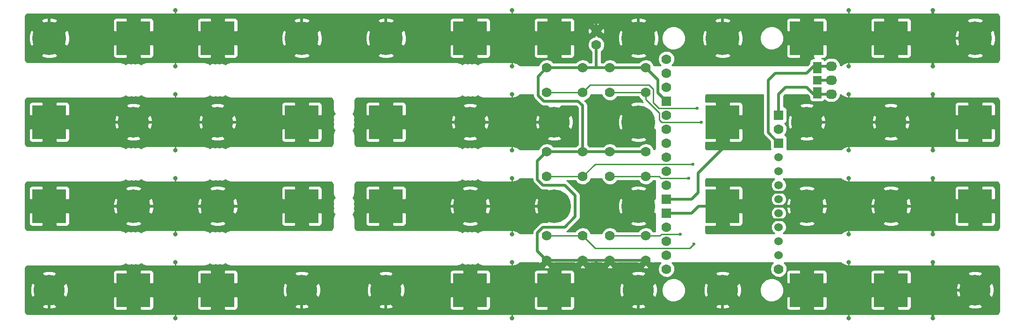
<source format=gtl>
%TF.GenerationSoftware,KiCad,Pcbnew,4.0.7-e0-6372~58~ubuntu16.04.1*%
%TF.CreationDate,2017-08-10T17:10:22+05:30*%
%TF.ProjectId,ultim_bus,756C74696D5F6275732E6B696361645F,rev?*%
%TF.FileFunction,Copper,L1,Top,Signal*%
%FSLAX46Y46*%
G04 Gerber Fmt 4.6, Leading zero omitted, Abs format (unit mm)*
G04 Created by KiCad (PCBNEW 4.0.7-e0-6372~58~ubuntu16.04.1) date Thu Aug 10 17:10:22 2017*
%MOMM*%
%LPD*%
G01*
G04 APERTURE LIST*
%ADD10C,0.101600*%
%ADD11C,1.778000*%
%ADD12C,6.096000*%
%ADD13R,6.096000X6.096000*%
%ADD14C,5.600000*%
%ADD15O,2.032000X1.727200*%
%ADD16R,1.524000X1.524000*%
%ADD17R,1.524000X2.032000*%
%ADD18C,0.800000*%
%ADD19R,1.778000X1.778000*%
%ADD20C,1.524000*%
%ADD21C,0.600000*%
%ADD22C,0.508000*%
%ADD23C,0.250000*%
%ADD24C,0.254000*%
G04 APERTURE END LIST*
D10*
D11*
X129615000Y-66330000D03*
X123115000Y-70830000D03*
X129615000Y-70830000D03*
X123115000Y-66330000D03*
D12*
X63500000Y-60960000D03*
X170180000Y-60960000D03*
X124460000Y-60960000D03*
X109220000Y-60960000D03*
X48260000Y-60960000D03*
X185420000Y-60960000D03*
X200660000Y-30480000D03*
X33020000Y-30480000D03*
X78740000Y-30480000D03*
X93980000Y-30480000D03*
X139700000Y-30480000D03*
X154940000Y-30480000D03*
D13*
X185420000Y-30480000D03*
X48260000Y-30480000D03*
X63500000Y-30480000D03*
X109220000Y-30480000D03*
X124460000Y-30480000D03*
X170180000Y-30480000D03*
X200660000Y-60960000D03*
X33020000Y-60960000D03*
X78740000Y-60960000D03*
X93980000Y-60960000D03*
D12*
X139700000Y-60960000D03*
D13*
X154940000Y-60960000D03*
D14*
X185420000Y-45720000D03*
D13*
X200660000Y-45720000D03*
X33020000Y-45720000D03*
D14*
X48260000Y-45720000D03*
X63500000Y-45720000D03*
D13*
X78740000Y-45720000D03*
X93980000Y-45720000D03*
D14*
X109220000Y-45720000D03*
X124460000Y-45720000D03*
D12*
X139700000Y-45720000D03*
D13*
X154940000Y-45720000D03*
D14*
X170180000Y-45720000D03*
D13*
X185420000Y-76200000D03*
D14*
X200660000Y-76200000D03*
X33020000Y-76200000D03*
D13*
X48260000Y-76200000D03*
X63500000Y-76200000D03*
D14*
X78740000Y-76200000D03*
X93980000Y-76200000D03*
D13*
X109220000Y-76200000D03*
X124460000Y-76200000D03*
D14*
X139700000Y-76200000D03*
X154940000Y-76200000D03*
D13*
X170180000Y-76200000D03*
D15*
X174625000Y-40640000D03*
X174625000Y-38100000D03*
X174625000Y-35560000D03*
D16*
X172085000Y-38100000D03*
D17*
X172085000Y-35814000D03*
X172085000Y-40386000D03*
D18*
X177800000Y-25400000D03*
X177800000Y-26670000D03*
X177800000Y-27940000D03*
X177800000Y-29210000D03*
X177800000Y-30480000D03*
X177800000Y-31750000D03*
X177800000Y-33020000D03*
X177800000Y-34290000D03*
X177800000Y-35560000D03*
X116840000Y-25400000D03*
X116840000Y-26670000D03*
X116840000Y-27940000D03*
X116840000Y-29210000D03*
X116840000Y-30480000D03*
X116840000Y-31750000D03*
X116840000Y-33020000D03*
X116840000Y-34290000D03*
X116840000Y-35560000D03*
X55880000Y-25400000D03*
X55880000Y-26670000D03*
X55880000Y-27940000D03*
X55880000Y-29210000D03*
X55880000Y-30480000D03*
X55880000Y-31750000D03*
X55880000Y-33020000D03*
X55880000Y-34290000D03*
X55880000Y-35560000D03*
X177800000Y-71120000D03*
X177800000Y-72390000D03*
X177800000Y-73660000D03*
X177800000Y-74930000D03*
X177800000Y-76200000D03*
X177800000Y-77470000D03*
X177800000Y-78740000D03*
X177800000Y-80010000D03*
X177800000Y-81280000D03*
X116840000Y-71120000D03*
X116840000Y-72390000D03*
X116840000Y-73660000D03*
X116840000Y-74930000D03*
X116840000Y-76200000D03*
X116840000Y-77470000D03*
X116840000Y-78740000D03*
X116840000Y-80010000D03*
X116840000Y-81280000D03*
X55880000Y-71120000D03*
X55880000Y-72390000D03*
X55880000Y-73660000D03*
X55880000Y-74930000D03*
X55880000Y-76200000D03*
X55880000Y-77470000D03*
X55880000Y-78740000D03*
X55880000Y-80010000D03*
X55880000Y-81280000D03*
X177800000Y-40640000D03*
X177800000Y-41910000D03*
X177800000Y-43180000D03*
X177800000Y-44450000D03*
X177800000Y-45720000D03*
X177800000Y-46990000D03*
X177800000Y-48260000D03*
X177800000Y-49530000D03*
X177800000Y-50800000D03*
X116840000Y-40640000D03*
X116840000Y-41910000D03*
X116840000Y-43180000D03*
X116840000Y-44450000D03*
X116840000Y-45720000D03*
X116840000Y-46990000D03*
X116840000Y-48260000D03*
X116840000Y-49530000D03*
X116840000Y-50800000D03*
X55880000Y-40640000D03*
X55880000Y-41910000D03*
X55880000Y-43180000D03*
X55880000Y-44450000D03*
X55880000Y-45720000D03*
X55880000Y-46990000D03*
X55880000Y-48260000D03*
X55880000Y-49530000D03*
X55880000Y-50800000D03*
X177800000Y-55880000D03*
X177800000Y-57150000D03*
X177800000Y-58420000D03*
X177800000Y-59690000D03*
X177800000Y-60960000D03*
X177800000Y-62230000D03*
X177800000Y-63500000D03*
X177800000Y-64770000D03*
X177800000Y-66040000D03*
X116840000Y-55880000D03*
X116840000Y-57150000D03*
X116840000Y-58420000D03*
X116840000Y-59690000D03*
X116840000Y-60960000D03*
X116840000Y-62230000D03*
X116840000Y-63500000D03*
X116840000Y-64770000D03*
X116840000Y-66040000D03*
X55880000Y-55880000D03*
X55880000Y-57150000D03*
X55880000Y-58420000D03*
X55880000Y-59690000D03*
X55880000Y-60960000D03*
X55880000Y-62230000D03*
X55880000Y-63500000D03*
X55880000Y-64770000D03*
X55880000Y-66040000D03*
X193040000Y-25400000D03*
X193040000Y-26670000D03*
X193040000Y-27940000D03*
X193040000Y-29210000D03*
X193040000Y-30480000D03*
X193040000Y-31750000D03*
X193040000Y-33020000D03*
X193040000Y-34290000D03*
X193040000Y-35560000D03*
X193040000Y-71120000D03*
X193040000Y-72390000D03*
X193040000Y-73660000D03*
X193040000Y-74930000D03*
X193040000Y-76200000D03*
X193040000Y-77470000D03*
X193040000Y-78740000D03*
X193040000Y-80010000D03*
X193040000Y-81280000D03*
X193040000Y-40640000D03*
X193040000Y-41910000D03*
X193040000Y-43180000D03*
X193040000Y-44450000D03*
X193040000Y-45720000D03*
X193040000Y-46990000D03*
X193040000Y-48260000D03*
X193040000Y-49530000D03*
X193040000Y-50800000D03*
X193040000Y-55880000D03*
X193040000Y-57150000D03*
X193040000Y-58420000D03*
X193040000Y-59690000D03*
X193040000Y-60960000D03*
X193040000Y-62230000D03*
X193040000Y-63500000D03*
X193040000Y-64770000D03*
X193040000Y-66040000D03*
D11*
X132080000Y-31710000D03*
X132080000Y-29210000D03*
X134545000Y-40350000D03*
X141045000Y-35850000D03*
X134545000Y-35850000D03*
X141045000Y-40350000D03*
X123115000Y-40350000D03*
X129615000Y-35850000D03*
X123115000Y-35850000D03*
X129615000Y-40350000D03*
X134545000Y-55590000D03*
X141045000Y-51090000D03*
X134545000Y-51090000D03*
X141045000Y-55590000D03*
X123115000Y-55590000D03*
X129615000Y-51090000D03*
X123115000Y-51090000D03*
X129615000Y-55590000D03*
X141045000Y-66330000D03*
X134545000Y-70830000D03*
X141045000Y-70830000D03*
X134545000Y-66330000D03*
D19*
X144780000Y-41910000D03*
X165100000Y-44450000D03*
X165100000Y-49530000D03*
X144780000Y-59690000D03*
X144780000Y-62230000D03*
D11*
X144780000Y-34290000D03*
X144780000Y-36830000D03*
X144780000Y-39370000D03*
X144780000Y-44450000D03*
X144780000Y-46990000D03*
X144780000Y-49530000D03*
X144780000Y-52070000D03*
X144780000Y-54610000D03*
X144780000Y-57150000D03*
X144780000Y-64770000D03*
X144780000Y-67310000D03*
X144780000Y-69850000D03*
X144780000Y-72390000D03*
X165100000Y-72390000D03*
D20*
X165100000Y-69850000D03*
X165100000Y-67310000D03*
X165100000Y-64770000D03*
X165100000Y-62230000D03*
X165100000Y-59690000D03*
X165100000Y-57150000D03*
X165100000Y-54610000D03*
X165100000Y-52070000D03*
D11*
X165100000Y-46990000D03*
D21*
X147320000Y-66042822D03*
X149731589Y-67818000D03*
X148844000Y-55880000D03*
X149606000Y-53340000D03*
X150368000Y-43180000D03*
X151129992Y-45720000D03*
D22*
X128778000Y-41910000D02*
X122555000Y-41910000D01*
X121539000Y-37426000D02*
X121539000Y-40894000D01*
X121539000Y-40894000D02*
X122555000Y-41910000D01*
X123115000Y-35850000D02*
X121539000Y-37426000D01*
X122428000Y-57150000D02*
X126365000Y-57150000D01*
X121412000Y-52793000D02*
X121412000Y-56134000D01*
X121412000Y-56134000D02*
X122428000Y-57150000D01*
X123115000Y-51090000D02*
X121412000Y-52793000D01*
X122428000Y-64770000D02*
X121412000Y-65786000D01*
X123115000Y-70830000D02*
X121412000Y-69127000D01*
X121412000Y-69127000D02*
X121412000Y-65786000D01*
X126365000Y-64770000D02*
X122428000Y-64770000D01*
X128270000Y-59055000D02*
X128270000Y-62865000D01*
X126365000Y-57150000D02*
X128270000Y-59055000D01*
X128270000Y-62865000D02*
X126365000Y-64770000D01*
X129615000Y-51090000D02*
X129615000Y-42747000D01*
X129615000Y-42747000D02*
X128778000Y-41910000D01*
X129615000Y-70830000D02*
X132090600Y-70830000D01*
X123115000Y-70830000D02*
X129615000Y-70830000D01*
X134545000Y-70830000D02*
X132090600Y-70830000D01*
X132090600Y-70830000D02*
X132080000Y-70840600D01*
X134545000Y-70830000D02*
X141045000Y-70830000D01*
X129615000Y-51090000D02*
X123115000Y-51090000D01*
X129615000Y-51090000D02*
X134545000Y-51090000D01*
X134545000Y-51090000D02*
X141045000Y-51090000D01*
X129615000Y-35850000D02*
X132069400Y-35850000D01*
X132069400Y-35850000D02*
X132080000Y-35839400D01*
X123115000Y-35850000D02*
X129615000Y-35850000D01*
X134545000Y-35850000D02*
X141045000Y-35850000D01*
X132080000Y-35839400D02*
X132090600Y-35850000D01*
X132090600Y-35850000D02*
X134545000Y-35850000D01*
X144780000Y-41910000D02*
X143256000Y-40386000D01*
X143256000Y-40386000D02*
X143256000Y-38061000D01*
X143256000Y-38061000D02*
X141045000Y-35850000D01*
X130810000Y-76200000D02*
X132080000Y-74930000D01*
X132080000Y-74930000D02*
X132080000Y-70840600D01*
X124460000Y-76200000D02*
X130810000Y-76200000D01*
X132080000Y-31710000D02*
X132080000Y-35839400D01*
X193040000Y-81280000D02*
X193040000Y-80010000D01*
X193040000Y-71120000D02*
X193040000Y-72390000D01*
X185420000Y-76200000D02*
X200660000Y-76200000D01*
X177800000Y-76200000D02*
X185420000Y-76200000D01*
X48006000Y-80010000D02*
X33020000Y-80010000D01*
X33020000Y-76200000D02*
X33020000Y-80010000D01*
X48260000Y-76200000D02*
X48260000Y-79756000D01*
X48260000Y-79756000D02*
X48006000Y-80010000D01*
X55880000Y-76200000D02*
X48260000Y-76200000D01*
X63500000Y-76200000D02*
X55880000Y-76200000D01*
X108966000Y-80010000D02*
X93980000Y-80010000D01*
X93980000Y-80010000D02*
X78740000Y-80010000D01*
X93980000Y-76200000D02*
X93980000Y-80010000D01*
X78740000Y-80010000D02*
X63754000Y-80010000D01*
X78740000Y-76200000D02*
X78740000Y-80010000D01*
X109220000Y-76200000D02*
X109220000Y-79756000D01*
X109220000Y-79756000D02*
X108966000Y-80010000D01*
X63754000Y-80010000D02*
X63500000Y-79756000D01*
X63500000Y-79756000D02*
X63500000Y-76200000D01*
X116840000Y-76200000D02*
X109220000Y-76200000D01*
X124460000Y-76200000D02*
X116840000Y-76200000D01*
X169926000Y-80010000D02*
X154940000Y-80010000D01*
X154940000Y-80010000D02*
X139700000Y-80010000D01*
X154940000Y-76200000D02*
X154940000Y-80010000D01*
X139700000Y-80010000D02*
X124714000Y-80010000D01*
X139700000Y-76200000D02*
X139700000Y-80010000D01*
X170180000Y-76200000D02*
X170180000Y-79756000D01*
X170180000Y-79756000D02*
X169926000Y-80010000D01*
X124714000Y-80010000D02*
X124460000Y-79756000D01*
X124460000Y-79756000D02*
X124460000Y-76200000D01*
X177800000Y-76200000D02*
X170180000Y-76200000D01*
D23*
X55880000Y-72390000D02*
X55880000Y-71120000D01*
X55880000Y-80010000D02*
X55880000Y-81280000D01*
X116840000Y-80010000D02*
X116840000Y-81280000D01*
X116840000Y-72390000D02*
X116840000Y-71120000D01*
X177800000Y-80010000D02*
X177800000Y-81280000D01*
X177800000Y-72390000D02*
X177800000Y-71120000D01*
D22*
X165100000Y-44450000D02*
X165100000Y-40640000D01*
X165100000Y-40640000D02*
X166370000Y-39370000D01*
X170180000Y-39370000D02*
X171450000Y-40640000D01*
X166370000Y-39370000D02*
X170180000Y-39370000D01*
X171450000Y-40640000D02*
X172085000Y-40640000D01*
X172085000Y-40640000D02*
X174625000Y-40640000D01*
X164465000Y-36830000D02*
X163195000Y-38100000D01*
X172085000Y-35560000D02*
X171450000Y-35560000D01*
X164465000Y-36830000D02*
X170180000Y-36830000D01*
X170180000Y-36830000D02*
X171450000Y-35560000D01*
X163195000Y-47625000D02*
X165100000Y-49530000D01*
X163195000Y-47625000D02*
X163195000Y-38100000D01*
X174625000Y-35560000D02*
X172085000Y-35560000D01*
X154940000Y-45720000D02*
X154940000Y-50546000D01*
X154940000Y-50546000D02*
X150495000Y-54991000D01*
X150495000Y-54991000D02*
X150495000Y-58547000D01*
X150495000Y-58547000D02*
X149352000Y-59690000D01*
X149352000Y-59690000D02*
X144780000Y-59690000D01*
X193040000Y-50800000D02*
X193040000Y-49530000D01*
X193040000Y-40640000D02*
X193040000Y-41910000D01*
X177800000Y-45720000D02*
X185420000Y-45720000D01*
X170180000Y-45720000D02*
X177800000Y-45720000D01*
D23*
X177800000Y-49530000D02*
X177800000Y-50800000D01*
X177800000Y-41910000D02*
X177800000Y-40640000D01*
D22*
X185420000Y-45720000D02*
X200660000Y-45720000D01*
X144780000Y-62230000D02*
X149352000Y-62230000D01*
X149352000Y-62230000D02*
X150622000Y-60960000D01*
X150622000Y-60960000D02*
X154940000Y-60960000D01*
X159766000Y-60960000D02*
X162252001Y-63446001D01*
X162252001Y-63446001D02*
X167693999Y-63446001D01*
X167693999Y-63446001D02*
X170180000Y-60960000D01*
X162306000Y-58420000D02*
X167640000Y-58420000D01*
X167640000Y-58420000D02*
X170180000Y-60960000D01*
X159766000Y-60960000D02*
X170180000Y-60960000D01*
X154940000Y-60960000D02*
X159766000Y-60960000D01*
X159766000Y-60960000D02*
X162306000Y-58420000D01*
X193040000Y-66040000D02*
X193040000Y-64770000D01*
X193040000Y-55880000D02*
X193040000Y-57150000D01*
X177800000Y-60960000D02*
X185420000Y-60960000D01*
X177800000Y-60960000D02*
X170180000Y-60960000D01*
D23*
X177800000Y-64770000D02*
X177800000Y-66040000D01*
X177800000Y-55880000D02*
X177800000Y-57150000D01*
D22*
X185420000Y-60960000D02*
X200660000Y-60960000D01*
X124714000Y-26670000D02*
X132080000Y-26670000D01*
X132080000Y-26670000D02*
X139700000Y-26670000D01*
X132080000Y-29210000D02*
X132080000Y-26670000D01*
X108966000Y-26670000D02*
X93980000Y-26670000D01*
X48006000Y-26670000D02*
X33020000Y-26670000D01*
X193040000Y-35560000D02*
X193040000Y-34290000D01*
X193040000Y-25400000D02*
X193040000Y-26670000D01*
X185420000Y-30480000D02*
X200660000Y-30480000D01*
X177800000Y-30480000D02*
X185420000Y-30480000D01*
X33020000Y-30480000D02*
X33020000Y-26670000D01*
X48260000Y-30480000D02*
X48260000Y-26924000D01*
X48260000Y-26924000D02*
X48006000Y-26670000D01*
X55880000Y-30480000D02*
X48260000Y-30480000D01*
X63500000Y-30480000D02*
X55880000Y-30480000D01*
X93980000Y-26670000D02*
X78740000Y-26670000D01*
X93980000Y-30480000D02*
X93980000Y-26670000D01*
X78740000Y-26670000D02*
X63754000Y-26670000D01*
X78740000Y-30480000D02*
X78740000Y-26670000D01*
X109220000Y-30480000D02*
X109220000Y-26924000D01*
X63754000Y-26670000D02*
X63500000Y-26924000D01*
X109220000Y-26924000D02*
X108966000Y-26670000D01*
X63500000Y-26924000D02*
X63500000Y-30480000D01*
X116840000Y-30480000D02*
X109220000Y-30480000D01*
X124460000Y-30480000D02*
X116840000Y-30480000D01*
X139700000Y-26670000D02*
X154940000Y-26670000D01*
X139700000Y-30480000D02*
X139700000Y-26670000D01*
X154940000Y-26670000D02*
X169926000Y-26670000D01*
X154940000Y-30480000D02*
X154940000Y-26670000D01*
X124460000Y-30480000D02*
X124460000Y-26924000D01*
X124460000Y-26924000D02*
X124714000Y-26670000D01*
X170180000Y-30480000D02*
X170180000Y-26924000D01*
X170180000Y-26924000D02*
X169926000Y-26670000D01*
X177800000Y-30480000D02*
X170180000Y-30480000D01*
X172085000Y-38100000D02*
X174625000Y-38100000D01*
D23*
X55880000Y-26670000D02*
X55880000Y-25400000D01*
X55880000Y-34290000D02*
X55880000Y-35560000D01*
X116840000Y-34290000D02*
X116840000Y-35560000D01*
X116840000Y-26670000D02*
X116840000Y-25400000D01*
X177800000Y-34290000D02*
X177800000Y-35560000D01*
X177800000Y-26670000D02*
X177800000Y-25400000D01*
D22*
X48260000Y-45720000D02*
X33020000Y-45720000D01*
X55880000Y-45720000D02*
X48260000Y-45720000D01*
X63500000Y-45720000D02*
X55880000Y-45720000D01*
X78740000Y-45720000D02*
X63500000Y-45720000D01*
D23*
X55880000Y-41910000D02*
X55880000Y-40640000D01*
X55880000Y-49530000D02*
X55880000Y-50800000D01*
D22*
X109220000Y-45720000D02*
X93980000Y-45720000D01*
X116840000Y-45720000D02*
X109220000Y-45720000D01*
X124460000Y-45720000D02*
X116840000Y-45720000D01*
D23*
X116840000Y-49530000D02*
X116840000Y-50800000D01*
X116840000Y-41910000D02*
X116840000Y-40640000D01*
D22*
X63500000Y-60960000D02*
X78740000Y-60960000D01*
X55880000Y-60960000D02*
X63500000Y-60960000D01*
X48260000Y-60960000D02*
X55880000Y-60960000D01*
X33020000Y-60960000D02*
X48260000Y-60960000D01*
D23*
X55880000Y-57150000D02*
X55880000Y-55880000D01*
X55880000Y-64770000D02*
X55880000Y-66040000D01*
D22*
X116840000Y-60960000D02*
X124460000Y-60960000D01*
X109220000Y-60960000D02*
X116840000Y-60960000D01*
X93980000Y-60960000D02*
X109220000Y-60960000D01*
D23*
X116840000Y-64770000D02*
X116840000Y-66040000D01*
X116840000Y-57150000D02*
X116840000Y-55880000D01*
X143891000Y-66040000D02*
X147317178Y-66040000D01*
X141045000Y-66330000D02*
X143601000Y-66330000D01*
X143601000Y-66330000D02*
X143891000Y-66040000D01*
X147317178Y-66040000D02*
X147320000Y-66042822D01*
X134545000Y-66330000D02*
X141045000Y-66330000D01*
X131865000Y-68580000D02*
X148969589Y-68580000D01*
X148969589Y-68580000D02*
X149731589Y-67818000D01*
X129615000Y-66330000D02*
X131865000Y-68580000D01*
X123115000Y-66330000D02*
X129615000Y-66330000D01*
X141045000Y-55590000D02*
X143474000Y-55590000D01*
X143474000Y-55590000D02*
X143764000Y-55880000D01*
X143764000Y-55880000D02*
X148844000Y-55880000D01*
X134545000Y-55590000D02*
X141045000Y-55590000D01*
X131865000Y-53340000D02*
X149606000Y-53340000D01*
X129615000Y-55590000D02*
X131865000Y-53340000D01*
X129615000Y-55590000D02*
X123115000Y-55590000D01*
X149943736Y-43180000D02*
X150368000Y-43180000D01*
X143383000Y-43180000D02*
X149943736Y-43180000D01*
X142367000Y-39751000D02*
X142367000Y-42164000D01*
X129615000Y-40350000D02*
X130976000Y-38989000D01*
X141605000Y-38989000D02*
X142367000Y-39751000D01*
X142367000Y-42164000D02*
X143383000Y-43180000D01*
X130976000Y-38989000D02*
X141605000Y-38989000D01*
X123115000Y-40350000D02*
X129615000Y-40350000D01*
X141045000Y-40350000D02*
X141045000Y-41607235D01*
X143510000Y-45339000D02*
X143891000Y-45720000D01*
X143510000Y-44072235D02*
X143510000Y-45339000D01*
X150705728Y-45720000D02*
X151129992Y-45720000D01*
X143891000Y-45720000D02*
X150705728Y-45720000D01*
X141045000Y-41607235D02*
X143510000Y-44072235D01*
X141045000Y-40350000D02*
X134545000Y-40350000D01*
D24*
G36*
X121668161Y-71331759D02*
X121882400Y-71433982D01*
X122069382Y-71247000D01*
X124160618Y-71247000D01*
X124347600Y-71433982D01*
X124561839Y-71331759D01*
X124582190Y-71247000D01*
X128142449Y-71247000D01*
X128168161Y-71331759D01*
X128382400Y-71433982D01*
X128569382Y-71247000D01*
X130660618Y-71247000D01*
X130847600Y-71433982D01*
X131061839Y-71331759D01*
X131082190Y-71247000D01*
X133072449Y-71247000D01*
X133098161Y-71331759D01*
X133312400Y-71433982D01*
X133499382Y-71247000D01*
X135590618Y-71247000D01*
X135777600Y-71433982D01*
X135991839Y-71331759D01*
X136012190Y-71247000D01*
X139572449Y-71247000D01*
X139598161Y-71331759D01*
X139812400Y-71433982D01*
X139999382Y-71247000D01*
X142090618Y-71247000D01*
X142277600Y-71433982D01*
X142491839Y-71331759D01*
X142512190Y-71247000D01*
X143768909Y-71247000D01*
X143606899Y-71405652D01*
X143438047Y-71652255D01*
X143320309Y-71926959D01*
X143258170Y-72219299D01*
X143253997Y-72518142D01*
X143307949Y-72812104D01*
X143417971Y-73089988D01*
X143579872Y-73341210D01*
X143787486Y-73556200D01*
X144032904Y-73726770D01*
X144306779Y-73846423D01*
X144598679Y-73910602D01*
X144897486Y-73916861D01*
X145191817Y-73864962D01*
X145470462Y-73756883D01*
X145722808Y-73596739D01*
X145939243Y-73390631D01*
X146067976Y-73208139D01*
X153564585Y-73208139D01*
X154940000Y-74583554D01*
X156315415Y-73208139D01*
X155929637Y-72893294D01*
X155265515Y-72763764D01*
X154588884Y-72766285D01*
X153950363Y-72893294D01*
X153564585Y-73208139D01*
X146067976Y-73208139D01*
X146111522Y-73146410D01*
X146233084Y-72873377D01*
X146299299Y-72581932D01*
X146304065Y-72240564D01*
X146246014Y-71947384D01*
X146132123Y-71671063D01*
X145966730Y-71422127D01*
X145792822Y-71247000D01*
X164088909Y-71247000D01*
X163926899Y-71405652D01*
X163758047Y-71652255D01*
X163640309Y-71926959D01*
X163578170Y-72219299D01*
X163573997Y-72518142D01*
X163627949Y-72812104D01*
X163737971Y-73089988D01*
X163899872Y-73341210D01*
X164107486Y-73556200D01*
X164352904Y-73726770D01*
X164626779Y-73846423D01*
X164918679Y-73910602D01*
X165217486Y-73916861D01*
X165511817Y-73864962D01*
X165790462Y-73756883D01*
X166042808Y-73596739D01*
X166259243Y-73390631D01*
X166431522Y-73146410D01*
X166456878Y-73089458D01*
X166497000Y-73089458D01*
X166497000Y-74898250D01*
X166655750Y-75057000D01*
X169037000Y-75057000D01*
X169037000Y-72675750D01*
X171323000Y-72675750D01*
X171323000Y-75057000D01*
X173704250Y-75057000D01*
X173863000Y-74898250D01*
X173863000Y-73089458D01*
X181737000Y-73089458D01*
X181737000Y-74898250D01*
X181895750Y-75057000D01*
X184277000Y-75057000D01*
X184277000Y-72675750D01*
X186563000Y-72675750D01*
X186563000Y-75057000D01*
X188944250Y-75057000D01*
X189103000Y-74898250D01*
X189103000Y-73208139D01*
X199284585Y-73208139D01*
X200660000Y-74583554D01*
X202035415Y-73208139D01*
X201649637Y-72893294D01*
X200985515Y-72763764D01*
X200308884Y-72766285D01*
X199670363Y-72893294D01*
X199284585Y-73208139D01*
X189103000Y-73208139D01*
X189103000Y-73089458D01*
X189078597Y-72966777D01*
X189030730Y-72851215D01*
X188961237Y-72747211D01*
X188872789Y-72658763D01*
X188768785Y-72589270D01*
X188653223Y-72541403D01*
X188530542Y-72517000D01*
X186721750Y-72517000D01*
X186563000Y-72675750D01*
X184277000Y-72675750D01*
X184118250Y-72517000D01*
X182309458Y-72517000D01*
X182186777Y-72541403D01*
X182071215Y-72589270D01*
X181967211Y-72658763D01*
X181878763Y-72747211D01*
X181809270Y-72851215D01*
X181761403Y-72966777D01*
X181737000Y-73089458D01*
X173863000Y-73089458D01*
X173838597Y-72966777D01*
X173790730Y-72851215D01*
X173721237Y-72747211D01*
X173632789Y-72658763D01*
X173528785Y-72589270D01*
X173413223Y-72541403D01*
X173290542Y-72517000D01*
X171481750Y-72517000D01*
X171323000Y-72675750D01*
X169037000Y-72675750D01*
X168878250Y-72517000D01*
X167069458Y-72517000D01*
X166946777Y-72541403D01*
X166831215Y-72589270D01*
X166727211Y-72658763D01*
X166638763Y-72747211D01*
X166569270Y-72851215D01*
X166521403Y-72966777D01*
X166497000Y-73089458D01*
X166456878Y-73089458D01*
X166553084Y-72873377D01*
X166619299Y-72581932D01*
X166624065Y-72240564D01*
X166566014Y-71947384D01*
X166452123Y-71671063D01*
X166286730Y-71422127D01*
X166112822Y-71247000D01*
X176401628Y-71247000D01*
X176403706Y-71249064D01*
X176448736Y-71295047D01*
X176456374Y-71301366D01*
X176648452Y-71458020D01*
X176701997Y-71493595D01*
X176755149Y-71529989D01*
X176763869Y-71534703D01*
X176982717Y-71651066D01*
X177042208Y-71675587D01*
X177101357Y-71700938D01*
X177110825Y-71703868D01*
X177110829Y-71703870D01*
X177110833Y-71703871D01*
X177348108Y-71775509D01*
X177411205Y-71788003D01*
X177474179Y-71801388D01*
X177484034Y-71802424D01*
X177484038Y-71802424D01*
X177730716Y-71826611D01*
X177760489Y-71826611D01*
X177790087Y-71829931D01*
X177800000Y-71830000D01*
X204435280Y-71830000D01*
X204578109Y-71844005D01*
X204682101Y-71875402D01*
X204778014Y-71926399D01*
X204862194Y-71995055D01*
X204931440Y-72078758D01*
X204983105Y-72174311D01*
X205015227Y-72278078D01*
X205030000Y-72418641D01*
X205030000Y-79975280D01*
X205015995Y-80118109D01*
X204984599Y-80222099D01*
X204933601Y-80318013D01*
X204864941Y-80402199D01*
X204781243Y-80471439D01*
X204685689Y-80523105D01*
X204581922Y-80555227D01*
X204441359Y-80570000D01*
X29244720Y-80570000D01*
X29101891Y-80555995D01*
X28997901Y-80524599D01*
X28901987Y-80473601D01*
X28817801Y-80404941D01*
X28748561Y-80321243D01*
X28696895Y-80225689D01*
X28664773Y-80121922D01*
X28650000Y-79981359D01*
X28650000Y-79191861D01*
X31644585Y-79191861D01*
X32030363Y-79506706D01*
X32694485Y-79636236D01*
X33371116Y-79633715D01*
X34009637Y-79506706D01*
X34395415Y-79191861D01*
X33020000Y-77816446D01*
X31644585Y-79191861D01*
X28650000Y-79191861D01*
X28650000Y-75874485D01*
X29583764Y-75874485D01*
X29586285Y-76551116D01*
X29713294Y-77189637D01*
X30028139Y-77575415D01*
X31403554Y-76200000D01*
X34636446Y-76200000D01*
X36011861Y-77575415D01*
X36071981Y-77501750D01*
X44577000Y-77501750D01*
X44577000Y-79310542D01*
X44601403Y-79433223D01*
X44649270Y-79548785D01*
X44718763Y-79652789D01*
X44807211Y-79741237D01*
X44911215Y-79810730D01*
X45026777Y-79858597D01*
X45149458Y-79883000D01*
X46958250Y-79883000D01*
X47117000Y-79724250D01*
X47117000Y-77343000D01*
X49403000Y-77343000D01*
X49403000Y-79724250D01*
X49561750Y-79883000D01*
X51370542Y-79883000D01*
X51493223Y-79858597D01*
X51608785Y-79810730D01*
X51712789Y-79741237D01*
X51801237Y-79652789D01*
X51870730Y-79548785D01*
X51918597Y-79433223D01*
X51943000Y-79310542D01*
X51943000Y-77501750D01*
X59817000Y-77501750D01*
X59817000Y-79310542D01*
X59841403Y-79433223D01*
X59889270Y-79548785D01*
X59958763Y-79652789D01*
X60047211Y-79741237D01*
X60151215Y-79810730D01*
X60266777Y-79858597D01*
X60389458Y-79883000D01*
X62198250Y-79883000D01*
X62357000Y-79724250D01*
X62357000Y-77343000D01*
X64643000Y-77343000D01*
X64643000Y-79724250D01*
X64801750Y-79883000D01*
X66610542Y-79883000D01*
X66733223Y-79858597D01*
X66848785Y-79810730D01*
X66952789Y-79741237D01*
X67041237Y-79652789D01*
X67110730Y-79548785D01*
X67158597Y-79433223D01*
X67183000Y-79310542D01*
X67183000Y-79191861D01*
X77364585Y-79191861D01*
X77750363Y-79506706D01*
X78414485Y-79636236D01*
X79091116Y-79633715D01*
X79729637Y-79506706D01*
X80115415Y-79191861D01*
X92604585Y-79191861D01*
X92990363Y-79506706D01*
X93654485Y-79636236D01*
X94331116Y-79633715D01*
X94969637Y-79506706D01*
X95355415Y-79191861D01*
X93980000Y-77816446D01*
X92604585Y-79191861D01*
X80115415Y-79191861D01*
X78740000Y-77816446D01*
X77364585Y-79191861D01*
X67183000Y-79191861D01*
X67183000Y-77501750D01*
X67024250Y-77343000D01*
X64643000Y-77343000D01*
X62357000Y-77343000D01*
X59975750Y-77343000D01*
X59817000Y-77501750D01*
X51943000Y-77501750D01*
X51784250Y-77343000D01*
X49403000Y-77343000D01*
X47117000Y-77343000D01*
X44735750Y-77343000D01*
X44577000Y-77501750D01*
X36071981Y-77501750D01*
X36326706Y-77189637D01*
X36456236Y-76525515D01*
X36453811Y-75874485D01*
X75303764Y-75874485D01*
X75306285Y-76551116D01*
X75433294Y-77189637D01*
X75748139Y-77575415D01*
X77123554Y-76200000D01*
X80356446Y-76200000D01*
X81731861Y-77575415D01*
X82046706Y-77189637D01*
X82176236Y-76525515D01*
X82173811Y-75874485D01*
X90543764Y-75874485D01*
X90546285Y-76551116D01*
X90673294Y-77189637D01*
X90988139Y-77575415D01*
X92363554Y-76200000D01*
X95596446Y-76200000D01*
X96971861Y-77575415D01*
X97031981Y-77501750D01*
X105537000Y-77501750D01*
X105537000Y-79310542D01*
X105561403Y-79433223D01*
X105609270Y-79548785D01*
X105678763Y-79652789D01*
X105767211Y-79741237D01*
X105871215Y-79810730D01*
X105986777Y-79858597D01*
X106109458Y-79883000D01*
X107918250Y-79883000D01*
X108077000Y-79724250D01*
X108077000Y-77343000D01*
X110363000Y-77343000D01*
X110363000Y-79724250D01*
X110521750Y-79883000D01*
X112330542Y-79883000D01*
X112453223Y-79858597D01*
X112568785Y-79810730D01*
X112672789Y-79741237D01*
X112761237Y-79652789D01*
X112830730Y-79548785D01*
X112878597Y-79433223D01*
X112903000Y-79310542D01*
X112903000Y-77501750D01*
X120777000Y-77501750D01*
X120777000Y-79310542D01*
X120801403Y-79433223D01*
X120849270Y-79548785D01*
X120918763Y-79652789D01*
X121007211Y-79741237D01*
X121111215Y-79810730D01*
X121226777Y-79858597D01*
X121349458Y-79883000D01*
X123158250Y-79883000D01*
X123317000Y-79724250D01*
X123317000Y-77343000D01*
X125603000Y-77343000D01*
X125603000Y-79724250D01*
X125761750Y-79883000D01*
X127570542Y-79883000D01*
X127693223Y-79858597D01*
X127808785Y-79810730D01*
X127912789Y-79741237D01*
X128001237Y-79652789D01*
X128070730Y-79548785D01*
X128118597Y-79433223D01*
X128143000Y-79310542D01*
X128143000Y-79191861D01*
X138324585Y-79191861D01*
X138710363Y-79506706D01*
X139374485Y-79636236D01*
X140051116Y-79633715D01*
X140689637Y-79506706D01*
X141075415Y-79191861D01*
X153564585Y-79191861D01*
X153950363Y-79506706D01*
X154614485Y-79636236D01*
X155291116Y-79633715D01*
X155929637Y-79506706D01*
X156315415Y-79191861D01*
X154940000Y-77816446D01*
X153564585Y-79191861D01*
X141075415Y-79191861D01*
X139700000Y-77816446D01*
X138324585Y-79191861D01*
X128143000Y-79191861D01*
X128143000Y-77501750D01*
X127984250Y-77343000D01*
X125603000Y-77343000D01*
X123317000Y-77343000D01*
X120935750Y-77343000D01*
X120777000Y-77501750D01*
X112903000Y-77501750D01*
X112744250Y-77343000D01*
X110363000Y-77343000D01*
X108077000Y-77343000D01*
X105695750Y-77343000D01*
X105537000Y-77501750D01*
X97031981Y-77501750D01*
X97286706Y-77189637D01*
X97416236Y-76525515D01*
X97413811Y-75874485D01*
X136263764Y-75874485D01*
X136266285Y-76551116D01*
X136393294Y-77189637D01*
X136708139Y-77575415D01*
X138083554Y-76200000D01*
X141316446Y-76200000D01*
X142691861Y-77575415D01*
X143006706Y-77189637D01*
X143136236Y-76525515D01*
X143135700Y-76381535D01*
X143888163Y-76381535D01*
X143964595Y-76797980D01*
X144120459Y-77191649D01*
X144349819Y-77547547D01*
X144643939Y-77852116D01*
X144991615Y-78093757D01*
X145379604Y-78263266D01*
X145793129Y-78354185D01*
X146216438Y-78363052D01*
X146633407Y-78289529D01*
X147028154Y-78136417D01*
X147385644Y-77909547D01*
X147692260Y-77617561D01*
X147936322Y-77271580D01*
X148108535Y-76884784D01*
X148202339Y-76471904D01*
X148209092Y-75988299D01*
X148186557Y-75874485D01*
X151503764Y-75874485D01*
X151506285Y-76551116D01*
X151633294Y-77189637D01*
X151948139Y-77575415D01*
X153323554Y-76200000D01*
X156556446Y-76200000D01*
X157931861Y-77575415D01*
X158246706Y-77189637D01*
X158376236Y-76525515D01*
X158375700Y-76381535D01*
X161668163Y-76381535D01*
X161744595Y-76797980D01*
X161900459Y-77191649D01*
X162129819Y-77547547D01*
X162423939Y-77852116D01*
X162771615Y-78093757D01*
X163159604Y-78263266D01*
X163573129Y-78354185D01*
X163996438Y-78363052D01*
X164413407Y-78289529D01*
X164808154Y-78136417D01*
X165165644Y-77909547D01*
X165472260Y-77617561D01*
X165553955Y-77501750D01*
X166497000Y-77501750D01*
X166497000Y-79310542D01*
X166521403Y-79433223D01*
X166569270Y-79548785D01*
X166638763Y-79652789D01*
X166727211Y-79741237D01*
X166831215Y-79810730D01*
X166946777Y-79858597D01*
X167069458Y-79883000D01*
X168878250Y-79883000D01*
X169037000Y-79724250D01*
X169037000Y-77343000D01*
X171323000Y-77343000D01*
X171323000Y-79724250D01*
X171481750Y-79883000D01*
X173290542Y-79883000D01*
X173413223Y-79858597D01*
X173528785Y-79810730D01*
X173632789Y-79741237D01*
X173721237Y-79652789D01*
X173790730Y-79548785D01*
X173838597Y-79433223D01*
X173863000Y-79310542D01*
X173863000Y-77501750D01*
X181737000Y-77501750D01*
X181737000Y-79310542D01*
X181761403Y-79433223D01*
X181809270Y-79548785D01*
X181878763Y-79652789D01*
X181967211Y-79741237D01*
X182071215Y-79810730D01*
X182186777Y-79858597D01*
X182309458Y-79883000D01*
X184118250Y-79883000D01*
X184277000Y-79724250D01*
X184277000Y-77343000D01*
X186563000Y-77343000D01*
X186563000Y-79724250D01*
X186721750Y-79883000D01*
X188530542Y-79883000D01*
X188653223Y-79858597D01*
X188768785Y-79810730D01*
X188872789Y-79741237D01*
X188961237Y-79652789D01*
X189030730Y-79548785D01*
X189078597Y-79433223D01*
X189103000Y-79310542D01*
X189103000Y-79191861D01*
X199284585Y-79191861D01*
X199670363Y-79506706D01*
X200334485Y-79636236D01*
X201011116Y-79633715D01*
X201649637Y-79506706D01*
X202035415Y-79191861D01*
X200660000Y-77816446D01*
X199284585Y-79191861D01*
X189103000Y-79191861D01*
X189103000Y-77501750D01*
X188944250Y-77343000D01*
X186563000Y-77343000D01*
X184277000Y-77343000D01*
X181895750Y-77343000D01*
X181737000Y-77501750D01*
X173863000Y-77501750D01*
X173704250Y-77343000D01*
X171323000Y-77343000D01*
X169037000Y-77343000D01*
X166655750Y-77343000D01*
X166497000Y-77501750D01*
X165553955Y-77501750D01*
X165716322Y-77271580D01*
X165888535Y-76884784D01*
X165982339Y-76471904D01*
X165989092Y-75988299D01*
X165966557Y-75874485D01*
X197223764Y-75874485D01*
X197226285Y-76551116D01*
X197353294Y-77189637D01*
X197668139Y-77575415D01*
X199043554Y-76200000D01*
X202276446Y-76200000D01*
X203651861Y-77575415D01*
X203966706Y-77189637D01*
X204096236Y-76525515D01*
X204093715Y-75848884D01*
X203966706Y-75210363D01*
X203651861Y-74824585D01*
X202276446Y-76200000D01*
X199043554Y-76200000D01*
X197668139Y-74824585D01*
X197353294Y-75210363D01*
X197223764Y-75874485D01*
X165966557Y-75874485D01*
X165906853Y-75572961D01*
X165745507Y-75181507D01*
X165511200Y-74828847D01*
X165212857Y-74528413D01*
X164861841Y-74291650D01*
X164471523Y-74127575D01*
X164056769Y-74042438D01*
X163633378Y-74039483D01*
X163217475Y-74118820D01*
X162824904Y-74277429D01*
X162470617Y-74509268D01*
X162168108Y-74805507D01*
X161928900Y-75154861D01*
X161762104Y-75544025D01*
X161674074Y-75958174D01*
X161668163Y-76381535D01*
X158375700Y-76381535D01*
X158373715Y-75848884D01*
X158246706Y-75210363D01*
X157931861Y-74824585D01*
X156556446Y-76200000D01*
X153323554Y-76200000D01*
X151948139Y-74824585D01*
X151633294Y-75210363D01*
X151503764Y-75874485D01*
X148186557Y-75874485D01*
X148126853Y-75572961D01*
X147965507Y-75181507D01*
X147731200Y-74828847D01*
X147432857Y-74528413D01*
X147081841Y-74291650D01*
X146691523Y-74127575D01*
X146276769Y-74042438D01*
X145853378Y-74039483D01*
X145437475Y-74118820D01*
X145044904Y-74277429D01*
X144690617Y-74509268D01*
X144388108Y-74805507D01*
X144148900Y-75154861D01*
X143982104Y-75544025D01*
X143894074Y-75958174D01*
X143888163Y-76381535D01*
X143135700Y-76381535D01*
X143133715Y-75848884D01*
X143006706Y-75210363D01*
X142691861Y-74824585D01*
X141316446Y-76200000D01*
X138083554Y-76200000D01*
X136708139Y-74824585D01*
X136393294Y-75210363D01*
X136263764Y-75874485D01*
X97413811Y-75874485D01*
X97413715Y-75848884D01*
X97286706Y-75210363D01*
X96971861Y-74824585D01*
X95596446Y-76200000D01*
X92363554Y-76200000D01*
X90988139Y-74824585D01*
X90673294Y-75210363D01*
X90543764Y-75874485D01*
X82173811Y-75874485D01*
X82173715Y-75848884D01*
X82046706Y-75210363D01*
X81731861Y-74824585D01*
X80356446Y-76200000D01*
X77123554Y-76200000D01*
X75748139Y-74824585D01*
X75433294Y-75210363D01*
X75303764Y-75874485D01*
X36453811Y-75874485D01*
X36453715Y-75848884D01*
X36326706Y-75210363D01*
X36011861Y-74824585D01*
X34636446Y-76200000D01*
X31403554Y-76200000D01*
X30028139Y-74824585D01*
X29713294Y-75210363D01*
X29583764Y-75874485D01*
X28650000Y-75874485D01*
X28650000Y-73208139D01*
X31644585Y-73208139D01*
X33020000Y-74583554D01*
X34395415Y-73208139D01*
X34249996Y-73089458D01*
X44577000Y-73089458D01*
X44577000Y-74898250D01*
X44735750Y-75057000D01*
X47117000Y-75057000D01*
X47117000Y-72675750D01*
X49403000Y-72675750D01*
X49403000Y-75057000D01*
X51784250Y-75057000D01*
X51943000Y-74898250D01*
X51943000Y-73089458D01*
X59817000Y-73089458D01*
X59817000Y-74898250D01*
X59975750Y-75057000D01*
X62357000Y-75057000D01*
X62357000Y-72675750D01*
X64643000Y-72675750D01*
X64643000Y-75057000D01*
X67024250Y-75057000D01*
X67183000Y-74898250D01*
X67183000Y-73208139D01*
X77364585Y-73208139D01*
X78740000Y-74583554D01*
X80115415Y-73208139D01*
X92604585Y-73208139D01*
X93980000Y-74583554D01*
X95355415Y-73208139D01*
X95209996Y-73089458D01*
X105537000Y-73089458D01*
X105537000Y-74898250D01*
X105695750Y-75057000D01*
X108077000Y-75057000D01*
X108077000Y-72675750D01*
X110363000Y-72675750D01*
X110363000Y-75057000D01*
X112744250Y-75057000D01*
X112903000Y-74898250D01*
X112903000Y-73089458D01*
X120777000Y-73089458D01*
X120777000Y-74898250D01*
X120935750Y-75057000D01*
X123317000Y-75057000D01*
X123317000Y-72675750D01*
X125603000Y-72675750D01*
X125603000Y-75057000D01*
X127984250Y-75057000D01*
X128143000Y-74898250D01*
X128143000Y-73208139D01*
X138324585Y-73208139D01*
X139700000Y-74583554D01*
X141075415Y-73208139D01*
X140689637Y-72893294D01*
X140025515Y-72763764D01*
X139348884Y-72766285D01*
X138710363Y-72893294D01*
X138324585Y-73208139D01*
X128143000Y-73208139D01*
X128143000Y-73089458D01*
X128118597Y-72966777D01*
X128070730Y-72851215D01*
X128001237Y-72747211D01*
X127912789Y-72658763D01*
X127808785Y-72589270D01*
X127693223Y-72541403D01*
X127570542Y-72517000D01*
X125761750Y-72517000D01*
X125603000Y-72675750D01*
X123317000Y-72675750D01*
X123158250Y-72517000D01*
X121349458Y-72517000D01*
X121226777Y-72541403D01*
X121111215Y-72589270D01*
X121007211Y-72658763D01*
X120918763Y-72747211D01*
X120849270Y-72851215D01*
X120801403Y-72966777D01*
X120777000Y-73089458D01*
X112903000Y-73089458D01*
X112878597Y-72966777D01*
X112830730Y-72851215D01*
X112761237Y-72747211D01*
X112672789Y-72658763D01*
X112568785Y-72589270D01*
X112453223Y-72541403D01*
X112330542Y-72517000D01*
X110521750Y-72517000D01*
X110363000Y-72675750D01*
X108077000Y-72675750D01*
X107918250Y-72517000D01*
X106109458Y-72517000D01*
X105986777Y-72541403D01*
X105871215Y-72589270D01*
X105767211Y-72658763D01*
X105678763Y-72747211D01*
X105609270Y-72851215D01*
X105561403Y-72966777D01*
X105537000Y-73089458D01*
X95209996Y-73089458D01*
X94969637Y-72893294D01*
X94305515Y-72763764D01*
X93628884Y-72766285D01*
X92990363Y-72893294D01*
X92604585Y-73208139D01*
X80115415Y-73208139D01*
X79729637Y-72893294D01*
X79065515Y-72763764D01*
X78388884Y-72766285D01*
X77750363Y-72893294D01*
X77364585Y-73208139D01*
X67183000Y-73208139D01*
X67183000Y-73089458D01*
X67158597Y-72966777D01*
X67110730Y-72851215D01*
X67041237Y-72747211D01*
X66952789Y-72658763D01*
X66848785Y-72589270D01*
X66733223Y-72541403D01*
X66610542Y-72517000D01*
X64801750Y-72517000D01*
X64643000Y-72675750D01*
X62357000Y-72675750D01*
X62198250Y-72517000D01*
X60389458Y-72517000D01*
X60266777Y-72541403D01*
X60151215Y-72589270D01*
X60047211Y-72658763D01*
X59958763Y-72747211D01*
X59889270Y-72851215D01*
X59841403Y-72966777D01*
X59817000Y-73089458D01*
X51943000Y-73089458D01*
X51918597Y-72966777D01*
X51870730Y-72851215D01*
X51801237Y-72747211D01*
X51712789Y-72658763D01*
X51608785Y-72589270D01*
X51493223Y-72541403D01*
X51370542Y-72517000D01*
X49561750Y-72517000D01*
X49403000Y-72675750D01*
X47117000Y-72675750D01*
X46958250Y-72517000D01*
X45149458Y-72517000D01*
X45026777Y-72541403D01*
X44911215Y-72589270D01*
X44807211Y-72658763D01*
X44718763Y-72747211D01*
X44649270Y-72851215D01*
X44601403Y-72966777D01*
X44577000Y-73089458D01*
X34249996Y-73089458D01*
X34009637Y-72893294D01*
X33345515Y-72763764D01*
X32668884Y-72766285D01*
X32030363Y-72893294D01*
X31644585Y-73208139D01*
X28650000Y-73208139D01*
X28650000Y-72424720D01*
X28664005Y-72281891D01*
X28695402Y-72177899D01*
X28746399Y-72081986D01*
X28762209Y-72062600D01*
X122511018Y-72062600D01*
X122613241Y-72276839D01*
X122905147Y-72346927D01*
X123205117Y-72358720D01*
X123501624Y-72311766D01*
X123616759Y-72276839D01*
X123718982Y-72062600D01*
X129011018Y-72062600D01*
X129113241Y-72276839D01*
X129405147Y-72346927D01*
X129705117Y-72358720D01*
X130001624Y-72311766D01*
X130116759Y-72276839D01*
X130218982Y-72062600D01*
X133941018Y-72062600D01*
X134043241Y-72276839D01*
X134335147Y-72346927D01*
X134635117Y-72358720D01*
X134931624Y-72311766D01*
X135046759Y-72276839D01*
X135148982Y-72062600D01*
X140441018Y-72062600D01*
X140543241Y-72276839D01*
X140835147Y-72346927D01*
X141135117Y-72358720D01*
X141431624Y-72311766D01*
X141546759Y-72276839D01*
X141648982Y-72062600D01*
X141045000Y-71458618D01*
X140441018Y-72062600D01*
X135148982Y-72062600D01*
X134545000Y-71458618D01*
X133941018Y-72062600D01*
X130218982Y-72062600D01*
X129615000Y-71458618D01*
X129011018Y-72062600D01*
X123718982Y-72062600D01*
X123115000Y-71458618D01*
X122511018Y-72062600D01*
X28762209Y-72062600D01*
X28815055Y-71997806D01*
X28898758Y-71928560D01*
X28994311Y-71876895D01*
X29098078Y-71844773D01*
X29238641Y-71830000D01*
X45720000Y-71830000D01*
X45720126Y-71829988D01*
X45722483Y-71829996D01*
X45731348Y-71829965D01*
X45762204Y-71826831D01*
X45793214Y-71827047D01*
X45803080Y-71826080D01*
X46049583Y-71800172D01*
X46112601Y-71787236D01*
X46175833Y-71775174D01*
X46185323Y-71772308D01*
X46422099Y-71699013D01*
X46481403Y-71674084D01*
X46541085Y-71649971D01*
X46549837Y-71645317D01*
X46767867Y-71527429D01*
X46821195Y-71491459D01*
X46875065Y-71456207D01*
X46879313Y-71452742D01*
X46883639Y-71457222D01*
X47026155Y-71556274D01*
X47185197Y-71625757D01*
X47354705Y-71663026D01*
X47528225Y-71666661D01*
X47699146Y-71636523D01*
X47860957Y-71573761D01*
X47863087Y-71572409D01*
X47985197Y-71625757D01*
X48154705Y-71663026D01*
X48328225Y-71666661D01*
X48499146Y-71636523D01*
X48660957Y-71573761D01*
X48663087Y-71572409D01*
X48785197Y-71625757D01*
X48954705Y-71663026D01*
X49128225Y-71666661D01*
X49299146Y-71636523D01*
X49460957Y-71573761D01*
X49607497Y-71480764D01*
X49639256Y-71450520D01*
X49648452Y-71458020D01*
X49701997Y-71493595D01*
X49755149Y-71529989D01*
X49763869Y-71534703D01*
X49982717Y-71651066D01*
X50042208Y-71675587D01*
X50101357Y-71700938D01*
X50110825Y-71703868D01*
X50110829Y-71703870D01*
X50110833Y-71703871D01*
X50348108Y-71775509D01*
X50411205Y-71788003D01*
X50474179Y-71801388D01*
X50484034Y-71802424D01*
X50484038Y-71802424D01*
X50730716Y-71826611D01*
X50760489Y-71826611D01*
X50790087Y-71829931D01*
X50800000Y-71830000D01*
X60960000Y-71830000D01*
X60960126Y-71829988D01*
X60962483Y-71829996D01*
X60971348Y-71829965D01*
X61002204Y-71826831D01*
X61033214Y-71827047D01*
X61043080Y-71826080D01*
X61289583Y-71800172D01*
X61352601Y-71787236D01*
X61415833Y-71775174D01*
X61425323Y-71772308D01*
X61662099Y-71699013D01*
X61721403Y-71674084D01*
X61781085Y-71649971D01*
X61789837Y-71645317D01*
X62007867Y-71527429D01*
X62061195Y-71491459D01*
X62115065Y-71456207D01*
X62119313Y-71452742D01*
X62123639Y-71457222D01*
X62266155Y-71556274D01*
X62425197Y-71625757D01*
X62594705Y-71663026D01*
X62768225Y-71666661D01*
X62939146Y-71636523D01*
X63100957Y-71573761D01*
X63103087Y-71572409D01*
X63225197Y-71625757D01*
X63394705Y-71663026D01*
X63568225Y-71666661D01*
X63739146Y-71636523D01*
X63900957Y-71573761D01*
X63903087Y-71572409D01*
X64025197Y-71625757D01*
X64194705Y-71663026D01*
X64368225Y-71666661D01*
X64539146Y-71636523D01*
X64700957Y-71573761D01*
X64847497Y-71480764D01*
X64879256Y-71450520D01*
X64888452Y-71458020D01*
X64941997Y-71493595D01*
X64995149Y-71529989D01*
X65003869Y-71534703D01*
X65222717Y-71651066D01*
X65282208Y-71675587D01*
X65341357Y-71700938D01*
X65350825Y-71703868D01*
X65350829Y-71703870D01*
X65350833Y-71703871D01*
X65588108Y-71775509D01*
X65651205Y-71788003D01*
X65714179Y-71801388D01*
X65724034Y-71802424D01*
X65724038Y-71802424D01*
X65970716Y-71826611D01*
X66000489Y-71826611D01*
X66030087Y-71829931D01*
X66040000Y-71830000D01*
X106680000Y-71830000D01*
X106680126Y-71829988D01*
X106682483Y-71829996D01*
X106691348Y-71829965D01*
X106722204Y-71826831D01*
X106753214Y-71827047D01*
X106763080Y-71826080D01*
X107009583Y-71800172D01*
X107072601Y-71787236D01*
X107135833Y-71775174D01*
X107145323Y-71772308D01*
X107382099Y-71699013D01*
X107441403Y-71674084D01*
X107501085Y-71649971D01*
X107509837Y-71645317D01*
X107727867Y-71527429D01*
X107781195Y-71491459D01*
X107835065Y-71456207D01*
X107839313Y-71452742D01*
X107843639Y-71457222D01*
X107986155Y-71556274D01*
X108145197Y-71625757D01*
X108314705Y-71663026D01*
X108488225Y-71666661D01*
X108659146Y-71636523D01*
X108820957Y-71573761D01*
X108823087Y-71572409D01*
X108945197Y-71625757D01*
X109114705Y-71663026D01*
X109288225Y-71666661D01*
X109459146Y-71636523D01*
X109620957Y-71573761D01*
X109623087Y-71572409D01*
X109745197Y-71625757D01*
X109914705Y-71663026D01*
X110088225Y-71666661D01*
X110259146Y-71636523D01*
X110420957Y-71573761D01*
X110567497Y-71480764D01*
X110599256Y-71450520D01*
X110608452Y-71458020D01*
X110661997Y-71493595D01*
X110715149Y-71529989D01*
X110723869Y-71534703D01*
X110942717Y-71651066D01*
X111002208Y-71675587D01*
X111061357Y-71700938D01*
X111070825Y-71703868D01*
X111070829Y-71703870D01*
X111070833Y-71703871D01*
X111308108Y-71775509D01*
X111371205Y-71788003D01*
X111434179Y-71801388D01*
X111444034Y-71802424D01*
X111444038Y-71802424D01*
X111690716Y-71826611D01*
X111720489Y-71826611D01*
X111750087Y-71829931D01*
X111760000Y-71830000D01*
X116840000Y-71830000D01*
X116840126Y-71829988D01*
X116842483Y-71829996D01*
X116851348Y-71829965D01*
X116882204Y-71826831D01*
X116913214Y-71827047D01*
X116923080Y-71826080D01*
X117169583Y-71800172D01*
X117232601Y-71787236D01*
X117295833Y-71775174D01*
X117305323Y-71772308D01*
X117542099Y-71699013D01*
X117601403Y-71674084D01*
X117661085Y-71649971D01*
X117669837Y-71645317D01*
X117887867Y-71527429D01*
X117941195Y-71491459D01*
X117995065Y-71456207D01*
X118002747Y-71449942D01*
X118193727Y-71291949D01*
X118238363Y-71247000D01*
X121642449Y-71247000D01*
X121668161Y-71331759D01*
X121668161Y-71331759D01*
G37*
X121668161Y-71331759D02*
X121882400Y-71433982D01*
X122069382Y-71247000D01*
X124160618Y-71247000D01*
X124347600Y-71433982D01*
X124561839Y-71331759D01*
X124582190Y-71247000D01*
X128142449Y-71247000D01*
X128168161Y-71331759D01*
X128382400Y-71433982D01*
X128569382Y-71247000D01*
X130660618Y-71247000D01*
X130847600Y-71433982D01*
X131061839Y-71331759D01*
X131082190Y-71247000D01*
X133072449Y-71247000D01*
X133098161Y-71331759D01*
X133312400Y-71433982D01*
X133499382Y-71247000D01*
X135590618Y-71247000D01*
X135777600Y-71433982D01*
X135991839Y-71331759D01*
X136012190Y-71247000D01*
X139572449Y-71247000D01*
X139598161Y-71331759D01*
X139812400Y-71433982D01*
X139999382Y-71247000D01*
X142090618Y-71247000D01*
X142277600Y-71433982D01*
X142491839Y-71331759D01*
X142512190Y-71247000D01*
X143768909Y-71247000D01*
X143606899Y-71405652D01*
X143438047Y-71652255D01*
X143320309Y-71926959D01*
X143258170Y-72219299D01*
X143253997Y-72518142D01*
X143307949Y-72812104D01*
X143417971Y-73089988D01*
X143579872Y-73341210D01*
X143787486Y-73556200D01*
X144032904Y-73726770D01*
X144306779Y-73846423D01*
X144598679Y-73910602D01*
X144897486Y-73916861D01*
X145191817Y-73864962D01*
X145470462Y-73756883D01*
X145722808Y-73596739D01*
X145939243Y-73390631D01*
X146067976Y-73208139D01*
X153564585Y-73208139D01*
X154940000Y-74583554D01*
X156315415Y-73208139D01*
X155929637Y-72893294D01*
X155265515Y-72763764D01*
X154588884Y-72766285D01*
X153950363Y-72893294D01*
X153564585Y-73208139D01*
X146067976Y-73208139D01*
X146111522Y-73146410D01*
X146233084Y-72873377D01*
X146299299Y-72581932D01*
X146304065Y-72240564D01*
X146246014Y-71947384D01*
X146132123Y-71671063D01*
X145966730Y-71422127D01*
X145792822Y-71247000D01*
X164088909Y-71247000D01*
X163926899Y-71405652D01*
X163758047Y-71652255D01*
X163640309Y-71926959D01*
X163578170Y-72219299D01*
X163573997Y-72518142D01*
X163627949Y-72812104D01*
X163737971Y-73089988D01*
X163899872Y-73341210D01*
X164107486Y-73556200D01*
X164352904Y-73726770D01*
X164626779Y-73846423D01*
X164918679Y-73910602D01*
X165217486Y-73916861D01*
X165511817Y-73864962D01*
X165790462Y-73756883D01*
X166042808Y-73596739D01*
X166259243Y-73390631D01*
X166431522Y-73146410D01*
X166456878Y-73089458D01*
X166497000Y-73089458D01*
X166497000Y-74898250D01*
X166655750Y-75057000D01*
X169037000Y-75057000D01*
X169037000Y-72675750D01*
X171323000Y-72675750D01*
X171323000Y-75057000D01*
X173704250Y-75057000D01*
X173863000Y-74898250D01*
X173863000Y-73089458D01*
X181737000Y-73089458D01*
X181737000Y-74898250D01*
X181895750Y-75057000D01*
X184277000Y-75057000D01*
X184277000Y-72675750D01*
X186563000Y-72675750D01*
X186563000Y-75057000D01*
X188944250Y-75057000D01*
X189103000Y-74898250D01*
X189103000Y-73208139D01*
X199284585Y-73208139D01*
X200660000Y-74583554D01*
X202035415Y-73208139D01*
X201649637Y-72893294D01*
X200985515Y-72763764D01*
X200308884Y-72766285D01*
X199670363Y-72893294D01*
X199284585Y-73208139D01*
X189103000Y-73208139D01*
X189103000Y-73089458D01*
X189078597Y-72966777D01*
X189030730Y-72851215D01*
X188961237Y-72747211D01*
X188872789Y-72658763D01*
X188768785Y-72589270D01*
X188653223Y-72541403D01*
X188530542Y-72517000D01*
X186721750Y-72517000D01*
X186563000Y-72675750D01*
X184277000Y-72675750D01*
X184118250Y-72517000D01*
X182309458Y-72517000D01*
X182186777Y-72541403D01*
X182071215Y-72589270D01*
X181967211Y-72658763D01*
X181878763Y-72747211D01*
X181809270Y-72851215D01*
X181761403Y-72966777D01*
X181737000Y-73089458D01*
X173863000Y-73089458D01*
X173838597Y-72966777D01*
X173790730Y-72851215D01*
X173721237Y-72747211D01*
X173632789Y-72658763D01*
X173528785Y-72589270D01*
X173413223Y-72541403D01*
X173290542Y-72517000D01*
X171481750Y-72517000D01*
X171323000Y-72675750D01*
X169037000Y-72675750D01*
X168878250Y-72517000D01*
X167069458Y-72517000D01*
X166946777Y-72541403D01*
X166831215Y-72589270D01*
X166727211Y-72658763D01*
X166638763Y-72747211D01*
X166569270Y-72851215D01*
X166521403Y-72966777D01*
X166497000Y-73089458D01*
X166456878Y-73089458D01*
X166553084Y-72873377D01*
X166619299Y-72581932D01*
X166624065Y-72240564D01*
X166566014Y-71947384D01*
X166452123Y-71671063D01*
X166286730Y-71422127D01*
X166112822Y-71247000D01*
X176401628Y-71247000D01*
X176403706Y-71249064D01*
X176448736Y-71295047D01*
X176456374Y-71301366D01*
X176648452Y-71458020D01*
X176701997Y-71493595D01*
X176755149Y-71529989D01*
X176763869Y-71534703D01*
X176982717Y-71651066D01*
X177042208Y-71675587D01*
X177101357Y-71700938D01*
X177110825Y-71703868D01*
X177110829Y-71703870D01*
X177110833Y-71703871D01*
X177348108Y-71775509D01*
X177411205Y-71788003D01*
X177474179Y-71801388D01*
X177484034Y-71802424D01*
X177484038Y-71802424D01*
X177730716Y-71826611D01*
X177760489Y-71826611D01*
X177790087Y-71829931D01*
X177800000Y-71830000D01*
X204435280Y-71830000D01*
X204578109Y-71844005D01*
X204682101Y-71875402D01*
X204778014Y-71926399D01*
X204862194Y-71995055D01*
X204931440Y-72078758D01*
X204983105Y-72174311D01*
X205015227Y-72278078D01*
X205030000Y-72418641D01*
X205030000Y-79975280D01*
X205015995Y-80118109D01*
X204984599Y-80222099D01*
X204933601Y-80318013D01*
X204864941Y-80402199D01*
X204781243Y-80471439D01*
X204685689Y-80523105D01*
X204581922Y-80555227D01*
X204441359Y-80570000D01*
X29244720Y-80570000D01*
X29101891Y-80555995D01*
X28997901Y-80524599D01*
X28901987Y-80473601D01*
X28817801Y-80404941D01*
X28748561Y-80321243D01*
X28696895Y-80225689D01*
X28664773Y-80121922D01*
X28650000Y-79981359D01*
X28650000Y-79191861D01*
X31644585Y-79191861D01*
X32030363Y-79506706D01*
X32694485Y-79636236D01*
X33371116Y-79633715D01*
X34009637Y-79506706D01*
X34395415Y-79191861D01*
X33020000Y-77816446D01*
X31644585Y-79191861D01*
X28650000Y-79191861D01*
X28650000Y-75874485D01*
X29583764Y-75874485D01*
X29586285Y-76551116D01*
X29713294Y-77189637D01*
X30028139Y-77575415D01*
X31403554Y-76200000D01*
X34636446Y-76200000D01*
X36011861Y-77575415D01*
X36071981Y-77501750D01*
X44577000Y-77501750D01*
X44577000Y-79310542D01*
X44601403Y-79433223D01*
X44649270Y-79548785D01*
X44718763Y-79652789D01*
X44807211Y-79741237D01*
X44911215Y-79810730D01*
X45026777Y-79858597D01*
X45149458Y-79883000D01*
X46958250Y-79883000D01*
X47117000Y-79724250D01*
X47117000Y-77343000D01*
X49403000Y-77343000D01*
X49403000Y-79724250D01*
X49561750Y-79883000D01*
X51370542Y-79883000D01*
X51493223Y-79858597D01*
X51608785Y-79810730D01*
X51712789Y-79741237D01*
X51801237Y-79652789D01*
X51870730Y-79548785D01*
X51918597Y-79433223D01*
X51943000Y-79310542D01*
X51943000Y-77501750D01*
X59817000Y-77501750D01*
X59817000Y-79310542D01*
X59841403Y-79433223D01*
X59889270Y-79548785D01*
X59958763Y-79652789D01*
X60047211Y-79741237D01*
X60151215Y-79810730D01*
X60266777Y-79858597D01*
X60389458Y-79883000D01*
X62198250Y-79883000D01*
X62357000Y-79724250D01*
X62357000Y-77343000D01*
X64643000Y-77343000D01*
X64643000Y-79724250D01*
X64801750Y-79883000D01*
X66610542Y-79883000D01*
X66733223Y-79858597D01*
X66848785Y-79810730D01*
X66952789Y-79741237D01*
X67041237Y-79652789D01*
X67110730Y-79548785D01*
X67158597Y-79433223D01*
X67183000Y-79310542D01*
X67183000Y-79191861D01*
X77364585Y-79191861D01*
X77750363Y-79506706D01*
X78414485Y-79636236D01*
X79091116Y-79633715D01*
X79729637Y-79506706D01*
X80115415Y-79191861D01*
X92604585Y-79191861D01*
X92990363Y-79506706D01*
X93654485Y-79636236D01*
X94331116Y-79633715D01*
X94969637Y-79506706D01*
X95355415Y-79191861D01*
X93980000Y-77816446D01*
X92604585Y-79191861D01*
X80115415Y-79191861D01*
X78740000Y-77816446D01*
X77364585Y-79191861D01*
X67183000Y-79191861D01*
X67183000Y-77501750D01*
X67024250Y-77343000D01*
X64643000Y-77343000D01*
X62357000Y-77343000D01*
X59975750Y-77343000D01*
X59817000Y-77501750D01*
X51943000Y-77501750D01*
X51784250Y-77343000D01*
X49403000Y-77343000D01*
X47117000Y-77343000D01*
X44735750Y-77343000D01*
X44577000Y-77501750D01*
X36071981Y-77501750D01*
X36326706Y-77189637D01*
X36456236Y-76525515D01*
X36453811Y-75874485D01*
X75303764Y-75874485D01*
X75306285Y-76551116D01*
X75433294Y-77189637D01*
X75748139Y-77575415D01*
X77123554Y-76200000D01*
X80356446Y-76200000D01*
X81731861Y-77575415D01*
X82046706Y-77189637D01*
X82176236Y-76525515D01*
X82173811Y-75874485D01*
X90543764Y-75874485D01*
X90546285Y-76551116D01*
X90673294Y-77189637D01*
X90988139Y-77575415D01*
X92363554Y-76200000D01*
X95596446Y-76200000D01*
X96971861Y-77575415D01*
X97031981Y-77501750D01*
X105537000Y-77501750D01*
X105537000Y-79310542D01*
X105561403Y-79433223D01*
X105609270Y-79548785D01*
X105678763Y-79652789D01*
X105767211Y-79741237D01*
X105871215Y-79810730D01*
X105986777Y-79858597D01*
X106109458Y-79883000D01*
X107918250Y-79883000D01*
X108077000Y-79724250D01*
X108077000Y-77343000D01*
X110363000Y-77343000D01*
X110363000Y-79724250D01*
X110521750Y-79883000D01*
X112330542Y-79883000D01*
X112453223Y-79858597D01*
X112568785Y-79810730D01*
X112672789Y-79741237D01*
X112761237Y-79652789D01*
X112830730Y-79548785D01*
X112878597Y-79433223D01*
X112903000Y-79310542D01*
X112903000Y-77501750D01*
X120777000Y-77501750D01*
X120777000Y-79310542D01*
X120801403Y-79433223D01*
X120849270Y-79548785D01*
X120918763Y-79652789D01*
X121007211Y-79741237D01*
X121111215Y-79810730D01*
X121226777Y-79858597D01*
X121349458Y-79883000D01*
X123158250Y-79883000D01*
X123317000Y-79724250D01*
X123317000Y-77343000D01*
X125603000Y-77343000D01*
X125603000Y-79724250D01*
X125761750Y-79883000D01*
X127570542Y-79883000D01*
X127693223Y-79858597D01*
X127808785Y-79810730D01*
X127912789Y-79741237D01*
X128001237Y-79652789D01*
X128070730Y-79548785D01*
X128118597Y-79433223D01*
X128143000Y-79310542D01*
X128143000Y-79191861D01*
X138324585Y-79191861D01*
X138710363Y-79506706D01*
X139374485Y-79636236D01*
X140051116Y-79633715D01*
X140689637Y-79506706D01*
X141075415Y-79191861D01*
X153564585Y-79191861D01*
X153950363Y-79506706D01*
X154614485Y-79636236D01*
X155291116Y-79633715D01*
X155929637Y-79506706D01*
X156315415Y-79191861D01*
X154940000Y-77816446D01*
X153564585Y-79191861D01*
X141075415Y-79191861D01*
X139700000Y-77816446D01*
X138324585Y-79191861D01*
X128143000Y-79191861D01*
X128143000Y-77501750D01*
X127984250Y-77343000D01*
X125603000Y-77343000D01*
X123317000Y-77343000D01*
X120935750Y-77343000D01*
X120777000Y-77501750D01*
X112903000Y-77501750D01*
X112744250Y-77343000D01*
X110363000Y-77343000D01*
X108077000Y-77343000D01*
X105695750Y-77343000D01*
X105537000Y-77501750D01*
X97031981Y-77501750D01*
X97286706Y-77189637D01*
X97416236Y-76525515D01*
X97413811Y-75874485D01*
X136263764Y-75874485D01*
X136266285Y-76551116D01*
X136393294Y-77189637D01*
X136708139Y-77575415D01*
X138083554Y-76200000D01*
X141316446Y-76200000D01*
X142691861Y-77575415D01*
X143006706Y-77189637D01*
X143136236Y-76525515D01*
X143135700Y-76381535D01*
X143888163Y-76381535D01*
X143964595Y-76797980D01*
X144120459Y-77191649D01*
X144349819Y-77547547D01*
X144643939Y-77852116D01*
X144991615Y-78093757D01*
X145379604Y-78263266D01*
X145793129Y-78354185D01*
X146216438Y-78363052D01*
X146633407Y-78289529D01*
X147028154Y-78136417D01*
X147385644Y-77909547D01*
X147692260Y-77617561D01*
X147936322Y-77271580D01*
X148108535Y-76884784D01*
X148202339Y-76471904D01*
X148209092Y-75988299D01*
X148186557Y-75874485D01*
X151503764Y-75874485D01*
X151506285Y-76551116D01*
X151633294Y-77189637D01*
X151948139Y-77575415D01*
X153323554Y-76200000D01*
X156556446Y-76200000D01*
X157931861Y-77575415D01*
X158246706Y-77189637D01*
X158376236Y-76525515D01*
X158375700Y-76381535D01*
X161668163Y-76381535D01*
X161744595Y-76797980D01*
X161900459Y-77191649D01*
X162129819Y-77547547D01*
X162423939Y-77852116D01*
X162771615Y-78093757D01*
X163159604Y-78263266D01*
X163573129Y-78354185D01*
X163996438Y-78363052D01*
X164413407Y-78289529D01*
X164808154Y-78136417D01*
X165165644Y-77909547D01*
X165472260Y-77617561D01*
X165553955Y-77501750D01*
X166497000Y-77501750D01*
X166497000Y-79310542D01*
X166521403Y-79433223D01*
X166569270Y-79548785D01*
X166638763Y-79652789D01*
X166727211Y-79741237D01*
X166831215Y-79810730D01*
X166946777Y-79858597D01*
X167069458Y-79883000D01*
X168878250Y-79883000D01*
X169037000Y-79724250D01*
X169037000Y-77343000D01*
X171323000Y-77343000D01*
X171323000Y-79724250D01*
X171481750Y-79883000D01*
X173290542Y-79883000D01*
X173413223Y-79858597D01*
X173528785Y-79810730D01*
X173632789Y-79741237D01*
X173721237Y-79652789D01*
X173790730Y-79548785D01*
X173838597Y-79433223D01*
X173863000Y-79310542D01*
X173863000Y-77501750D01*
X181737000Y-77501750D01*
X181737000Y-79310542D01*
X181761403Y-79433223D01*
X181809270Y-79548785D01*
X181878763Y-79652789D01*
X181967211Y-79741237D01*
X182071215Y-79810730D01*
X182186777Y-79858597D01*
X182309458Y-79883000D01*
X184118250Y-79883000D01*
X184277000Y-79724250D01*
X184277000Y-77343000D01*
X186563000Y-77343000D01*
X186563000Y-79724250D01*
X186721750Y-79883000D01*
X188530542Y-79883000D01*
X188653223Y-79858597D01*
X188768785Y-79810730D01*
X188872789Y-79741237D01*
X188961237Y-79652789D01*
X189030730Y-79548785D01*
X189078597Y-79433223D01*
X189103000Y-79310542D01*
X189103000Y-79191861D01*
X199284585Y-79191861D01*
X199670363Y-79506706D01*
X200334485Y-79636236D01*
X201011116Y-79633715D01*
X201649637Y-79506706D01*
X202035415Y-79191861D01*
X200660000Y-77816446D01*
X199284585Y-79191861D01*
X189103000Y-79191861D01*
X189103000Y-77501750D01*
X188944250Y-77343000D01*
X186563000Y-77343000D01*
X184277000Y-77343000D01*
X181895750Y-77343000D01*
X181737000Y-77501750D01*
X173863000Y-77501750D01*
X173704250Y-77343000D01*
X171323000Y-77343000D01*
X169037000Y-77343000D01*
X166655750Y-77343000D01*
X166497000Y-77501750D01*
X165553955Y-77501750D01*
X165716322Y-77271580D01*
X165888535Y-76884784D01*
X165982339Y-76471904D01*
X165989092Y-75988299D01*
X165966557Y-75874485D01*
X197223764Y-75874485D01*
X197226285Y-76551116D01*
X197353294Y-77189637D01*
X197668139Y-77575415D01*
X199043554Y-76200000D01*
X202276446Y-76200000D01*
X203651861Y-77575415D01*
X203966706Y-77189637D01*
X204096236Y-76525515D01*
X204093715Y-75848884D01*
X203966706Y-75210363D01*
X203651861Y-74824585D01*
X202276446Y-76200000D01*
X199043554Y-76200000D01*
X197668139Y-74824585D01*
X197353294Y-75210363D01*
X197223764Y-75874485D01*
X165966557Y-75874485D01*
X165906853Y-75572961D01*
X165745507Y-75181507D01*
X165511200Y-74828847D01*
X165212857Y-74528413D01*
X164861841Y-74291650D01*
X164471523Y-74127575D01*
X164056769Y-74042438D01*
X163633378Y-74039483D01*
X163217475Y-74118820D01*
X162824904Y-74277429D01*
X162470617Y-74509268D01*
X162168108Y-74805507D01*
X161928900Y-75154861D01*
X161762104Y-75544025D01*
X161674074Y-75958174D01*
X161668163Y-76381535D01*
X158375700Y-76381535D01*
X158373715Y-75848884D01*
X158246706Y-75210363D01*
X157931861Y-74824585D01*
X156556446Y-76200000D01*
X153323554Y-76200000D01*
X151948139Y-74824585D01*
X151633294Y-75210363D01*
X151503764Y-75874485D01*
X148186557Y-75874485D01*
X148126853Y-75572961D01*
X147965507Y-75181507D01*
X147731200Y-74828847D01*
X147432857Y-74528413D01*
X147081841Y-74291650D01*
X146691523Y-74127575D01*
X146276769Y-74042438D01*
X145853378Y-74039483D01*
X145437475Y-74118820D01*
X145044904Y-74277429D01*
X144690617Y-74509268D01*
X144388108Y-74805507D01*
X144148900Y-75154861D01*
X143982104Y-75544025D01*
X143894074Y-75958174D01*
X143888163Y-76381535D01*
X143135700Y-76381535D01*
X143133715Y-75848884D01*
X143006706Y-75210363D01*
X142691861Y-74824585D01*
X141316446Y-76200000D01*
X138083554Y-76200000D01*
X136708139Y-74824585D01*
X136393294Y-75210363D01*
X136263764Y-75874485D01*
X97413811Y-75874485D01*
X97413715Y-75848884D01*
X97286706Y-75210363D01*
X96971861Y-74824585D01*
X95596446Y-76200000D01*
X92363554Y-76200000D01*
X90988139Y-74824585D01*
X90673294Y-75210363D01*
X90543764Y-75874485D01*
X82173811Y-75874485D01*
X82173715Y-75848884D01*
X82046706Y-75210363D01*
X81731861Y-74824585D01*
X80356446Y-76200000D01*
X77123554Y-76200000D01*
X75748139Y-74824585D01*
X75433294Y-75210363D01*
X75303764Y-75874485D01*
X36453811Y-75874485D01*
X36453715Y-75848884D01*
X36326706Y-75210363D01*
X36011861Y-74824585D01*
X34636446Y-76200000D01*
X31403554Y-76200000D01*
X30028139Y-74824585D01*
X29713294Y-75210363D01*
X29583764Y-75874485D01*
X28650000Y-75874485D01*
X28650000Y-73208139D01*
X31644585Y-73208139D01*
X33020000Y-74583554D01*
X34395415Y-73208139D01*
X34249996Y-73089458D01*
X44577000Y-73089458D01*
X44577000Y-74898250D01*
X44735750Y-75057000D01*
X47117000Y-75057000D01*
X47117000Y-72675750D01*
X49403000Y-72675750D01*
X49403000Y-75057000D01*
X51784250Y-75057000D01*
X51943000Y-74898250D01*
X51943000Y-73089458D01*
X59817000Y-73089458D01*
X59817000Y-74898250D01*
X59975750Y-75057000D01*
X62357000Y-75057000D01*
X62357000Y-72675750D01*
X64643000Y-72675750D01*
X64643000Y-75057000D01*
X67024250Y-75057000D01*
X67183000Y-74898250D01*
X67183000Y-73208139D01*
X77364585Y-73208139D01*
X78740000Y-74583554D01*
X80115415Y-73208139D01*
X92604585Y-73208139D01*
X93980000Y-74583554D01*
X95355415Y-73208139D01*
X95209996Y-73089458D01*
X105537000Y-73089458D01*
X105537000Y-74898250D01*
X105695750Y-75057000D01*
X108077000Y-75057000D01*
X108077000Y-72675750D01*
X110363000Y-72675750D01*
X110363000Y-75057000D01*
X112744250Y-75057000D01*
X112903000Y-74898250D01*
X112903000Y-73089458D01*
X120777000Y-73089458D01*
X120777000Y-74898250D01*
X120935750Y-75057000D01*
X123317000Y-75057000D01*
X123317000Y-72675750D01*
X125603000Y-72675750D01*
X125603000Y-75057000D01*
X127984250Y-75057000D01*
X128143000Y-74898250D01*
X128143000Y-73208139D01*
X138324585Y-73208139D01*
X139700000Y-74583554D01*
X141075415Y-73208139D01*
X140689637Y-72893294D01*
X140025515Y-72763764D01*
X139348884Y-72766285D01*
X138710363Y-72893294D01*
X138324585Y-73208139D01*
X128143000Y-73208139D01*
X128143000Y-73089458D01*
X128118597Y-72966777D01*
X128070730Y-72851215D01*
X128001237Y-72747211D01*
X127912789Y-72658763D01*
X127808785Y-72589270D01*
X127693223Y-72541403D01*
X127570542Y-72517000D01*
X125761750Y-72517000D01*
X125603000Y-72675750D01*
X123317000Y-72675750D01*
X123158250Y-72517000D01*
X121349458Y-72517000D01*
X121226777Y-72541403D01*
X121111215Y-72589270D01*
X121007211Y-72658763D01*
X120918763Y-72747211D01*
X120849270Y-72851215D01*
X120801403Y-72966777D01*
X120777000Y-73089458D01*
X112903000Y-73089458D01*
X112878597Y-72966777D01*
X112830730Y-72851215D01*
X112761237Y-72747211D01*
X112672789Y-72658763D01*
X112568785Y-72589270D01*
X112453223Y-72541403D01*
X112330542Y-72517000D01*
X110521750Y-72517000D01*
X110363000Y-72675750D01*
X108077000Y-72675750D01*
X107918250Y-72517000D01*
X106109458Y-72517000D01*
X105986777Y-72541403D01*
X105871215Y-72589270D01*
X105767211Y-72658763D01*
X105678763Y-72747211D01*
X105609270Y-72851215D01*
X105561403Y-72966777D01*
X105537000Y-73089458D01*
X95209996Y-73089458D01*
X94969637Y-72893294D01*
X94305515Y-72763764D01*
X93628884Y-72766285D01*
X92990363Y-72893294D01*
X92604585Y-73208139D01*
X80115415Y-73208139D01*
X79729637Y-72893294D01*
X79065515Y-72763764D01*
X78388884Y-72766285D01*
X77750363Y-72893294D01*
X77364585Y-73208139D01*
X67183000Y-73208139D01*
X67183000Y-73089458D01*
X67158597Y-72966777D01*
X67110730Y-72851215D01*
X67041237Y-72747211D01*
X66952789Y-72658763D01*
X66848785Y-72589270D01*
X66733223Y-72541403D01*
X66610542Y-72517000D01*
X64801750Y-72517000D01*
X64643000Y-72675750D01*
X62357000Y-72675750D01*
X62198250Y-72517000D01*
X60389458Y-72517000D01*
X60266777Y-72541403D01*
X60151215Y-72589270D01*
X60047211Y-72658763D01*
X59958763Y-72747211D01*
X59889270Y-72851215D01*
X59841403Y-72966777D01*
X59817000Y-73089458D01*
X51943000Y-73089458D01*
X51918597Y-72966777D01*
X51870730Y-72851215D01*
X51801237Y-72747211D01*
X51712789Y-72658763D01*
X51608785Y-72589270D01*
X51493223Y-72541403D01*
X51370542Y-72517000D01*
X49561750Y-72517000D01*
X49403000Y-72675750D01*
X47117000Y-72675750D01*
X46958250Y-72517000D01*
X45149458Y-72517000D01*
X45026777Y-72541403D01*
X44911215Y-72589270D01*
X44807211Y-72658763D01*
X44718763Y-72747211D01*
X44649270Y-72851215D01*
X44601403Y-72966777D01*
X44577000Y-73089458D01*
X34249996Y-73089458D01*
X34009637Y-72893294D01*
X33345515Y-72763764D01*
X32668884Y-72766285D01*
X32030363Y-72893294D01*
X31644585Y-73208139D01*
X28650000Y-73208139D01*
X28650000Y-72424720D01*
X28664005Y-72281891D01*
X28695402Y-72177899D01*
X28746399Y-72081986D01*
X28762209Y-72062600D01*
X122511018Y-72062600D01*
X122613241Y-72276839D01*
X122905147Y-72346927D01*
X123205117Y-72358720D01*
X123501624Y-72311766D01*
X123616759Y-72276839D01*
X123718982Y-72062600D01*
X129011018Y-72062600D01*
X129113241Y-72276839D01*
X129405147Y-72346927D01*
X129705117Y-72358720D01*
X130001624Y-72311766D01*
X130116759Y-72276839D01*
X130218982Y-72062600D01*
X133941018Y-72062600D01*
X134043241Y-72276839D01*
X134335147Y-72346927D01*
X134635117Y-72358720D01*
X134931624Y-72311766D01*
X135046759Y-72276839D01*
X135148982Y-72062600D01*
X140441018Y-72062600D01*
X140543241Y-72276839D01*
X140835147Y-72346927D01*
X141135117Y-72358720D01*
X141431624Y-72311766D01*
X141546759Y-72276839D01*
X141648982Y-72062600D01*
X141045000Y-71458618D01*
X140441018Y-72062600D01*
X135148982Y-72062600D01*
X134545000Y-71458618D01*
X133941018Y-72062600D01*
X130218982Y-72062600D01*
X129615000Y-71458618D01*
X129011018Y-72062600D01*
X123718982Y-72062600D01*
X123115000Y-71458618D01*
X122511018Y-72062600D01*
X28762209Y-72062600D01*
X28815055Y-71997806D01*
X28898758Y-71928560D01*
X28994311Y-71876895D01*
X29098078Y-71844773D01*
X29238641Y-71830000D01*
X45720000Y-71830000D01*
X45720126Y-71829988D01*
X45722483Y-71829996D01*
X45731348Y-71829965D01*
X45762204Y-71826831D01*
X45793214Y-71827047D01*
X45803080Y-71826080D01*
X46049583Y-71800172D01*
X46112601Y-71787236D01*
X46175833Y-71775174D01*
X46185323Y-71772308D01*
X46422099Y-71699013D01*
X46481403Y-71674084D01*
X46541085Y-71649971D01*
X46549837Y-71645317D01*
X46767867Y-71527429D01*
X46821195Y-71491459D01*
X46875065Y-71456207D01*
X46879313Y-71452742D01*
X46883639Y-71457222D01*
X47026155Y-71556274D01*
X47185197Y-71625757D01*
X47354705Y-71663026D01*
X47528225Y-71666661D01*
X47699146Y-71636523D01*
X47860957Y-71573761D01*
X47863087Y-71572409D01*
X47985197Y-71625757D01*
X48154705Y-71663026D01*
X48328225Y-71666661D01*
X48499146Y-71636523D01*
X48660957Y-71573761D01*
X48663087Y-71572409D01*
X48785197Y-71625757D01*
X48954705Y-71663026D01*
X49128225Y-71666661D01*
X49299146Y-71636523D01*
X49460957Y-71573761D01*
X49607497Y-71480764D01*
X49639256Y-71450520D01*
X49648452Y-71458020D01*
X49701997Y-71493595D01*
X49755149Y-71529989D01*
X49763869Y-71534703D01*
X49982717Y-71651066D01*
X50042208Y-71675587D01*
X50101357Y-71700938D01*
X50110825Y-71703868D01*
X50110829Y-71703870D01*
X50110833Y-71703871D01*
X50348108Y-71775509D01*
X50411205Y-71788003D01*
X50474179Y-71801388D01*
X50484034Y-71802424D01*
X50484038Y-71802424D01*
X50730716Y-71826611D01*
X50760489Y-71826611D01*
X50790087Y-71829931D01*
X50800000Y-71830000D01*
X60960000Y-71830000D01*
X60960126Y-71829988D01*
X60962483Y-71829996D01*
X60971348Y-71829965D01*
X61002204Y-71826831D01*
X61033214Y-71827047D01*
X61043080Y-71826080D01*
X61289583Y-71800172D01*
X61352601Y-71787236D01*
X61415833Y-71775174D01*
X61425323Y-71772308D01*
X61662099Y-71699013D01*
X61721403Y-71674084D01*
X61781085Y-71649971D01*
X61789837Y-71645317D01*
X62007867Y-71527429D01*
X62061195Y-71491459D01*
X62115065Y-71456207D01*
X62119313Y-71452742D01*
X62123639Y-71457222D01*
X62266155Y-71556274D01*
X62425197Y-71625757D01*
X62594705Y-71663026D01*
X62768225Y-71666661D01*
X62939146Y-71636523D01*
X63100957Y-71573761D01*
X63103087Y-71572409D01*
X63225197Y-71625757D01*
X63394705Y-71663026D01*
X63568225Y-71666661D01*
X63739146Y-71636523D01*
X63900957Y-71573761D01*
X63903087Y-71572409D01*
X64025197Y-71625757D01*
X64194705Y-71663026D01*
X64368225Y-71666661D01*
X64539146Y-71636523D01*
X64700957Y-71573761D01*
X64847497Y-71480764D01*
X64879256Y-71450520D01*
X64888452Y-71458020D01*
X64941997Y-71493595D01*
X64995149Y-71529989D01*
X65003869Y-71534703D01*
X65222717Y-71651066D01*
X65282208Y-71675587D01*
X65341357Y-71700938D01*
X65350825Y-71703868D01*
X65350829Y-71703870D01*
X65350833Y-71703871D01*
X65588108Y-71775509D01*
X65651205Y-71788003D01*
X65714179Y-71801388D01*
X65724034Y-71802424D01*
X65724038Y-71802424D01*
X65970716Y-71826611D01*
X66000489Y-71826611D01*
X66030087Y-71829931D01*
X66040000Y-71830000D01*
X106680000Y-71830000D01*
X106680126Y-71829988D01*
X106682483Y-71829996D01*
X106691348Y-71829965D01*
X106722204Y-71826831D01*
X106753214Y-71827047D01*
X106763080Y-71826080D01*
X107009583Y-71800172D01*
X107072601Y-71787236D01*
X107135833Y-71775174D01*
X107145323Y-71772308D01*
X107382099Y-71699013D01*
X107441403Y-71674084D01*
X107501085Y-71649971D01*
X107509837Y-71645317D01*
X107727867Y-71527429D01*
X107781195Y-71491459D01*
X107835065Y-71456207D01*
X107839313Y-71452742D01*
X107843639Y-71457222D01*
X107986155Y-71556274D01*
X108145197Y-71625757D01*
X108314705Y-71663026D01*
X108488225Y-71666661D01*
X108659146Y-71636523D01*
X108820957Y-71573761D01*
X108823087Y-71572409D01*
X108945197Y-71625757D01*
X109114705Y-71663026D01*
X109288225Y-71666661D01*
X109459146Y-71636523D01*
X109620957Y-71573761D01*
X109623087Y-71572409D01*
X109745197Y-71625757D01*
X109914705Y-71663026D01*
X110088225Y-71666661D01*
X110259146Y-71636523D01*
X110420957Y-71573761D01*
X110567497Y-71480764D01*
X110599256Y-71450520D01*
X110608452Y-71458020D01*
X110661997Y-71493595D01*
X110715149Y-71529989D01*
X110723869Y-71534703D01*
X110942717Y-71651066D01*
X111002208Y-71675587D01*
X111061357Y-71700938D01*
X111070825Y-71703868D01*
X111070829Y-71703870D01*
X111070833Y-71703871D01*
X111308108Y-71775509D01*
X111371205Y-71788003D01*
X111434179Y-71801388D01*
X111444034Y-71802424D01*
X111444038Y-71802424D01*
X111690716Y-71826611D01*
X111720489Y-71826611D01*
X111750087Y-71829931D01*
X111760000Y-71830000D01*
X116840000Y-71830000D01*
X116840126Y-71829988D01*
X116842483Y-71829996D01*
X116851348Y-71829965D01*
X116882204Y-71826831D01*
X116913214Y-71827047D01*
X116923080Y-71826080D01*
X117169583Y-71800172D01*
X117232601Y-71787236D01*
X117295833Y-71775174D01*
X117305323Y-71772308D01*
X117542099Y-71699013D01*
X117601403Y-71674084D01*
X117661085Y-71649971D01*
X117669837Y-71645317D01*
X117887867Y-71527429D01*
X117941195Y-71491459D01*
X117995065Y-71456207D01*
X118002747Y-71449942D01*
X118193727Y-71291949D01*
X118238363Y-71247000D01*
X121642449Y-71247000D01*
X121668161Y-71331759D01*
G36*
X204578109Y-26124005D02*
X204682101Y-26155402D01*
X204778014Y-26206399D01*
X204862194Y-26275055D01*
X204931440Y-26358758D01*
X204983105Y-26454311D01*
X205015227Y-26558078D01*
X205030000Y-26698641D01*
X205030000Y-34255280D01*
X205015995Y-34398109D01*
X204984599Y-34502099D01*
X204933601Y-34598013D01*
X204864941Y-34682199D01*
X204781243Y-34751439D01*
X204685689Y-34803105D01*
X204581922Y-34835227D01*
X204441359Y-34850000D01*
X177800000Y-34850000D01*
X177799874Y-34850012D01*
X177797517Y-34850004D01*
X177788651Y-34850035D01*
X177757796Y-34853169D01*
X177726786Y-34852953D01*
X177716920Y-34853920D01*
X177470417Y-34879828D01*
X177407399Y-34892764D01*
X177344167Y-34904826D01*
X177334677Y-34907692D01*
X177097901Y-34980987D01*
X177038597Y-35005916D01*
X176978915Y-35030029D01*
X176970163Y-35034683D01*
X176752133Y-35152571D01*
X176698805Y-35188541D01*
X176644935Y-35223793D01*
X176637253Y-35230059D01*
X176446273Y-35388051D01*
X176401637Y-35433000D01*
X176271441Y-35433000D01*
X176257444Y-35279190D01*
X176174866Y-34998615D01*
X176039363Y-34739422D01*
X175856097Y-34511485D01*
X175632048Y-34323485D01*
X175375749Y-34182584D01*
X175096964Y-34094148D01*
X174806312Y-34061546D01*
X174785388Y-34061400D01*
X174464612Y-34061400D01*
X174173532Y-34089941D01*
X173893540Y-34174475D01*
X173635299Y-34311784D01*
X173408647Y-34496637D01*
X173406596Y-34499116D01*
X173325100Y-34375441D01*
X173188450Y-34258975D01*
X173024763Y-34185190D01*
X172868617Y-34163000D01*
X173290542Y-34163000D01*
X173413223Y-34138597D01*
X173528785Y-34090730D01*
X173632789Y-34021237D01*
X173721237Y-33932789D01*
X173790730Y-33828785D01*
X173838597Y-33713223D01*
X173863000Y-33590542D01*
X173863000Y-31781750D01*
X181737000Y-31781750D01*
X181737000Y-33590542D01*
X181761403Y-33713223D01*
X181809270Y-33828785D01*
X181878763Y-33932789D01*
X181967211Y-34021237D01*
X182071215Y-34090730D01*
X182186777Y-34138597D01*
X182309458Y-34163000D01*
X184118250Y-34163000D01*
X184277000Y-34004250D01*
X184277000Y-31623000D01*
X186563000Y-31623000D01*
X186563000Y-34004250D01*
X186721750Y-34163000D01*
X188530542Y-34163000D01*
X188653223Y-34138597D01*
X188768785Y-34090730D01*
X188872789Y-34021237D01*
X188961237Y-33932789D01*
X189030730Y-33828785D01*
X189078597Y-33713223D01*
X189089411Y-33658857D01*
X199097589Y-33658857D01*
X199515768Y-33999489D01*
X200224372Y-34155092D01*
X200949717Y-34169463D01*
X201663928Y-34042050D01*
X201804232Y-33999489D01*
X202222411Y-33658857D01*
X200660000Y-32096446D01*
X199097589Y-33658857D01*
X189089411Y-33658857D01*
X189103000Y-33590542D01*
X189103000Y-31781750D01*
X188944250Y-31623000D01*
X186563000Y-31623000D01*
X184277000Y-31623000D01*
X181895750Y-31623000D01*
X181737000Y-31781750D01*
X173863000Y-31781750D01*
X173704250Y-31623000D01*
X171323000Y-31623000D01*
X171323000Y-34004250D01*
X171478678Y-34159928D01*
X171323000Y-34159928D01*
X171221879Y-34167992D01*
X171050366Y-34221106D01*
X170900441Y-34319900D01*
X170783975Y-34456550D01*
X170710190Y-34620237D01*
X170684928Y-34798000D01*
X170684928Y-35067836D01*
X170319764Y-35433000D01*
X145789741Y-35433000D01*
X145939243Y-35290631D01*
X146111522Y-35046410D01*
X146233084Y-34773377D01*
X146299299Y-34481932D01*
X146304065Y-34140564D01*
X146246014Y-33847384D01*
X146168309Y-33658857D01*
X153377589Y-33658857D01*
X153795768Y-33999489D01*
X154504372Y-34155092D01*
X155229717Y-34169463D01*
X155943928Y-34042050D01*
X156084232Y-33999489D01*
X156502411Y-33658857D01*
X154940000Y-32096446D01*
X153377589Y-33658857D01*
X146168309Y-33658857D01*
X146132123Y-33571063D01*
X145966730Y-33322127D01*
X145756135Y-33110056D01*
X145508359Y-32942929D01*
X145232840Y-32827112D01*
X144940072Y-32767015D01*
X144641208Y-32764929D01*
X144347630Y-32820932D01*
X144070520Y-32932891D01*
X143820435Y-33096542D01*
X143606899Y-33305652D01*
X143438047Y-33552255D01*
X143320309Y-33826959D01*
X143258170Y-34119299D01*
X143253997Y-34418142D01*
X143307949Y-34712104D01*
X143417971Y-34989988D01*
X143579872Y-35241210D01*
X143765082Y-35433000D01*
X142516086Y-35433000D01*
X142511014Y-35407384D01*
X142397123Y-35131063D01*
X142231730Y-34882127D01*
X142021135Y-34670056D01*
X141773359Y-34502929D01*
X141497840Y-34387112D01*
X141205072Y-34327015D01*
X140906208Y-34324929D01*
X140612630Y-34380932D01*
X140335520Y-34492891D01*
X140085435Y-34656542D01*
X139871899Y-34865652D01*
X139806613Y-34961000D01*
X135784133Y-34961000D01*
X135731730Y-34882127D01*
X135521135Y-34670056D01*
X135273359Y-34502929D01*
X134997840Y-34387112D01*
X134705072Y-34327015D01*
X134406208Y-34324929D01*
X134112630Y-34380932D01*
X133835520Y-34492891D01*
X133585435Y-34656542D01*
X133371899Y-34865652D01*
X133306613Y-34961000D01*
X132969000Y-34961000D01*
X132969000Y-33658857D01*
X138137589Y-33658857D01*
X138555768Y-33999489D01*
X139264372Y-34155092D01*
X139989717Y-34169463D01*
X140703928Y-34042050D01*
X140844232Y-33999489D01*
X141262411Y-33658857D01*
X139700000Y-32096446D01*
X138137589Y-33658857D01*
X132969000Y-33658857D01*
X132969000Y-32950887D01*
X133022808Y-32916739D01*
X133239243Y-32710631D01*
X133411522Y-32466410D01*
X133533084Y-32193377D01*
X133599299Y-31901932D01*
X133604065Y-31560564D01*
X133546014Y-31267384D01*
X133432123Y-30991063D01*
X133285061Y-30769717D01*
X136010537Y-30769717D01*
X136137950Y-31483928D01*
X136180511Y-31624232D01*
X136521143Y-32042411D01*
X138083554Y-30480000D01*
X141316446Y-30480000D01*
X142878857Y-32042411D01*
X143219489Y-31624232D01*
X143375092Y-30915628D01*
X143380126Y-30661535D01*
X143888163Y-30661535D01*
X143964595Y-31077980D01*
X144120459Y-31471649D01*
X144349819Y-31827547D01*
X144643939Y-32132116D01*
X144991615Y-32373757D01*
X145379604Y-32543266D01*
X145793129Y-32634185D01*
X146216438Y-32643052D01*
X146633407Y-32569529D01*
X147028154Y-32416417D01*
X147385644Y-32189547D01*
X147692260Y-31897561D01*
X147936322Y-31551580D01*
X148108535Y-31164784D01*
X148198291Y-30769717D01*
X151250537Y-30769717D01*
X151377950Y-31483928D01*
X151420511Y-31624232D01*
X151761143Y-32042411D01*
X153323554Y-30480000D01*
X156556446Y-30480000D01*
X158118857Y-32042411D01*
X158459489Y-31624232D01*
X158615092Y-30915628D01*
X158620126Y-30661535D01*
X161668163Y-30661535D01*
X161744595Y-31077980D01*
X161900459Y-31471649D01*
X162129819Y-31827547D01*
X162423939Y-32132116D01*
X162771615Y-32373757D01*
X163159604Y-32543266D01*
X163573129Y-32634185D01*
X163996438Y-32643052D01*
X164413407Y-32569529D01*
X164808154Y-32416417D01*
X165165644Y-32189547D01*
X165472260Y-31897561D01*
X165553955Y-31781750D01*
X166497000Y-31781750D01*
X166497000Y-33590542D01*
X166521403Y-33713223D01*
X166569270Y-33828785D01*
X166638763Y-33932789D01*
X166727211Y-34021237D01*
X166831215Y-34090730D01*
X166946777Y-34138597D01*
X167069458Y-34163000D01*
X168878250Y-34163000D01*
X169037000Y-34004250D01*
X169037000Y-31623000D01*
X166655750Y-31623000D01*
X166497000Y-31781750D01*
X165553955Y-31781750D01*
X165716322Y-31551580D01*
X165888535Y-31164784D01*
X165978291Y-30769717D01*
X196970537Y-30769717D01*
X197097950Y-31483928D01*
X197140511Y-31624232D01*
X197481143Y-32042411D01*
X199043554Y-30480000D01*
X202276446Y-30480000D01*
X203838857Y-32042411D01*
X204179489Y-31624232D01*
X204335092Y-30915628D01*
X204349463Y-30190283D01*
X204222050Y-29476072D01*
X204179489Y-29335768D01*
X203838857Y-28917589D01*
X202276446Y-30480000D01*
X199043554Y-30480000D01*
X197481143Y-28917589D01*
X197140511Y-29335768D01*
X196984908Y-30044372D01*
X196970537Y-30769717D01*
X165978291Y-30769717D01*
X165982339Y-30751904D01*
X165989092Y-30268299D01*
X165906853Y-29852961D01*
X165745507Y-29461507D01*
X165511200Y-29108847D01*
X165212857Y-28808413D01*
X164861841Y-28571650D01*
X164471523Y-28407575D01*
X164056769Y-28322438D01*
X163633378Y-28319483D01*
X163217475Y-28398820D01*
X162824904Y-28557429D01*
X162470617Y-28789268D01*
X162168108Y-29085507D01*
X161928900Y-29434861D01*
X161762104Y-29824025D01*
X161674074Y-30238174D01*
X161668163Y-30661535D01*
X158620126Y-30661535D01*
X158629463Y-30190283D01*
X158502050Y-29476072D01*
X158459489Y-29335768D01*
X158118857Y-28917589D01*
X156556446Y-30480000D01*
X153323554Y-30480000D01*
X151761143Y-28917589D01*
X151420511Y-29335768D01*
X151264908Y-30044372D01*
X151250537Y-30769717D01*
X148198291Y-30769717D01*
X148202339Y-30751904D01*
X148209092Y-30268299D01*
X148126853Y-29852961D01*
X147965507Y-29461507D01*
X147731200Y-29108847D01*
X147432857Y-28808413D01*
X147081841Y-28571650D01*
X146691523Y-28407575D01*
X146276769Y-28322438D01*
X145853378Y-28319483D01*
X145437475Y-28398820D01*
X145044904Y-28557429D01*
X144690617Y-28789268D01*
X144388108Y-29085507D01*
X144148900Y-29434861D01*
X143982104Y-29824025D01*
X143894074Y-30238174D01*
X143888163Y-30661535D01*
X143380126Y-30661535D01*
X143389463Y-30190283D01*
X143262050Y-29476072D01*
X143219489Y-29335768D01*
X142878857Y-28917589D01*
X141316446Y-30480000D01*
X138083554Y-30480000D01*
X136521143Y-28917589D01*
X136180511Y-29335768D01*
X136024908Y-30044372D01*
X136010537Y-30769717D01*
X133285061Y-30769717D01*
X133266730Y-30742127D01*
X133056135Y-30530056D01*
X132808359Y-30362929D01*
X132532840Y-30247112D01*
X132477040Y-30235658D01*
X132080000Y-29838618D01*
X131684771Y-30233847D01*
X131647630Y-30240932D01*
X131370520Y-30352891D01*
X131120435Y-30516542D01*
X130906899Y-30725652D01*
X130738047Y-30972255D01*
X130620309Y-31246959D01*
X130558170Y-31539299D01*
X130553997Y-31838142D01*
X130607949Y-32132104D01*
X130717971Y-32409988D01*
X130879872Y-32661210D01*
X131087486Y-32876200D01*
X131191000Y-32948144D01*
X131191000Y-34961000D01*
X130854133Y-34961000D01*
X130801730Y-34882127D01*
X130591135Y-34670056D01*
X130343359Y-34502929D01*
X130067840Y-34387112D01*
X129775072Y-34327015D01*
X129476208Y-34324929D01*
X129182630Y-34380932D01*
X128905520Y-34492891D01*
X128655435Y-34656542D01*
X128441899Y-34865652D01*
X128376613Y-34961000D01*
X124354133Y-34961000D01*
X124301730Y-34882127D01*
X124091135Y-34670056D01*
X123843359Y-34502929D01*
X123567840Y-34387112D01*
X123275072Y-34327015D01*
X122976208Y-34324929D01*
X122682630Y-34380932D01*
X122405520Y-34492891D01*
X122155435Y-34656542D01*
X121941899Y-34865652D01*
X121773047Y-35112255D01*
X121655309Y-35386959D01*
X121645523Y-35433000D01*
X118238372Y-35433000D01*
X118236294Y-35430936D01*
X118191264Y-35384953D01*
X118183626Y-35378634D01*
X117991548Y-35221979D01*
X117937959Y-35186375D01*
X117884850Y-35150011D01*
X117876130Y-35145296D01*
X117657283Y-35028934D01*
X117597792Y-35004413D01*
X117538643Y-34979062D01*
X117529173Y-34976131D01*
X117529175Y-34976131D01*
X117529167Y-34976129D01*
X117291892Y-34904491D01*
X117228795Y-34891997D01*
X117165821Y-34878612D01*
X117155966Y-34877576D01*
X117155962Y-34877576D01*
X116909284Y-34853389D01*
X116879511Y-34853389D01*
X116849913Y-34850069D01*
X116840000Y-34850000D01*
X111760000Y-34850000D01*
X111759874Y-34850012D01*
X111757517Y-34850004D01*
X111748651Y-34850035D01*
X111717796Y-34853169D01*
X111686786Y-34852953D01*
X111676920Y-34853920D01*
X111430417Y-34879828D01*
X111367399Y-34892764D01*
X111304167Y-34904826D01*
X111294677Y-34907692D01*
X111057901Y-34980987D01*
X110998597Y-35005916D01*
X110938915Y-35030029D01*
X110930163Y-35034683D01*
X110712133Y-35152571D01*
X110658805Y-35188541D01*
X110604935Y-35223793D01*
X110599879Y-35227917D01*
X110586850Y-35214796D01*
X110442964Y-35117744D01*
X110282968Y-35050488D01*
X110112955Y-35015590D01*
X109939402Y-35014378D01*
X109768919Y-35046899D01*
X109618757Y-35107568D01*
X109482968Y-35050488D01*
X109312955Y-35015590D01*
X109139402Y-35014378D01*
X108968919Y-35046899D01*
X108818757Y-35107568D01*
X108682968Y-35050488D01*
X108512955Y-35015590D01*
X108339402Y-35014378D01*
X108168919Y-35046899D01*
X108007999Y-35111915D01*
X107862773Y-35206949D01*
X107840210Y-35229044D01*
X107831548Y-35221979D01*
X107777959Y-35186375D01*
X107724850Y-35150011D01*
X107716130Y-35145296D01*
X107497283Y-35028934D01*
X107437792Y-35004413D01*
X107378643Y-34979062D01*
X107369173Y-34976131D01*
X107369175Y-34976131D01*
X107369167Y-34976129D01*
X107131892Y-34904491D01*
X107068795Y-34891997D01*
X107005821Y-34878612D01*
X106995966Y-34877576D01*
X106995962Y-34877576D01*
X106749284Y-34853389D01*
X106719511Y-34853389D01*
X106689913Y-34850069D01*
X106680000Y-34850000D01*
X66040000Y-34850000D01*
X66039874Y-34850012D01*
X66037517Y-34850004D01*
X66028651Y-34850035D01*
X65997796Y-34853169D01*
X65966786Y-34852953D01*
X65956920Y-34853920D01*
X65710417Y-34879828D01*
X65647399Y-34892764D01*
X65584167Y-34904826D01*
X65574677Y-34907692D01*
X65337901Y-34980987D01*
X65278597Y-35005916D01*
X65218915Y-35030029D01*
X65210163Y-35034683D01*
X64992133Y-35152571D01*
X64938805Y-35188541D01*
X64884935Y-35223793D01*
X64879879Y-35227917D01*
X64866850Y-35214796D01*
X64722964Y-35117744D01*
X64562968Y-35050488D01*
X64392955Y-35015590D01*
X64219402Y-35014378D01*
X64048919Y-35046899D01*
X63898757Y-35107568D01*
X63762968Y-35050488D01*
X63592955Y-35015590D01*
X63419402Y-35014378D01*
X63248919Y-35046899D01*
X63098757Y-35107568D01*
X62962968Y-35050488D01*
X62792955Y-35015590D01*
X62619402Y-35014378D01*
X62448919Y-35046899D01*
X62287999Y-35111915D01*
X62142773Y-35206949D01*
X62120210Y-35229044D01*
X62111548Y-35221979D01*
X62057959Y-35186375D01*
X62004850Y-35150011D01*
X61996130Y-35145296D01*
X61777283Y-35028934D01*
X61717792Y-35004413D01*
X61658643Y-34979062D01*
X61649173Y-34976131D01*
X61649175Y-34976131D01*
X61649167Y-34976129D01*
X61411892Y-34904491D01*
X61348795Y-34891997D01*
X61285821Y-34878612D01*
X61275966Y-34877576D01*
X61275962Y-34877576D01*
X61029284Y-34853389D01*
X60999511Y-34853389D01*
X60969913Y-34850069D01*
X60960000Y-34850000D01*
X50800000Y-34850000D01*
X50799874Y-34850012D01*
X50797517Y-34850004D01*
X50788651Y-34850035D01*
X50757796Y-34853169D01*
X50726786Y-34852953D01*
X50716920Y-34853920D01*
X50470417Y-34879828D01*
X50407399Y-34892764D01*
X50344167Y-34904826D01*
X50334677Y-34907692D01*
X50097901Y-34980987D01*
X50038597Y-35005916D01*
X49978915Y-35030029D01*
X49970163Y-35034683D01*
X49752133Y-35152571D01*
X49698805Y-35188541D01*
X49644935Y-35223793D01*
X49639879Y-35227917D01*
X49626850Y-35214796D01*
X49482964Y-35117744D01*
X49322968Y-35050488D01*
X49152955Y-35015590D01*
X48979402Y-35014378D01*
X48808919Y-35046899D01*
X48658757Y-35107568D01*
X48522968Y-35050488D01*
X48352955Y-35015590D01*
X48179402Y-35014378D01*
X48008919Y-35046899D01*
X47858757Y-35107568D01*
X47722968Y-35050488D01*
X47552955Y-35015590D01*
X47379402Y-35014378D01*
X47208919Y-35046899D01*
X47047999Y-35111915D01*
X46902773Y-35206949D01*
X46880210Y-35229044D01*
X46871548Y-35221979D01*
X46817959Y-35186375D01*
X46764850Y-35150011D01*
X46756130Y-35145296D01*
X46537283Y-35028934D01*
X46477792Y-35004413D01*
X46418643Y-34979062D01*
X46409173Y-34976131D01*
X46409175Y-34976131D01*
X46409167Y-34976129D01*
X46171892Y-34904491D01*
X46108795Y-34891997D01*
X46045821Y-34878612D01*
X46035966Y-34877576D01*
X46035962Y-34877576D01*
X45789284Y-34853389D01*
X45759511Y-34853389D01*
X45729913Y-34850069D01*
X45720000Y-34850000D01*
X29244720Y-34850000D01*
X29101891Y-34835995D01*
X28997901Y-34804599D01*
X28901987Y-34753601D01*
X28817801Y-34684941D01*
X28748561Y-34601243D01*
X28696895Y-34505689D01*
X28664773Y-34401922D01*
X28650000Y-34261359D01*
X28650000Y-33658857D01*
X31457589Y-33658857D01*
X31875768Y-33999489D01*
X32584372Y-34155092D01*
X33309717Y-34169463D01*
X34023928Y-34042050D01*
X34164232Y-33999489D01*
X34582411Y-33658857D01*
X33020000Y-32096446D01*
X31457589Y-33658857D01*
X28650000Y-33658857D01*
X28650000Y-30769717D01*
X29330537Y-30769717D01*
X29457950Y-31483928D01*
X29500511Y-31624232D01*
X29841143Y-32042411D01*
X31403554Y-30480000D01*
X34636446Y-30480000D01*
X36198857Y-32042411D01*
X36411181Y-31781750D01*
X44577000Y-31781750D01*
X44577000Y-33590542D01*
X44601403Y-33713223D01*
X44649270Y-33828785D01*
X44718763Y-33932789D01*
X44807211Y-34021237D01*
X44911215Y-34090730D01*
X45026777Y-34138597D01*
X45149458Y-34163000D01*
X46958250Y-34163000D01*
X47117000Y-34004250D01*
X47117000Y-31623000D01*
X49403000Y-31623000D01*
X49403000Y-34004250D01*
X49561750Y-34163000D01*
X51370542Y-34163000D01*
X51493223Y-34138597D01*
X51608785Y-34090730D01*
X51712789Y-34021237D01*
X51801237Y-33932789D01*
X51870730Y-33828785D01*
X51918597Y-33713223D01*
X51943000Y-33590542D01*
X51943000Y-31781750D01*
X59817000Y-31781750D01*
X59817000Y-33590542D01*
X59841403Y-33713223D01*
X59889270Y-33828785D01*
X59958763Y-33932789D01*
X60047211Y-34021237D01*
X60151215Y-34090730D01*
X60266777Y-34138597D01*
X60389458Y-34163000D01*
X62198250Y-34163000D01*
X62357000Y-34004250D01*
X62357000Y-31623000D01*
X64643000Y-31623000D01*
X64643000Y-34004250D01*
X64801750Y-34163000D01*
X66610542Y-34163000D01*
X66733223Y-34138597D01*
X66848785Y-34090730D01*
X66952789Y-34021237D01*
X67041237Y-33932789D01*
X67110730Y-33828785D01*
X67158597Y-33713223D01*
X67169411Y-33658857D01*
X77177589Y-33658857D01*
X77595768Y-33999489D01*
X78304372Y-34155092D01*
X79029717Y-34169463D01*
X79743928Y-34042050D01*
X79884232Y-33999489D01*
X80302411Y-33658857D01*
X92417589Y-33658857D01*
X92835768Y-33999489D01*
X93544372Y-34155092D01*
X94269717Y-34169463D01*
X94983928Y-34042050D01*
X95124232Y-33999489D01*
X95542411Y-33658857D01*
X93980000Y-32096446D01*
X92417589Y-33658857D01*
X80302411Y-33658857D01*
X78740000Y-32096446D01*
X77177589Y-33658857D01*
X67169411Y-33658857D01*
X67183000Y-33590542D01*
X67183000Y-31781750D01*
X67024250Y-31623000D01*
X64643000Y-31623000D01*
X62357000Y-31623000D01*
X59975750Y-31623000D01*
X59817000Y-31781750D01*
X51943000Y-31781750D01*
X51784250Y-31623000D01*
X49403000Y-31623000D01*
X47117000Y-31623000D01*
X44735750Y-31623000D01*
X44577000Y-31781750D01*
X36411181Y-31781750D01*
X36539489Y-31624232D01*
X36695092Y-30915628D01*
X36697982Y-30769717D01*
X75050537Y-30769717D01*
X75177950Y-31483928D01*
X75220511Y-31624232D01*
X75561143Y-32042411D01*
X77123554Y-30480000D01*
X80356446Y-30480000D01*
X81918857Y-32042411D01*
X82259489Y-31624232D01*
X82415092Y-30915628D01*
X82417982Y-30769717D01*
X90290537Y-30769717D01*
X90417950Y-31483928D01*
X90460511Y-31624232D01*
X90801143Y-32042411D01*
X92363554Y-30480000D01*
X95596446Y-30480000D01*
X97158857Y-32042411D01*
X97371181Y-31781750D01*
X105537000Y-31781750D01*
X105537000Y-33590542D01*
X105561403Y-33713223D01*
X105609270Y-33828785D01*
X105678763Y-33932789D01*
X105767211Y-34021237D01*
X105871215Y-34090730D01*
X105986777Y-34138597D01*
X106109458Y-34163000D01*
X107918250Y-34163000D01*
X108077000Y-34004250D01*
X108077000Y-31623000D01*
X110363000Y-31623000D01*
X110363000Y-34004250D01*
X110521750Y-34163000D01*
X112330542Y-34163000D01*
X112453223Y-34138597D01*
X112568785Y-34090730D01*
X112672789Y-34021237D01*
X112761237Y-33932789D01*
X112830730Y-33828785D01*
X112878597Y-33713223D01*
X112903000Y-33590542D01*
X112903000Y-31781750D01*
X120777000Y-31781750D01*
X120777000Y-33590542D01*
X120801403Y-33713223D01*
X120849270Y-33828785D01*
X120918763Y-33932789D01*
X121007211Y-34021237D01*
X121111215Y-34090730D01*
X121226777Y-34138597D01*
X121349458Y-34163000D01*
X123158250Y-34163000D01*
X123317000Y-34004250D01*
X123317000Y-31623000D01*
X125603000Y-31623000D01*
X125603000Y-34004250D01*
X125761750Y-34163000D01*
X127570542Y-34163000D01*
X127693223Y-34138597D01*
X127808785Y-34090730D01*
X127912789Y-34021237D01*
X128001237Y-33932789D01*
X128070730Y-33828785D01*
X128118597Y-33713223D01*
X128143000Y-33590542D01*
X128143000Y-31781750D01*
X127984250Y-31623000D01*
X125603000Y-31623000D01*
X123317000Y-31623000D01*
X120935750Y-31623000D01*
X120777000Y-31781750D01*
X112903000Y-31781750D01*
X112744250Y-31623000D01*
X110363000Y-31623000D01*
X108077000Y-31623000D01*
X105695750Y-31623000D01*
X105537000Y-31781750D01*
X97371181Y-31781750D01*
X97499489Y-31624232D01*
X97655092Y-30915628D01*
X97669463Y-30190283D01*
X97542050Y-29476072D01*
X97499489Y-29335768D01*
X97158857Y-28917589D01*
X95596446Y-30480000D01*
X92363554Y-30480000D01*
X90801143Y-28917589D01*
X90460511Y-29335768D01*
X90304908Y-30044372D01*
X90290537Y-30769717D01*
X82417982Y-30769717D01*
X82429463Y-30190283D01*
X82302050Y-29476072D01*
X82259489Y-29335768D01*
X81918857Y-28917589D01*
X80356446Y-30480000D01*
X77123554Y-30480000D01*
X75561143Y-28917589D01*
X75220511Y-29335768D01*
X75064908Y-30044372D01*
X75050537Y-30769717D01*
X36697982Y-30769717D01*
X36709463Y-30190283D01*
X36582050Y-29476072D01*
X36539489Y-29335768D01*
X36198857Y-28917589D01*
X34636446Y-30480000D01*
X31403554Y-30480000D01*
X29841143Y-28917589D01*
X29500511Y-29335768D01*
X29344908Y-30044372D01*
X29330537Y-30769717D01*
X28650000Y-30769717D01*
X28650000Y-27301143D01*
X31457589Y-27301143D01*
X33020000Y-28863554D01*
X34514096Y-27369458D01*
X44577000Y-27369458D01*
X44577000Y-29178250D01*
X44735750Y-29337000D01*
X47117000Y-29337000D01*
X47117000Y-26955750D01*
X49403000Y-26955750D01*
X49403000Y-29337000D01*
X51784250Y-29337000D01*
X51943000Y-29178250D01*
X51943000Y-27369458D01*
X59817000Y-27369458D01*
X59817000Y-29178250D01*
X59975750Y-29337000D01*
X62357000Y-29337000D01*
X62357000Y-26955750D01*
X64643000Y-26955750D01*
X64643000Y-29337000D01*
X67024250Y-29337000D01*
X67183000Y-29178250D01*
X67183000Y-27369458D01*
X67169412Y-27301143D01*
X77177589Y-27301143D01*
X78740000Y-28863554D01*
X80302411Y-27301143D01*
X92417589Y-27301143D01*
X93980000Y-28863554D01*
X95474096Y-27369458D01*
X105537000Y-27369458D01*
X105537000Y-29178250D01*
X105695750Y-29337000D01*
X108077000Y-29337000D01*
X108077000Y-26955750D01*
X110363000Y-26955750D01*
X110363000Y-29337000D01*
X112744250Y-29337000D01*
X112903000Y-29178250D01*
X112903000Y-27369458D01*
X120777000Y-27369458D01*
X120777000Y-29178250D01*
X120935750Y-29337000D01*
X123317000Y-29337000D01*
X123317000Y-26955750D01*
X125603000Y-26955750D01*
X125603000Y-29337000D01*
X127984250Y-29337000D01*
X128021133Y-29300117D01*
X130551280Y-29300117D01*
X130598234Y-29596624D01*
X130633161Y-29711759D01*
X130847400Y-29813982D01*
X131451382Y-29210000D01*
X132708618Y-29210000D01*
X133312600Y-29813982D01*
X133526839Y-29711759D01*
X133596927Y-29419853D01*
X133608720Y-29119883D01*
X133561766Y-28823376D01*
X133526839Y-28708241D01*
X133312600Y-28606018D01*
X132708618Y-29210000D01*
X131451382Y-29210000D01*
X130847400Y-28606018D01*
X130633161Y-28708241D01*
X130563073Y-29000147D01*
X130551280Y-29300117D01*
X128021133Y-29300117D01*
X128143000Y-29178250D01*
X128143000Y-27977400D01*
X131476018Y-27977400D01*
X132080000Y-28581382D01*
X132683982Y-27977400D01*
X132581759Y-27763161D01*
X132289853Y-27693073D01*
X131989883Y-27681280D01*
X131693376Y-27728234D01*
X131578241Y-27763161D01*
X131476018Y-27977400D01*
X128143000Y-27977400D01*
X128143000Y-27369458D01*
X128129412Y-27301143D01*
X138137589Y-27301143D01*
X139700000Y-28863554D01*
X141262411Y-27301143D01*
X153377589Y-27301143D01*
X154940000Y-28863554D01*
X156434096Y-27369458D01*
X166497000Y-27369458D01*
X166497000Y-29178250D01*
X166655750Y-29337000D01*
X169037000Y-29337000D01*
X169037000Y-26955750D01*
X171323000Y-26955750D01*
X171323000Y-29337000D01*
X173704250Y-29337000D01*
X173863000Y-29178250D01*
X173863000Y-27369458D01*
X181737000Y-27369458D01*
X181737000Y-29178250D01*
X181895750Y-29337000D01*
X184277000Y-29337000D01*
X184277000Y-26955750D01*
X186563000Y-26955750D01*
X186563000Y-29337000D01*
X188944250Y-29337000D01*
X189103000Y-29178250D01*
X189103000Y-27369458D01*
X189089412Y-27301143D01*
X199097589Y-27301143D01*
X200660000Y-28863554D01*
X202222411Y-27301143D01*
X201804232Y-26960511D01*
X201095628Y-26804908D01*
X200370283Y-26790537D01*
X199656072Y-26917950D01*
X199515768Y-26960511D01*
X199097589Y-27301143D01*
X189089412Y-27301143D01*
X189078597Y-27246777D01*
X189030730Y-27131215D01*
X188961237Y-27027211D01*
X188872789Y-26938763D01*
X188768785Y-26869270D01*
X188653223Y-26821403D01*
X188530542Y-26797000D01*
X186721750Y-26797000D01*
X186563000Y-26955750D01*
X184277000Y-26955750D01*
X184118250Y-26797000D01*
X182309458Y-26797000D01*
X182186777Y-26821403D01*
X182071215Y-26869270D01*
X181967211Y-26938763D01*
X181878763Y-27027211D01*
X181809270Y-27131215D01*
X181761403Y-27246777D01*
X181737000Y-27369458D01*
X173863000Y-27369458D01*
X173838597Y-27246777D01*
X173790730Y-27131215D01*
X173721237Y-27027211D01*
X173632789Y-26938763D01*
X173528785Y-26869270D01*
X173413223Y-26821403D01*
X173290542Y-26797000D01*
X171481750Y-26797000D01*
X171323000Y-26955750D01*
X169037000Y-26955750D01*
X168878250Y-26797000D01*
X167069458Y-26797000D01*
X166946777Y-26821403D01*
X166831215Y-26869270D01*
X166727211Y-26938763D01*
X166638763Y-27027211D01*
X166569270Y-27131215D01*
X166521403Y-27246777D01*
X166497000Y-27369458D01*
X156434096Y-27369458D01*
X156502411Y-27301143D01*
X156084232Y-26960511D01*
X155375628Y-26804908D01*
X154650283Y-26790537D01*
X153936072Y-26917950D01*
X153795768Y-26960511D01*
X153377589Y-27301143D01*
X141262411Y-27301143D01*
X140844232Y-26960511D01*
X140135628Y-26804908D01*
X139410283Y-26790537D01*
X138696072Y-26917950D01*
X138555768Y-26960511D01*
X138137589Y-27301143D01*
X128129412Y-27301143D01*
X128118597Y-27246777D01*
X128070730Y-27131215D01*
X128001237Y-27027211D01*
X127912789Y-26938763D01*
X127808785Y-26869270D01*
X127693223Y-26821403D01*
X127570542Y-26797000D01*
X125761750Y-26797000D01*
X125603000Y-26955750D01*
X123317000Y-26955750D01*
X123158250Y-26797000D01*
X121349458Y-26797000D01*
X121226777Y-26821403D01*
X121111215Y-26869270D01*
X121007211Y-26938763D01*
X120918763Y-27027211D01*
X120849270Y-27131215D01*
X120801403Y-27246777D01*
X120777000Y-27369458D01*
X112903000Y-27369458D01*
X112878597Y-27246777D01*
X112830730Y-27131215D01*
X112761237Y-27027211D01*
X112672789Y-26938763D01*
X112568785Y-26869270D01*
X112453223Y-26821403D01*
X112330542Y-26797000D01*
X110521750Y-26797000D01*
X110363000Y-26955750D01*
X108077000Y-26955750D01*
X107918250Y-26797000D01*
X106109458Y-26797000D01*
X105986777Y-26821403D01*
X105871215Y-26869270D01*
X105767211Y-26938763D01*
X105678763Y-27027211D01*
X105609270Y-27131215D01*
X105561403Y-27246777D01*
X105537000Y-27369458D01*
X95474096Y-27369458D01*
X95542411Y-27301143D01*
X95124232Y-26960511D01*
X94415628Y-26804908D01*
X93690283Y-26790537D01*
X92976072Y-26917950D01*
X92835768Y-26960511D01*
X92417589Y-27301143D01*
X80302411Y-27301143D01*
X79884232Y-26960511D01*
X79175628Y-26804908D01*
X78450283Y-26790537D01*
X77736072Y-26917950D01*
X77595768Y-26960511D01*
X77177589Y-27301143D01*
X67169412Y-27301143D01*
X67158597Y-27246777D01*
X67110730Y-27131215D01*
X67041237Y-27027211D01*
X66952789Y-26938763D01*
X66848785Y-26869270D01*
X66733223Y-26821403D01*
X66610542Y-26797000D01*
X64801750Y-26797000D01*
X64643000Y-26955750D01*
X62357000Y-26955750D01*
X62198250Y-26797000D01*
X60389458Y-26797000D01*
X60266777Y-26821403D01*
X60151215Y-26869270D01*
X60047211Y-26938763D01*
X59958763Y-27027211D01*
X59889270Y-27131215D01*
X59841403Y-27246777D01*
X59817000Y-27369458D01*
X51943000Y-27369458D01*
X51918597Y-27246777D01*
X51870730Y-27131215D01*
X51801237Y-27027211D01*
X51712789Y-26938763D01*
X51608785Y-26869270D01*
X51493223Y-26821403D01*
X51370542Y-26797000D01*
X49561750Y-26797000D01*
X49403000Y-26955750D01*
X47117000Y-26955750D01*
X46958250Y-26797000D01*
X45149458Y-26797000D01*
X45026777Y-26821403D01*
X44911215Y-26869270D01*
X44807211Y-26938763D01*
X44718763Y-27027211D01*
X44649270Y-27131215D01*
X44601403Y-27246777D01*
X44577000Y-27369458D01*
X34514096Y-27369458D01*
X34582411Y-27301143D01*
X34164232Y-26960511D01*
X33455628Y-26804908D01*
X32730283Y-26790537D01*
X32016072Y-26917950D01*
X31875768Y-26960511D01*
X31457589Y-27301143D01*
X28650000Y-27301143D01*
X28650000Y-26704720D01*
X28664005Y-26561891D01*
X28695402Y-26457899D01*
X28746399Y-26361986D01*
X28815055Y-26277806D01*
X28898758Y-26208560D01*
X28994311Y-26156895D01*
X29098078Y-26124773D01*
X29238641Y-26110000D01*
X204435280Y-26110000D01*
X204578109Y-26124005D01*
X204578109Y-26124005D01*
G37*
X204578109Y-26124005D02*
X204682101Y-26155402D01*
X204778014Y-26206399D01*
X204862194Y-26275055D01*
X204931440Y-26358758D01*
X204983105Y-26454311D01*
X205015227Y-26558078D01*
X205030000Y-26698641D01*
X205030000Y-34255280D01*
X205015995Y-34398109D01*
X204984599Y-34502099D01*
X204933601Y-34598013D01*
X204864941Y-34682199D01*
X204781243Y-34751439D01*
X204685689Y-34803105D01*
X204581922Y-34835227D01*
X204441359Y-34850000D01*
X177800000Y-34850000D01*
X177799874Y-34850012D01*
X177797517Y-34850004D01*
X177788651Y-34850035D01*
X177757796Y-34853169D01*
X177726786Y-34852953D01*
X177716920Y-34853920D01*
X177470417Y-34879828D01*
X177407399Y-34892764D01*
X177344167Y-34904826D01*
X177334677Y-34907692D01*
X177097901Y-34980987D01*
X177038597Y-35005916D01*
X176978915Y-35030029D01*
X176970163Y-35034683D01*
X176752133Y-35152571D01*
X176698805Y-35188541D01*
X176644935Y-35223793D01*
X176637253Y-35230059D01*
X176446273Y-35388051D01*
X176401637Y-35433000D01*
X176271441Y-35433000D01*
X176257444Y-35279190D01*
X176174866Y-34998615D01*
X176039363Y-34739422D01*
X175856097Y-34511485D01*
X175632048Y-34323485D01*
X175375749Y-34182584D01*
X175096964Y-34094148D01*
X174806312Y-34061546D01*
X174785388Y-34061400D01*
X174464612Y-34061400D01*
X174173532Y-34089941D01*
X173893540Y-34174475D01*
X173635299Y-34311784D01*
X173408647Y-34496637D01*
X173406596Y-34499116D01*
X173325100Y-34375441D01*
X173188450Y-34258975D01*
X173024763Y-34185190D01*
X172868617Y-34163000D01*
X173290542Y-34163000D01*
X173413223Y-34138597D01*
X173528785Y-34090730D01*
X173632789Y-34021237D01*
X173721237Y-33932789D01*
X173790730Y-33828785D01*
X173838597Y-33713223D01*
X173863000Y-33590542D01*
X173863000Y-31781750D01*
X181737000Y-31781750D01*
X181737000Y-33590542D01*
X181761403Y-33713223D01*
X181809270Y-33828785D01*
X181878763Y-33932789D01*
X181967211Y-34021237D01*
X182071215Y-34090730D01*
X182186777Y-34138597D01*
X182309458Y-34163000D01*
X184118250Y-34163000D01*
X184277000Y-34004250D01*
X184277000Y-31623000D01*
X186563000Y-31623000D01*
X186563000Y-34004250D01*
X186721750Y-34163000D01*
X188530542Y-34163000D01*
X188653223Y-34138597D01*
X188768785Y-34090730D01*
X188872789Y-34021237D01*
X188961237Y-33932789D01*
X189030730Y-33828785D01*
X189078597Y-33713223D01*
X189089411Y-33658857D01*
X199097589Y-33658857D01*
X199515768Y-33999489D01*
X200224372Y-34155092D01*
X200949717Y-34169463D01*
X201663928Y-34042050D01*
X201804232Y-33999489D01*
X202222411Y-33658857D01*
X200660000Y-32096446D01*
X199097589Y-33658857D01*
X189089411Y-33658857D01*
X189103000Y-33590542D01*
X189103000Y-31781750D01*
X188944250Y-31623000D01*
X186563000Y-31623000D01*
X184277000Y-31623000D01*
X181895750Y-31623000D01*
X181737000Y-31781750D01*
X173863000Y-31781750D01*
X173704250Y-31623000D01*
X171323000Y-31623000D01*
X171323000Y-34004250D01*
X171478678Y-34159928D01*
X171323000Y-34159928D01*
X171221879Y-34167992D01*
X171050366Y-34221106D01*
X170900441Y-34319900D01*
X170783975Y-34456550D01*
X170710190Y-34620237D01*
X170684928Y-34798000D01*
X170684928Y-35067836D01*
X170319764Y-35433000D01*
X145789741Y-35433000D01*
X145939243Y-35290631D01*
X146111522Y-35046410D01*
X146233084Y-34773377D01*
X146299299Y-34481932D01*
X146304065Y-34140564D01*
X146246014Y-33847384D01*
X146168309Y-33658857D01*
X153377589Y-33658857D01*
X153795768Y-33999489D01*
X154504372Y-34155092D01*
X155229717Y-34169463D01*
X155943928Y-34042050D01*
X156084232Y-33999489D01*
X156502411Y-33658857D01*
X154940000Y-32096446D01*
X153377589Y-33658857D01*
X146168309Y-33658857D01*
X146132123Y-33571063D01*
X145966730Y-33322127D01*
X145756135Y-33110056D01*
X145508359Y-32942929D01*
X145232840Y-32827112D01*
X144940072Y-32767015D01*
X144641208Y-32764929D01*
X144347630Y-32820932D01*
X144070520Y-32932891D01*
X143820435Y-33096542D01*
X143606899Y-33305652D01*
X143438047Y-33552255D01*
X143320309Y-33826959D01*
X143258170Y-34119299D01*
X143253997Y-34418142D01*
X143307949Y-34712104D01*
X143417971Y-34989988D01*
X143579872Y-35241210D01*
X143765082Y-35433000D01*
X142516086Y-35433000D01*
X142511014Y-35407384D01*
X142397123Y-35131063D01*
X142231730Y-34882127D01*
X142021135Y-34670056D01*
X141773359Y-34502929D01*
X141497840Y-34387112D01*
X141205072Y-34327015D01*
X140906208Y-34324929D01*
X140612630Y-34380932D01*
X140335520Y-34492891D01*
X140085435Y-34656542D01*
X139871899Y-34865652D01*
X139806613Y-34961000D01*
X135784133Y-34961000D01*
X135731730Y-34882127D01*
X135521135Y-34670056D01*
X135273359Y-34502929D01*
X134997840Y-34387112D01*
X134705072Y-34327015D01*
X134406208Y-34324929D01*
X134112630Y-34380932D01*
X133835520Y-34492891D01*
X133585435Y-34656542D01*
X133371899Y-34865652D01*
X133306613Y-34961000D01*
X132969000Y-34961000D01*
X132969000Y-33658857D01*
X138137589Y-33658857D01*
X138555768Y-33999489D01*
X139264372Y-34155092D01*
X139989717Y-34169463D01*
X140703928Y-34042050D01*
X140844232Y-33999489D01*
X141262411Y-33658857D01*
X139700000Y-32096446D01*
X138137589Y-33658857D01*
X132969000Y-33658857D01*
X132969000Y-32950887D01*
X133022808Y-32916739D01*
X133239243Y-32710631D01*
X133411522Y-32466410D01*
X133533084Y-32193377D01*
X133599299Y-31901932D01*
X133604065Y-31560564D01*
X133546014Y-31267384D01*
X133432123Y-30991063D01*
X133285061Y-30769717D01*
X136010537Y-30769717D01*
X136137950Y-31483928D01*
X136180511Y-31624232D01*
X136521143Y-32042411D01*
X138083554Y-30480000D01*
X141316446Y-30480000D01*
X142878857Y-32042411D01*
X143219489Y-31624232D01*
X143375092Y-30915628D01*
X143380126Y-30661535D01*
X143888163Y-30661535D01*
X143964595Y-31077980D01*
X144120459Y-31471649D01*
X144349819Y-31827547D01*
X144643939Y-32132116D01*
X144991615Y-32373757D01*
X145379604Y-32543266D01*
X145793129Y-32634185D01*
X146216438Y-32643052D01*
X146633407Y-32569529D01*
X147028154Y-32416417D01*
X147385644Y-32189547D01*
X147692260Y-31897561D01*
X147936322Y-31551580D01*
X148108535Y-31164784D01*
X148198291Y-30769717D01*
X151250537Y-30769717D01*
X151377950Y-31483928D01*
X151420511Y-31624232D01*
X151761143Y-32042411D01*
X153323554Y-30480000D01*
X156556446Y-30480000D01*
X158118857Y-32042411D01*
X158459489Y-31624232D01*
X158615092Y-30915628D01*
X158620126Y-30661535D01*
X161668163Y-30661535D01*
X161744595Y-31077980D01*
X161900459Y-31471649D01*
X162129819Y-31827547D01*
X162423939Y-32132116D01*
X162771615Y-32373757D01*
X163159604Y-32543266D01*
X163573129Y-32634185D01*
X163996438Y-32643052D01*
X164413407Y-32569529D01*
X164808154Y-32416417D01*
X165165644Y-32189547D01*
X165472260Y-31897561D01*
X165553955Y-31781750D01*
X166497000Y-31781750D01*
X166497000Y-33590542D01*
X166521403Y-33713223D01*
X166569270Y-33828785D01*
X166638763Y-33932789D01*
X166727211Y-34021237D01*
X166831215Y-34090730D01*
X166946777Y-34138597D01*
X167069458Y-34163000D01*
X168878250Y-34163000D01*
X169037000Y-34004250D01*
X169037000Y-31623000D01*
X166655750Y-31623000D01*
X166497000Y-31781750D01*
X165553955Y-31781750D01*
X165716322Y-31551580D01*
X165888535Y-31164784D01*
X165978291Y-30769717D01*
X196970537Y-30769717D01*
X197097950Y-31483928D01*
X197140511Y-31624232D01*
X197481143Y-32042411D01*
X199043554Y-30480000D01*
X202276446Y-30480000D01*
X203838857Y-32042411D01*
X204179489Y-31624232D01*
X204335092Y-30915628D01*
X204349463Y-30190283D01*
X204222050Y-29476072D01*
X204179489Y-29335768D01*
X203838857Y-28917589D01*
X202276446Y-30480000D01*
X199043554Y-30480000D01*
X197481143Y-28917589D01*
X197140511Y-29335768D01*
X196984908Y-30044372D01*
X196970537Y-30769717D01*
X165978291Y-30769717D01*
X165982339Y-30751904D01*
X165989092Y-30268299D01*
X165906853Y-29852961D01*
X165745507Y-29461507D01*
X165511200Y-29108847D01*
X165212857Y-28808413D01*
X164861841Y-28571650D01*
X164471523Y-28407575D01*
X164056769Y-28322438D01*
X163633378Y-28319483D01*
X163217475Y-28398820D01*
X162824904Y-28557429D01*
X162470617Y-28789268D01*
X162168108Y-29085507D01*
X161928900Y-29434861D01*
X161762104Y-29824025D01*
X161674074Y-30238174D01*
X161668163Y-30661535D01*
X158620126Y-30661535D01*
X158629463Y-30190283D01*
X158502050Y-29476072D01*
X158459489Y-29335768D01*
X158118857Y-28917589D01*
X156556446Y-30480000D01*
X153323554Y-30480000D01*
X151761143Y-28917589D01*
X151420511Y-29335768D01*
X151264908Y-30044372D01*
X151250537Y-30769717D01*
X148198291Y-30769717D01*
X148202339Y-30751904D01*
X148209092Y-30268299D01*
X148126853Y-29852961D01*
X147965507Y-29461507D01*
X147731200Y-29108847D01*
X147432857Y-28808413D01*
X147081841Y-28571650D01*
X146691523Y-28407575D01*
X146276769Y-28322438D01*
X145853378Y-28319483D01*
X145437475Y-28398820D01*
X145044904Y-28557429D01*
X144690617Y-28789268D01*
X144388108Y-29085507D01*
X144148900Y-29434861D01*
X143982104Y-29824025D01*
X143894074Y-30238174D01*
X143888163Y-30661535D01*
X143380126Y-30661535D01*
X143389463Y-30190283D01*
X143262050Y-29476072D01*
X143219489Y-29335768D01*
X142878857Y-28917589D01*
X141316446Y-30480000D01*
X138083554Y-30480000D01*
X136521143Y-28917589D01*
X136180511Y-29335768D01*
X136024908Y-30044372D01*
X136010537Y-30769717D01*
X133285061Y-30769717D01*
X133266730Y-30742127D01*
X133056135Y-30530056D01*
X132808359Y-30362929D01*
X132532840Y-30247112D01*
X132477040Y-30235658D01*
X132080000Y-29838618D01*
X131684771Y-30233847D01*
X131647630Y-30240932D01*
X131370520Y-30352891D01*
X131120435Y-30516542D01*
X130906899Y-30725652D01*
X130738047Y-30972255D01*
X130620309Y-31246959D01*
X130558170Y-31539299D01*
X130553997Y-31838142D01*
X130607949Y-32132104D01*
X130717971Y-32409988D01*
X130879872Y-32661210D01*
X131087486Y-32876200D01*
X131191000Y-32948144D01*
X131191000Y-34961000D01*
X130854133Y-34961000D01*
X130801730Y-34882127D01*
X130591135Y-34670056D01*
X130343359Y-34502929D01*
X130067840Y-34387112D01*
X129775072Y-34327015D01*
X129476208Y-34324929D01*
X129182630Y-34380932D01*
X128905520Y-34492891D01*
X128655435Y-34656542D01*
X128441899Y-34865652D01*
X128376613Y-34961000D01*
X124354133Y-34961000D01*
X124301730Y-34882127D01*
X124091135Y-34670056D01*
X123843359Y-34502929D01*
X123567840Y-34387112D01*
X123275072Y-34327015D01*
X122976208Y-34324929D01*
X122682630Y-34380932D01*
X122405520Y-34492891D01*
X122155435Y-34656542D01*
X121941899Y-34865652D01*
X121773047Y-35112255D01*
X121655309Y-35386959D01*
X121645523Y-35433000D01*
X118238372Y-35433000D01*
X118236294Y-35430936D01*
X118191264Y-35384953D01*
X118183626Y-35378634D01*
X117991548Y-35221979D01*
X117937959Y-35186375D01*
X117884850Y-35150011D01*
X117876130Y-35145296D01*
X117657283Y-35028934D01*
X117597792Y-35004413D01*
X117538643Y-34979062D01*
X117529173Y-34976131D01*
X117529175Y-34976131D01*
X117529167Y-34976129D01*
X117291892Y-34904491D01*
X117228795Y-34891997D01*
X117165821Y-34878612D01*
X117155966Y-34877576D01*
X117155962Y-34877576D01*
X116909284Y-34853389D01*
X116879511Y-34853389D01*
X116849913Y-34850069D01*
X116840000Y-34850000D01*
X111760000Y-34850000D01*
X111759874Y-34850012D01*
X111757517Y-34850004D01*
X111748651Y-34850035D01*
X111717796Y-34853169D01*
X111686786Y-34852953D01*
X111676920Y-34853920D01*
X111430417Y-34879828D01*
X111367399Y-34892764D01*
X111304167Y-34904826D01*
X111294677Y-34907692D01*
X111057901Y-34980987D01*
X110998597Y-35005916D01*
X110938915Y-35030029D01*
X110930163Y-35034683D01*
X110712133Y-35152571D01*
X110658805Y-35188541D01*
X110604935Y-35223793D01*
X110599879Y-35227917D01*
X110586850Y-35214796D01*
X110442964Y-35117744D01*
X110282968Y-35050488D01*
X110112955Y-35015590D01*
X109939402Y-35014378D01*
X109768919Y-35046899D01*
X109618757Y-35107568D01*
X109482968Y-35050488D01*
X109312955Y-35015590D01*
X109139402Y-35014378D01*
X108968919Y-35046899D01*
X108818757Y-35107568D01*
X108682968Y-35050488D01*
X108512955Y-35015590D01*
X108339402Y-35014378D01*
X108168919Y-35046899D01*
X108007999Y-35111915D01*
X107862773Y-35206949D01*
X107840210Y-35229044D01*
X107831548Y-35221979D01*
X107777959Y-35186375D01*
X107724850Y-35150011D01*
X107716130Y-35145296D01*
X107497283Y-35028934D01*
X107437792Y-35004413D01*
X107378643Y-34979062D01*
X107369173Y-34976131D01*
X107369175Y-34976131D01*
X107369167Y-34976129D01*
X107131892Y-34904491D01*
X107068795Y-34891997D01*
X107005821Y-34878612D01*
X106995966Y-34877576D01*
X106995962Y-34877576D01*
X106749284Y-34853389D01*
X106719511Y-34853389D01*
X106689913Y-34850069D01*
X106680000Y-34850000D01*
X66040000Y-34850000D01*
X66039874Y-34850012D01*
X66037517Y-34850004D01*
X66028651Y-34850035D01*
X65997796Y-34853169D01*
X65966786Y-34852953D01*
X65956920Y-34853920D01*
X65710417Y-34879828D01*
X65647399Y-34892764D01*
X65584167Y-34904826D01*
X65574677Y-34907692D01*
X65337901Y-34980987D01*
X65278597Y-35005916D01*
X65218915Y-35030029D01*
X65210163Y-35034683D01*
X64992133Y-35152571D01*
X64938805Y-35188541D01*
X64884935Y-35223793D01*
X64879879Y-35227917D01*
X64866850Y-35214796D01*
X64722964Y-35117744D01*
X64562968Y-35050488D01*
X64392955Y-35015590D01*
X64219402Y-35014378D01*
X64048919Y-35046899D01*
X63898757Y-35107568D01*
X63762968Y-35050488D01*
X63592955Y-35015590D01*
X63419402Y-35014378D01*
X63248919Y-35046899D01*
X63098757Y-35107568D01*
X62962968Y-35050488D01*
X62792955Y-35015590D01*
X62619402Y-35014378D01*
X62448919Y-35046899D01*
X62287999Y-35111915D01*
X62142773Y-35206949D01*
X62120210Y-35229044D01*
X62111548Y-35221979D01*
X62057959Y-35186375D01*
X62004850Y-35150011D01*
X61996130Y-35145296D01*
X61777283Y-35028934D01*
X61717792Y-35004413D01*
X61658643Y-34979062D01*
X61649173Y-34976131D01*
X61649175Y-34976131D01*
X61649167Y-34976129D01*
X61411892Y-34904491D01*
X61348795Y-34891997D01*
X61285821Y-34878612D01*
X61275966Y-34877576D01*
X61275962Y-34877576D01*
X61029284Y-34853389D01*
X60999511Y-34853389D01*
X60969913Y-34850069D01*
X60960000Y-34850000D01*
X50800000Y-34850000D01*
X50799874Y-34850012D01*
X50797517Y-34850004D01*
X50788651Y-34850035D01*
X50757796Y-34853169D01*
X50726786Y-34852953D01*
X50716920Y-34853920D01*
X50470417Y-34879828D01*
X50407399Y-34892764D01*
X50344167Y-34904826D01*
X50334677Y-34907692D01*
X50097901Y-34980987D01*
X50038597Y-35005916D01*
X49978915Y-35030029D01*
X49970163Y-35034683D01*
X49752133Y-35152571D01*
X49698805Y-35188541D01*
X49644935Y-35223793D01*
X49639879Y-35227917D01*
X49626850Y-35214796D01*
X49482964Y-35117744D01*
X49322968Y-35050488D01*
X49152955Y-35015590D01*
X48979402Y-35014378D01*
X48808919Y-35046899D01*
X48658757Y-35107568D01*
X48522968Y-35050488D01*
X48352955Y-35015590D01*
X48179402Y-35014378D01*
X48008919Y-35046899D01*
X47858757Y-35107568D01*
X47722968Y-35050488D01*
X47552955Y-35015590D01*
X47379402Y-35014378D01*
X47208919Y-35046899D01*
X47047999Y-35111915D01*
X46902773Y-35206949D01*
X46880210Y-35229044D01*
X46871548Y-35221979D01*
X46817959Y-35186375D01*
X46764850Y-35150011D01*
X46756130Y-35145296D01*
X46537283Y-35028934D01*
X46477792Y-35004413D01*
X46418643Y-34979062D01*
X46409173Y-34976131D01*
X46409175Y-34976131D01*
X46409167Y-34976129D01*
X46171892Y-34904491D01*
X46108795Y-34891997D01*
X46045821Y-34878612D01*
X46035966Y-34877576D01*
X46035962Y-34877576D01*
X45789284Y-34853389D01*
X45759511Y-34853389D01*
X45729913Y-34850069D01*
X45720000Y-34850000D01*
X29244720Y-34850000D01*
X29101891Y-34835995D01*
X28997901Y-34804599D01*
X28901987Y-34753601D01*
X28817801Y-34684941D01*
X28748561Y-34601243D01*
X28696895Y-34505689D01*
X28664773Y-34401922D01*
X28650000Y-34261359D01*
X28650000Y-33658857D01*
X31457589Y-33658857D01*
X31875768Y-33999489D01*
X32584372Y-34155092D01*
X33309717Y-34169463D01*
X34023928Y-34042050D01*
X34164232Y-33999489D01*
X34582411Y-33658857D01*
X33020000Y-32096446D01*
X31457589Y-33658857D01*
X28650000Y-33658857D01*
X28650000Y-30769717D01*
X29330537Y-30769717D01*
X29457950Y-31483928D01*
X29500511Y-31624232D01*
X29841143Y-32042411D01*
X31403554Y-30480000D01*
X34636446Y-30480000D01*
X36198857Y-32042411D01*
X36411181Y-31781750D01*
X44577000Y-31781750D01*
X44577000Y-33590542D01*
X44601403Y-33713223D01*
X44649270Y-33828785D01*
X44718763Y-33932789D01*
X44807211Y-34021237D01*
X44911215Y-34090730D01*
X45026777Y-34138597D01*
X45149458Y-34163000D01*
X46958250Y-34163000D01*
X47117000Y-34004250D01*
X47117000Y-31623000D01*
X49403000Y-31623000D01*
X49403000Y-34004250D01*
X49561750Y-34163000D01*
X51370542Y-34163000D01*
X51493223Y-34138597D01*
X51608785Y-34090730D01*
X51712789Y-34021237D01*
X51801237Y-33932789D01*
X51870730Y-33828785D01*
X51918597Y-33713223D01*
X51943000Y-33590542D01*
X51943000Y-31781750D01*
X59817000Y-31781750D01*
X59817000Y-33590542D01*
X59841403Y-33713223D01*
X59889270Y-33828785D01*
X59958763Y-33932789D01*
X60047211Y-34021237D01*
X60151215Y-34090730D01*
X60266777Y-34138597D01*
X60389458Y-34163000D01*
X62198250Y-34163000D01*
X62357000Y-34004250D01*
X62357000Y-31623000D01*
X64643000Y-31623000D01*
X64643000Y-34004250D01*
X64801750Y-34163000D01*
X66610542Y-34163000D01*
X66733223Y-34138597D01*
X66848785Y-34090730D01*
X66952789Y-34021237D01*
X67041237Y-33932789D01*
X67110730Y-33828785D01*
X67158597Y-33713223D01*
X67169411Y-33658857D01*
X77177589Y-33658857D01*
X77595768Y-33999489D01*
X78304372Y-34155092D01*
X79029717Y-34169463D01*
X79743928Y-34042050D01*
X79884232Y-33999489D01*
X80302411Y-33658857D01*
X92417589Y-33658857D01*
X92835768Y-33999489D01*
X93544372Y-34155092D01*
X94269717Y-34169463D01*
X94983928Y-34042050D01*
X95124232Y-33999489D01*
X95542411Y-33658857D01*
X93980000Y-32096446D01*
X92417589Y-33658857D01*
X80302411Y-33658857D01*
X78740000Y-32096446D01*
X77177589Y-33658857D01*
X67169411Y-33658857D01*
X67183000Y-33590542D01*
X67183000Y-31781750D01*
X67024250Y-31623000D01*
X64643000Y-31623000D01*
X62357000Y-31623000D01*
X59975750Y-31623000D01*
X59817000Y-31781750D01*
X51943000Y-31781750D01*
X51784250Y-31623000D01*
X49403000Y-31623000D01*
X47117000Y-31623000D01*
X44735750Y-31623000D01*
X44577000Y-31781750D01*
X36411181Y-31781750D01*
X36539489Y-31624232D01*
X36695092Y-30915628D01*
X36697982Y-30769717D01*
X75050537Y-30769717D01*
X75177950Y-31483928D01*
X75220511Y-31624232D01*
X75561143Y-32042411D01*
X77123554Y-30480000D01*
X80356446Y-30480000D01*
X81918857Y-32042411D01*
X82259489Y-31624232D01*
X82415092Y-30915628D01*
X82417982Y-30769717D01*
X90290537Y-30769717D01*
X90417950Y-31483928D01*
X90460511Y-31624232D01*
X90801143Y-32042411D01*
X92363554Y-30480000D01*
X95596446Y-30480000D01*
X97158857Y-32042411D01*
X97371181Y-31781750D01*
X105537000Y-31781750D01*
X105537000Y-33590542D01*
X105561403Y-33713223D01*
X105609270Y-33828785D01*
X105678763Y-33932789D01*
X105767211Y-34021237D01*
X105871215Y-34090730D01*
X105986777Y-34138597D01*
X106109458Y-34163000D01*
X107918250Y-34163000D01*
X108077000Y-34004250D01*
X108077000Y-31623000D01*
X110363000Y-31623000D01*
X110363000Y-34004250D01*
X110521750Y-34163000D01*
X112330542Y-34163000D01*
X112453223Y-34138597D01*
X112568785Y-34090730D01*
X112672789Y-34021237D01*
X112761237Y-33932789D01*
X112830730Y-33828785D01*
X112878597Y-33713223D01*
X112903000Y-33590542D01*
X112903000Y-31781750D01*
X120777000Y-31781750D01*
X120777000Y-33590542D01*
X120801403Y-33713223D01*
X120849270Y-33828785D01*
X120918763Y-33932789D01*
X121007211Y-34021237D01*
X121111215Y-34090730D01*
X121226777Y-34138597D01*
X121349458Y-34163000D01*
X123158250Y-34163000D01*
X123317000Y-34004250D01*
X123317000Y-31623000D01*
X125603000Y-31623000D01*
X125603000Y-34004250D01*
X125761750Y-34163000D01*
X127570542Y-34163000D01*
X127693223Y-34138597D01*
X127808785Y-34090730D01*
X127912789Y-34021237D01*
X128001237Y-33932789D01*
X128070730Y-33828785D01*
X128118597Y-33713223D01*
X128143000Y-33590542D01*
X128143000Y-31781750D01*
X127984250Y-31623000D01*
X125603000Y-31623000D01*
X123317000Y-31623000D01*
X120935750Y-31623000D01*
X120777000Y-31781750D01*
X112903000Y-31781750D01*
X112744250Y-31623000D01*
X110363000Y-31623000D01*
X108077000Y-31623000D01*
X105695750Y-31623000D01*
X105537000Y-31781750D01*
X97371181Y-31781750D01*
X97499489Y-31624232D01*
X97655092Y-30915628D01*
X97669463Y-30190283D01*
X97542050Y-29476072D01*
X97499489Y-29335768D01*
X97158857Y-28917589D01*
X95596446Y-30480000D01*
X92363554Y-30480000D01*
X90801143Y-28917589D01*
X90460511Y-29335768D01*
X90304908Y-30044372D01*
X90290537Y-30769717D01*
X82417982Y-30769717D01*
X82429463Y-30190283D01*
X82302050Y-29476072D01*
X82259489Y-29335768D01*
X81918857Y-28917589D01*
X80356446Y-30480000D01*
X77123554Y-30480000D01*
X75561143Y-28917589D01*
X75220511Y-29335768D01*
X75064908Y-30044372D01*
X75050537Y-30769717D01*
X36697982Y-30769717D01*
X36709463Y-30190283D01*
X36582050Y-29476072D01*
X36539489Y-29335768D01*
X36198857Y-28917589D01*
X34636446Y-30480000D01*
X31403554Y-30480000D01*
X29841143Y-28917589D01*
X29500511Y-29335768D01*
X29344908Y-30044372D01*
X29330537Y-30769717D01*
X28650000Y-30769717D01*
X28650000Y-27301143D01*
X31457589Y-27301143D01*
X33020000Y-28863554D01*
X34514096Y-27369458D01*
X44577000Y-27369458D01*
X44577000Y-29178250D01*
X44735750Y-29337000D01*
X47117000Y-29337000D01*
X47117000Y-26955750D01*
X49403000Y-26955750D01*
X49403000Y-29337000D01*
X51784250Y-29337000D01*
X51943000Y-29178250D01*
X51943000Y-27369458D01*
X59817000Y-27369458D01*
X59817000Y-29178250D01*
X59975750Y-29337000D01*
X62357000Y-29337000D01*
X62357000Y-26955750D01*
X64643000Y-26955750D01*
X64643000Y-29337000D01*
X67024250Y-29337000D01*
X67183000Y-29178250D01*
X67183000Y-27369458D01*
X67169412Y-27301143D01*
X77177589Y-27301143D01*
X78740000Y-28863554D01*
X80302411Y-27301143D01*
X92417589Y-27301143D01*
X93980000Y-28863554D01*
X95474096Y-27369458D01*
X105537000Y-27369458D01*
X105537000Y-29178250D01*
X105695750Y-29337000D01*
X108077000Y-29337000D01*
X108077000Y-26955750D01*
X110363000Y-26955750D01*
X110363000Y-29337000D01*
X112744250Y-29337000D01*
X112903000Y-29178250D01*
X112903000Y-27369458D01*
X120777000Y-27369458D01*
X120777000Y-29178250D01*
X120935750Y-29337000D01*
X123317000Y-29337000D01*
X123317000Y-26955750D01*
X125603000Y-26955750D01*
X125603000Y-29337000D01*
X127984250Y-29337000D01*
X128021133Y-29300117D01*
X130551280Y-29300117D01*
X130598234Y-29596624D01*
X130633161Y-29711759D01*
X130847400Y-29813982D01*
X131451382Y-29210000D01*
X132708618Y-29210000D01*
X133312600Y-29813982D01*
X133526839Y-29711759D01*
X133596927Y-29419853D01*
X133608720Y-29119883D01*
X133561766Y-28823376D01*
X133526839Y-28708241D01*
X133312600Y-28606018D01*
X132708618Y-29210000D01*
X131451382Y-29210000D01*
X130847400Y-28606018D01*
X130633161Y-28708241D01*
X130563073Y-29000147D01*
X130551280Y-29300117D01*
X128021133Y-29300117D01*
X128143000Y-29178250D01*
X128143000Y-27977400D01*
X131476018Y-27977400D01*
X132080000Y-28581382D01*
X132683982Y-27977400D01*
X132581759Y-27763161D01*
X132289853Y-27693073D01*
X131989883Y-27681280D01*
X131693376Y-27728234D01*
X131578241Y-27763161D01*
X131476018Y-27977400D01*
X128143000Y-27977400D01*
X128143000Y-27369458D01*
X128129412Y-27301143D01*
X138137589Y-27301143D01*
X139700000Y-28863554D01*
X141262411Y-27301143D01*
X153377589Y-27301143D01*
X154940000Y-28863554D01*
X156434096Y-27369458D01*
X166497000Y-27369458D01*
X166497000Y-29178250D01*
X166655750Y-29337000D01*
X169037000Y-29337000D01*
X169037000Y-26955750D01*
X171323000Y-26955750D01*
X171323000Y-29337000D01*
X173704250Y-29337000D01*
X173863000Y-29178250D01*
X173863000Y-27369458D01*
X181737000Y-27369458D01*
X181737000Y-29178250D01*
X181895750Y-29337000D01*
X184277000Y-29337000D01*
X184277000Y-26955750D01*
X186563000Y-26955750D01*
X186563000Y-29337000D01*
X188944250Y-29337000D01*
X189103000Y-29178250D01*
X189103000Y-27369458D01*
X189089412Y-27301143D01*
X199097589Y-27301143D01*
X200660000Y-28863554D01*
X202222411Y-27301143D01*
X201804232Y-26960511D01*
X201095628Y-26804908D01*
X200370283Y-26790537D01*
X199656072Y-26917950D01*
X199515768Y-26960511D01*
X199097589Y-27301143D01*
X189089412Y-27301143D01*
X189078597Y-27246777D01*
X189030730Y-27131215D01*
X188961237Y-27027211D01*
X188872789Y-26938763D01*
X188768785Y-26869270D01*
X188653223Y-26821403D01*
X188530542Y-26797000D01*
X186721750Y-26797000D01*
X186563000Y-26955750D01*
X184277000Y-26955750D01*
X184118250Y-26797000D01*
X182309458Y-26797000D01*
X182186777Y-26821403D01*
X182071215Y-26869270D01*
X181967211Y-26938763D01*
X181878763Y-27027211D01*
X181809270Y-27131215D01*
X181761403Y-27246777D01*
X181737000Y-27369458D01*
X173863000Y-27369458D01*
X173838597Y-27246777D01*
X173790730Y-27131215D01*
X173721237Y-27027211D01*
X173632789Y-26938763D01*
X173528785Y-26869270D01*
X173413223Y-26821403D01*
X173290542Y-26797000D01*
X171481750Y-26797000D01*
X171323000Y-26955750D01*
X169037000Y-26955750D01*
X168878250Y-26797000D01*
X167069458Y-26797000D01*
X166946777Y-26821403D01*
X166831215Y-26869270D01*
X166727211Y-26938763D01*
X166638763Y-27027211D01*
X166569270Y-27131215D01*
X166521403Y-27246777D01*
X166497000Y-27369458D01*
X156434096Y-27369458D01*
X156502411Y-27301143D01*
X156084232Y-26960511D01*
X155375628Y-26804908D01*
X154650283Y-26790537D01*
X153936072Y-26917950D01*
X153795768Y-26960511D01*
X153377589Y-27301143D01*
X141262411Y-27301143D01*
X140844232Y-26960511D01*
X140135628Y-26804908D01*
X139410283Y-26790537D01*
X138696072Y-26917950D01*
X138555768Y-26960511D01*
X138137589Y-27301143D01*
X128129412Y-27301143D01*
X128118597Y-27246777D01*
X128070730Y-27131215D01*
X128001237Y-27027211D01*
X127912789Y-26938763D01*
X127808785Y-26869270D01*
X127693223Y-26821403D01*
X127570542Y-26797000D01*
X125761750Y-26797000D01*
X125603000Y-26955750D01*
X123317000Y-26955750D01*
X123158250Y-26797000D01*
X121349458Y-26797000D01*
X121226777Y-26821403D01*
X121111215Y-26869270D01*
X121007211Y-26938763D01*
X120918763Y-27027211D01*
X120849270Y-27131215D01*
X120801403Y-27246777D01*
X120777000Y-27369458D01*
X112903000Y-27369458D01*
X112878597Y-27246777D01*
X112830730Y-27131215D01*
X112761237Y-27027211D01*
X112672789Y-26938763D01*
X112568785Y-26869270D01*
X112453223Y-26821403D01*
X112330542Y-26797000D01*
X110521750Y-26797000D01*
X110363000Y-26955750D01*
X108077000Y-26955750D01*
X107918250Y-26797000D01*
X106109458Y-26797000D01*
X105986777Y-26821403D01*
X105871215Y-26869270D01*
X105767211Y-26938763D01*
X105678763Y-27027211D01*
X105609270Y-27131215D01*
X105561403Y-27246777D01*
X105537000Y-27369458D01*
X95474096Y-27369458D01*
X95542411Y-27301143D01*
X95124232Y-26960511D01*
X94415628Y-26804908D01*
X93690283Y-26790537D01*
X92976072Y-26917950D01*
X92835768Y-26960511D01*
X92417589Y-27301143D01*
X80302411Y-27301143D01*
X79884232Y-26960511D01*
X79175628Y-26804908D01*
X78450283Y-26790537D01*
X77736072Y-26917950D01*
X77595768Y-26960511D01*
X77177589Y-27301143D01*
X67169412Y-27301143D01*
X67158597Y-27246777D01*
X67110730Y-27131215D01*
X67041237Y-27027211D01*
X66952789Y-26938763D01*
X66848785Y-26869270D01*
X66733223Y-26821403D01*
X66610542Y-26797000D01*
X64801750Y-26797000D01*
X64643000Y-26955750D01*
X62357000Y-26955750D01*
X62198250Y-26797000D01*
X60389458Y-26797000D01*
X60266777Y-26821403D01*
X60151215Y-26869270D01*
X60047211Y-26938763D01*
X59958763Y-27027211D01*
X59889270Y-27131215D01*
X59841403Y-27246777D01*
X59817000Y-27369458D01*
X51943000Y-27369458D01*
X51918597Y-27246777D01*
X51870730Y-27131215D01*
X51801237Y-27027211D01*
X51712789Y-26938763D01*
X51608785Y-26869270D01*
X51493223Y-26821403D01*
X51370542Y-26797000D01*
X49561750Y-26797000D01*
X49403000Y-26955750D01*
X47117000Y-26955750D01*
X46958250Y-26797000D01*
X45149458Y-26797000D01*
X45026777Y-26821403D01*
X44911215Y-26869270D01*
X44807211Y-26938763D01*
X44718763Y-27027211D01*
X44649270Y-27131215D01*
X44601403Y-27246777D01*
X44577000Y-27369458D01*
X34514096Y-27369458D01*
X34582411Y-27301143D01*
X34164232Y-26960511D01*
X33455628Y-26804908D01*
X32730283Y-26790537D01*
X32016072Y-26917950D01*
X31875768Y-26960511D01*
X31457589Y-27301143D01*
X28650000Y-27301143D01*
X28650000Y-26704720D01*
X28664005Y-26561891D01*
X28695402Y-26457899D01*
X28746399Y-26361986D01*
X28815055Y-26277806D01*
X28898758Y-26208560D01*
X28994311Y-26156895D01*
X29098078Y-26124773D01*
X29238641Y-26110000D01*
X204435280Y-26110000D01*
X204578109Y-26124005D01*
G36*
X64888452Y-40978020D02*
X64941997Y-41013595D01*
X64995149Y-41049989D01*
X65003869Y-41054703D01*
X65222717Y-41171066D01*
X65282208Y-41195587D01*
X65341357Y-41220938D01*
X65350825Y-41223868D01*
X65350829Y-41223870D01*
X65350833Y-41223871D01*
X65588108Y-41295509D01*
X65651205Y-41308003D01*
X65714179Y-41321388D01*
X65724034Y-41322424D01*
X65724038Y-41322424D01*
X65970716Y-41346611D01*
X66000489Y-41346611D01*
X66030087Y-41349931D01*
X66040000Y-41350000D01*
X83785280Y-41350000D01*
X83928109Y-41364005D01*
X84032101Y-41395402D01*
X84128014Y-41446399D01*
X84212194Y-41515055D01*
X84281440Y-41598758D01*
X84333105Y-41694311D01*
X84365227Y-41798078D01*
X84380000Y-41938641D01*
X84380000Y-43180000D01*
X84380017Y-43180173D01*
X84380017Y-43184965D01*
X84380141Y-43202696D01*
X84383512Y-43234765D01*
X84383512Y-43267017D01*
X84384549Y-43276876D01*
X84412178Y-43523192D01*
X84425552Y-43586113D01*
X84438056Y-43649260D01*
X84440987Y-43658729D01*
X84515932Y-43894987D01*
X84541272Y-43954108D01*
X84565805Y-44013631D01*
X84570520Y-44022352D01*
X84689919Y-44239536D01*
X84578770Y-44348381D01*
X84480716Y-44491585D01*
X84412345Y-44651108D01*
X84376260Y-44820873D01*
X84373837Y-44994413D01*
X84405167Y-45165119D01*
X84467473Y-45322485D01*
X84412345Y-45451108D01*
X84376260Y-45620873D01*
X84373837Y-45794413D01*
X84405167Y-45965119D01*
X84467473Y-46122485D01*
X84412345Y-46251108D01*
X84376260Y-46420873D01*
X84373837Y-46594413D01*
X84405167Y-46765119D01*
X84469058Y-46926489D01*
X84563076Y-47072376D01*
X84683639Y-47197222D01*
X84689498Y-47201294D01*
X84680010Y-47215151D01*
X84675295Y-47223871D01*
X84558933Y-47442718D01*
X84534416Y-47502200D01*
X84509060Y-47561360D01*
X84506129Y-47570830D01*
X84434490Y-47808111D01*
X84421997Y-47871209D01*
X84408612Y-47934180D01*
X84407576Y-47944039D01*
X84383389Y-48190717D01*
X84383389Y-48220489D01*
X84380069Y-48250087D01*
X84380000Y-48260000D01*
X84380000Y-49495280D01*
X84365995Y-49638109D01*
X84334599Y-49742099D01*
X84283601Y-49838013D01*
X84214941Y-49922199D01*
X84131243Y-49991439D01*
X84035689Y-50043105D01*
X83931922Y-50075227D01*
X83791359Y-50090000D01*
X66040000Y-50090000D01*
X66039874Y-50090012D01*
X66037517Y-50090004D01*
X66028651Y-50090035D01*
X65997796Y-50093169D01*
X65966786Y-50092953D01*
X65956920Y-50093920D01*
X65710417Y-50119828D01*
X65647399Y-50132764D01*
X65584167Y-50144826D01*
X65574677Y-50147692D01*
X65337901Y-50220987D01*
X65278597Y-50245916D01*
X65218915Y-50270029D01*
X65210163Y-50274683D01*
X64992133Y-50392571D01*
X64938805Y-50428541D01*
X64884935Y-50463793D01*
X64879879Y-50467917D01*
X64866850Y-50454796D01*
X64722964Y-50357744D01*
X64562968Y-50290488D01*
X64392955Y-50255590D01*
X64219402Y-50254378D01*
X64048919Y-50286899D01*
X63898757Y-50347568D01*
X63762968Y-50290488D01*
X63592955Y-50255590D01*
X63419402Y-50254378D01*
X63248919Y-50286899D01*
X63098757Y-50347568D01*
X62962968Y-50290488D01*
X62792955Y-50255590D01*
X62619402Y-50254378D01*
X62448919Y-50286899D01*
X62287999Y-50351915D01*
X62142773Y-50446949D01*
X62120210Y-50469044D01*
X62111548Y-50461979D01*
X62057959Y-50426375D01*
X62004850Y-50390011D01*
X61996130Y-50385296D01*
X61777283Y-50268934D01*
X61717792Y-50244413D01*
X61658643Y-50219062D01*
X61649173Y-50216131D01*
X61649175Y-50216131D01*
X61649167Y-50216129D01*
X61411892Y-50144491D01*
X61348795Y-50131997D01*
X61285821Y-50118612D01*
X61275966Y-50117576D01*
X61275962Y-50117576D01*
X61029284Y-50093389D01*
X60999511Y-50093389D01*
X60969913Y-50090069D01*
X60960000Y-50090000D01*
X50800000Y-50090000D01*
X50799874Y-50090012D01*
X50797517Y-50090004D01*
X50788651Y-50090035D01*
X50757796Y-50093169D01*
X50726786Y-50092953D01*
X50716920Y-50093920D01*
X50470417Y-50119828D01*
X50407399Y-50132764D01*
X50344167Y-50144826D01*
X50334677Y-50147692D01*
X50097901Y-50220987D01*
X50038597Y-50245916D01*
X49978915Y-50270029D01*
X49970163Y-50274683D01*
X49752133Y-50392571D01*
X49698805Y-50428541D01*
X49644935Y-50463793D01*
X49639879Y-50467917D01*
X49626850Y-50454796D01*
X49482964Y-50357744D01*
X49322968Y-50290488D01*
X49152955Y-50255590D01*
X48979402Y-50254378D01*
X48808919Y-50286899D01*
X48658757Y-50347568D01*
X48522968Y-50290488D01*
X48352955Y-50255590D01*
X48179402Y-50254378D01*
X48008919Y-50286899D01*
X47858757Y-50347568D01*
X47722968Y-50290488D01*
X47552955Y-50255590D01*
X47379402Y-50254378D01*
X47208919Y-50286899D01*
X47047999Y-50351915D01*
X46902773Y-50446949D01*
X46880210Y-50469044D01*
X46871548Y-50461979D01*
X46817959Y-50426375D01*
X46764850Y-50390011D01*
X46756130Y-50385296D01*
X46537283Y-50268934D01*
X46477792Y-50244413D01*
X46418643Y-50219062D01*
X46409173Y-50216131D01*
X46409175Y-50216131D01*
X46409167Y-50216129D01*
X46171892Y-50144491D01*
X46108795Y-50131997D01*
X46045821Y-50118612D01*
X46035966Y-50117576D01*
X46035962Y-50117576D01*
X45789284Y-50093389D01*
X45759511Y-50093389D01*
X45729913Y-50090069D01*
X45720000Y-50090000D01*
X29244720Y-50090000D01*
X29101891Y-50075995D01*
X28997901Y-50044599D01*
X28901987Y-49993601D01*
X28817801Y-49924941D01*
X28748561Y-49841243D01*
X28696895Y-49745689D01*
X28664773Y-49641922D01*
X28650000Y-49501359D01*
X28650000Y-47021750D01*
X29337000Y-47021750D01*
X29337000Y-48830542D01*
X29361403Y-48953223D01*
X29409270Y-49068785D01*
X29478763Y-49172789D01*
X29567211Y-49261237D01*
X29671215Y-49330730D01*
X29786777Y-49378597D01*
X29909458Y-49403000D01*
X31718250Y-49403000D01*
X31877000Y-49244250D01*
X31877000Y-46863000D01*
X34163000Y-46863000D01*
X34163000Y-49244250D01*
X34321750Y-49403000D01*
X36130542Y-49403000D01*
X36253223Y-49378597D01*
X36368785Y-49330730D01*
X36472789Y-49261237D01*
X36561237Y-49172789D01*
X36630730Y-49068785D01*
X36678597Y-48953223D01*
X36703000Y-48830542D01*
X36703000Y-48711861D01*
X46884585Y-48711861D01*
X47270363Y-49026706D01*
X47934485Y-49156236D01*
X48611116Y-49153715D01*
X49249637Y-49026706D01*
X49635415Y-48711861D01*
X62124585Y-48711861D01*
X62510363Y-49026706D01*
X63174485Y-49156236D01*
X63851116Y-49153715D01*
X64489637Y-49026706D01*
X64875415Y-48711861D01*
X63500000Y-47336446D01*
X62124585Y-48711861D01*
X49635415Y-48711861D01*
X48260000Y-47336446D01*
X46884585Y-48711861D01*
X36703000Y-48711861D01*
X36703000Y-47021750D01*
X36544250Y-46863000D01*
X34163000Y-46863000D01*
X31877000Y-46863000D01*
X29495750Y-46863000D01*
X29337000Y-47021750D01*
X28650000Y-47021750D01*
X28650000Y-45394485D01*
X44823764Y-45394485D01*
X44826285Y-46071116D01*
X44953294Y-46709637D01*
X45268139Y-47095415D01*
X46643554Y-45720000D01*
X49876446Y-45720000D01*
X51251861Y-47095415D01*
X51566706Y-46709637D01*
X51696236Y-46045515D01*
X51693811Y-45394485D01*
X60063764Y-45394485D01*
X60066285Y-46071116D01*
X60193294Y-46709637D01*
X60508139Y-47095415D01*
X61883554Y-45720000D01*
X65116446Y-45720000D01*
X66491861Y-47095415D01*
X66551981Y-47021750D01*
X75057000Y-47021750D01*
X75057000Y-48830542D01*
X75081403Y-48953223D01*
X75129270Y-49068785D01*
X75198763Y-49172789D01*
X75287211Y-49261237D01*
X75391215Y-49330730D01*
X75506777Y-49378597D01*
X75629458Y-49403000D01*
X77438250Y-49403000D01*
X77597000Y-49244250D01*
X77597000Y-46863000D01*
X79883000Y-46863000D01*
X79883000Y-49244250D01*
X80041750Y-49403000D01*
X81850542Y-49403000D01*
X81973223Y-49378597D01*
X82088785Y-49330730D01*
X82192789Y-49261237D01*
X82281237Y-49172789D01*
X82350730Y-49068785D01*
X82398597Y-48953223D01*
X82423000Y-48830542D01*
X82423000Y-47021750D01*
X82264250Y-46863000D01*
X79883000Y-46863000D01*
X77597000Y-46863000D01*
X75215750Y-46863000D01*
X75057000Y-47021750D01*
X66551981Y-47021750D01*
X66806706Y-46709637D01*
X66936236Y-46045515D01*
X66933715Y-45368884D01*
X66806706Y-44730363D01*
X66491861Y-44344585D01*
X65116446Y-45720000D01*
X61883554Y-45720000D01*
X60508139Y-44344585D01*
X60193294Y-44730363D01*
X60063764Y-45394485D01*
X51693811Y-45394485D01*
X51693715Y-45368884D01*
X51566706Y-44730363D01*
X51251861Y-44344585D01*
X49876446Y-45720000D01*
X46643554Y-45720000D01*
X45268139Y-44344585D01*
X44953294Y-44730363D01*
X44823764Y-45394485D01*
X28650000Y-45394485D01*
X28650000Y-42609458D01*
X29337000Y-42609458D01*
X29337000Y-44418250D01*
X29495750Y-44577000D01*
X31877000Y-44577000D01*
X31877000Y-42195750D01*
X34163000Y-42195750D01*
X34163000Y-44577000D01*
X36544250Y-44577000D01*
X36703000Y-44418250D01*
X36703000Y-42728139D01*
X46884585Y-42728139D01*
X48260000Y-44103554D01*
X49635415Y-42728139D01*
X62124585Y-42728139D01*
X63500000Y-44103554D01*
X64875415Y-42728139D01*
X64729996Y-42609458D01*
X75057000Y-42609458D01*
X75057000Y-44418250D01*
X75215750Y-44577000D01*
X77597000Y-44577000D01*
X77597000Y-42195750D01*
X79883000Y-42195750D01*
X79883000Y-44577000D01*
X82264250Y-44577000D01*
X82423000Y-44418250D01*
X82423000Y-42609458D01*
X82398597Y-42486777D01*
X82350730Y-42371215D01*
X82281237Y-42267211D01*
X82192789Y-42178763D01*
X82088785Y-42109270D01*
X81973223Y-42061403D01*
X81850542Y-42037000D01*
X80041750Y-42037000D01*
X79883000Y-42195750D01*
X77597000Y-42195750D01*
X77438250Y-42037000D01*
X75629458Y-42037000D01*
X75506777Y-42061403D01*
X75391215Y-42109270D01*
X75287211Y-42178763D01*
X75198763Y-42267211D01*
X75129270Y-42371215D01*
X75081403Y-42486777D01*
X75057000Y-42609458D01*
X64729996Y-42609458D01*
X64489637Y-42413294D01*
X63825515Y-42283764D01*
X63148884Y-42286285D01*
X62510363Y-42413294D01*
X62124585Y-42728139D01*
X49635415Y-42728139D01*
X49249637Y-42413294D01*
X48585515Y-42283764D01*
X47908884Y-42286285D01*
X47270363Y-42413294D01*
X46884585Y-42728139D01*
X36703000Y-42728139D01*
X36703000Y-42609458D01*
X36678597Y-42486777D01*
X36630730Y-42371215D01*
X36561237Y-42267211D01*
X36472789Y-42178763D01*
X36368785Y-42109270D01*
X36253223Y-42061403D01*
X36130542Y-42037000D01*
X34321750Y-42037000D01*
X34163000Y-42195750D01*
X31877000Y-42195750D01*
X31718250Y-42037000D01*
X29909458Y-42037000D01*
X29786777Y-42061403D01*
X29671215Y-42109270D01*
X29567211Y-42178763D01*
X29478763Y-42267211D01*
X29409270Y-42371215D01*
X29361403Y-42486777D01*
X29337000Y-42609458D01*
X28650000Y-42609458D01*
X28650000Y-41944720D01*
X28664005Y-41801891D01*
X28695402Y-41697899D01*
X28746399Y-41601986D01*
X28815055Y-41517806D01*
X28898758Y-41448560D01*
X28994311Y-41396895D01*
X29098078Y-41364773D01*
X29238641Y-41350000D01*
X45720000Y-41350000D01*
X45720126Y-41349988D01*
X45722483Y-41349996D01*
X45731348Y-41349965D01*
X45762204Y-41346831D01*
X45793214Y-41347047D01*
X45803080Y-41346080D01*
X46049583Y-41320172D01*
X46112601Y-41307236D01*
X46175833Y-41295174D01*
X46185323Y-41292308D01*
X46422099Y-41219013D01*
X46481403Y-41194084D01*
X46541085Y-41169971D01*
X46549837Y-41165317D01*
X46767867Y-41047429D01*
X46821195Y-41011459D01*
X46875065Y-40976207D01*
X46879313Y-40972742D01*
X46883639Y-40977222D01*
X47026155Y-41076274D01*
X47185197Y-41145757D01*
X47354705Y-41183026D01*
X47528225Y-41186661D01*
X47699146Y-41156523D01*
X47860957Y-41093761D01*
X47863087Y-41092409D01*
X47985197Y-41145757D01*
X48154705Y-41183026D01*
X48328225Y-41186661D01*
X48499146Y-41156523D01*
X48660957Y-41093761D01*
X48663087Y-41092409D01*
X48785197Y-41145757D01*
X48954705Y-41183026D01*
X49128225Y-41186661D01*
X49299146Y-41156523D01*
X49460957Y-41093761D01*
X49607497Y-41000764D01*
X49639256Y-40970520D01*
X49648452Y-40978020D01*
X49701997Y-41013595D01*
X49755149Y-41049989D01*
X49763869Y-41054703D01*
X49982717Y-41171066D01*
X50042208Y-41195587D01*
X50101357Y-41220938D01*
X50110825Y-41223868D01*
X50110829Y-41223870D01*
X50110833Y-41223871D01*
X50348108Y-41295509D01*
X50411205Y-41308003D01*
X50474179Y-41321388D01*
X50484034Y-41322424D01*
X50484038Y-41322424D01*
X50730716Y-41346611D01*
X50760489Y-41346611D01*
X50790087Y-41349931D01*
X50800000Y-41350000D01*
X60960000Y-41350000D01*
X60960126Y-41349988D01*
X60962483Y-41349996D01*
X60971348Y-41349965D01*
X61002204Y-41346831D01*
X61033214Y-41347047D01*
X61043080Y-41346080D01*
X61289583Y-41320172D01*
X61352601Y-41307236D01*
X61415833Y-41295174D01*
X61425323Y-41292308D01*
X61662099Y-41219013D01*
X61721403Y-41194084D01*
X61781085Y-41169971D01*
X61789837Y-41165317D01*
X62007867Y-41047429D01*
X62061195Y-41011459D01*
X62115065Y-40976207D01*
X62119313Y-40972742D01*
X62123639Y-40977222D01*
X62266155Y-41076274D01*
X62425197Y-41145757D01*
X62594705Y-41183026D01*
X62768225Y-41186661D01*
X62939146Y-41156523D01*
X63100957Y-41093761D01*
X63103087Y-41092409D01*
X63225197Y-41145757D01*
X63394705Y-41183026D01*
X63568225Y-41186661D01*
X63739146Y-41156523D01*
X63900957Y-41093761D01*
X63903087Y-41092409D01*
X64025197Y-41145757D01*
X64194705Y-41183026D01*
X64368225Y-41186661D01*
X64539146Y-41156523D01*
X64700957Y-41093761D01*
X64847497Y-41000764D01*
X64879256Y-40970520D01*
X64888452Y-40978020D01*
X64888452Y-40978020D01*
G37*
X64888452Y-40978020D02*
X64941997Y-41013595D01*
X64995149Y-41049989D01*
X65003869Y-41054703D01*
X65222717Y-41171066D01*
X65282208Y-41195587D01*
X65341357Y-41220938D01*
X65350825Y-41223868D01*
X65350829Y-41223870D01*
X65350833Y-41223871D01*
X65588108Y-41295509D01*
X65651205Y-41308003D01*
X65714179Y-41321388D01*
X65724034Y-41322424D01*
X65724038Y-41322424D01*
X65970716Y-41346611D01*
X66000489Y-41346611D01*
X66030087Y-41349931D01*
X66040000Y-41350000D01*
X83785280Y-41350000D01*
X83928109Y-41364005D01*
X84032101Y-41395402D01*
X84128014Y-41446399D01*
X84212194Y-41515055D01*
X84281440Y-41598758D01*
X84333105Y-41694311D01*
X84365227Y-41798078D01*
X84380000Y-41938641D01*
X84380000Y-43180000D01*
X84380017Y-43180173D01*
X84380017Y-43184965D01*
X84380141Y-43202696D01*
X84383512Y-43234765D01*
X84383512Y-43267017D01*
X84384549Y-43276876D01*
X84412178Y-43523192D01*
X84425552Y-43586113D01*
X84438056Y-43649260D01*
X84440987Y-43658729D01*
X84515932Y-43894987D01*
X84541272Y-43954108D01*
X84565805Y-44013631D01*
X84570520Y-44022352D01*
X84689919Y-44239536D01*
X84578770Y-44348381D01*
X84480716Y-44491585D01*
X84412345Y-44651108D01*
X84376260Y-44820873D01*
X84373837Y-44994413D01*
X84405167Y-45165119D01*
X84467473Y-45322485D01*
X84412345Y-45451108D01*
X84376260Y-45620873D01*
X84373837Y-45794413D01*
X84405167Y-45965119D01*
X84467473Y-46122485D01*
X84412345Y-46251108D01*
X84376260Y-46420873D01*
X84373837Y-46594413D01*
X84405167Y-46765119D01*
X84469058Y-46926489D01*
X84563076Y-47072376D01*
X84683639Y-47197222D01*
X84689498Y-47201294D01*
X84680010Y-47215151D01*
X84675295Y-47223871D01*
X84558933Y-47442718D01*
X84534416Y-47502200D01*
X84509060Y-47561360D01*
X84506129Y-47570830D01*
X84434490Y-47808111D01*
X84421997Y-47871209D01*
X84408612Y-47934180D01*
X84407576Y-47944039D01*
X84383389Y-48190717D01*
X84383389Y-48220489D01*
X84380069Y-48250087D01*
X84380000Y-48260000D01*
X84380000Y-49495280D01*
X84365995Y-49638109D01*
X84334599Y-49742099D01*
X84283601Y-49838013D01*
X84214941Y-49922199D01*
X84131243Y-49991439D01*
X84035689Y-50043105D01*
X83931922Y-50075227D01*
X83791359Y-50090000D01*
X66040000Y-50090000D01*
X66039874Y-50090012D01*
X66037517Y-50090004D01*
X66028651Y-50090035D01*
X65997796Y-50093169D01*
X65966786Y-50092953D01*
X65956920Y-50093920D01*
X65710417Y-50119828D01*
X65647399Y-50132764D01*
X65584167Y-50144826D01*
X65574677Y-50147692D01*
X65337901Y-50220987D01*
X65278597Y-50245916D01*
X65218915Y-50270029D01*
X65210163Y-50274683D01*
X64992133Y-50392571D01*
X64938805Y-50428541D01*
X64884935Y-50463793D01*
X64879879Y-50467917D01*
X64866850Y-50454796D01*
X64722964Y-50357744D01*
X64562968Y-50290488D01*
X64392955Y-50255590D01*
X64219402Y-50254378D01*
X64048919Y-50286899D01*
X63898757Y-50347568D01*
X63762968Y-50290488D01*
X63592955Y-50255590D01*
X63419402Y-50254378D01*
X63248919Y-50286899D01*
X63098757Y-50347568D01*
X62962968Y-50290488D01*
X62792955Y-50255590D01*
X62619402Y-50254378D01*
X62448919Y-50286899D01*
X62287999Y-50351915D01*
X62142773Y-50446949D01*
X62120210Y-50469044D01*
X62111548Y-50461979D01*
X62057959Y-50426375D01*
X62004850Y-50390011D01*
X61996130Y-50385296D01*
X61777283Y-50268934D01*
X61717792Y-50244413D01*
X61658643Y-50219062D01*
X61649173Y-50216131D01*
X61649175Y-50216131D01*
X61649167Y-50216129D01*
X61411892Y-50144491D01*
X61348795Y-50131997D01*
X61285821Y-50118612D01*
X61275966Y-50117576D01*
X61275962Y-50117576D01*
X61029284Y-50093389D01*
X60999511Y-50093389D01*
X60969913Y-50090069D01*
X60960000Y-50090000D01*
X50800000Y-50090000D01*
X50799874Y-50090012D01*
X50797517Y-50090004D01*
X50788651Y-50090035D01*
X50757796Y-50093169D01*
X50726786Y-50092953D01*
X50716920Y-50093920D01*
X50470417Y-50119828D01*
X50407399Y-50132764D01*
X50344167Y-50144826D01*
X50334677Y-50147692D01*
X50097901Y-50220987D01*
X50038597Y-50245916D01*
X49978915Y-50270029D01*
X49970163Y-50274683D01*
X49752133Y-50392571D01*
X49698805Y-50428541D01*
X49644935Y-50463793D01*
X49639879Y-50467917D01*
X49626850Y-50454796D01*
X49482964Y-50357744D01*
X49322968Y-50290488D01*
X49152955Y-50255590D01*
X48979402Y-50254378D01*
X48808919Y-50286899D01*
X48658757Y-50347568D01*
X48522968Y-50290488D01*
X48352955Y-50255590D01*
X48179402Y-50254378D01*
X48008919Y-50286899D01*
X47858757Y-50347568D01*
X47722968Y-50290488D01*
X47552955Y-50255590D01*
X47379402Y-50254378D01*
X47208919Y-50286899D01*
X47047999Y-50351915D01*
X46902773Y-50446949D01*
X46880210Y-50469044D01*
X46871548Y-50461979D01*
X46817959Y-50426375D01*
X46764850Y-50390011D01*
X46756130Y-50385296D01*
X46537283Y-50268934D01*
X46477792Y-50244413D01*
X46418643Y-50219062D01*
X46409173Y-50216131D01*
X46409175Y-50216131D01*
X46409167Y-50216129D01*
X46171892Y-50144491D01*
X46108795Y-50131997D01*
X46045821Y-50118612D01*
X46035966Y-50117576D01*
X46035962Y-50117576D01*
X45789284Y-50093389D01*
X45759511Y-50093389D01*
X45729913Y-50090069D01*
X45720000Y-50090000D01*
X29244720Y-50090000D01*
X29101891Y-50075995D01*
X28997901Y-50044599D01*
X28901987Y-49993601D01*
X28817801Y-49924941D01*
X28748561Y-49841243D01*
X28696895Y-49745689D01*
X28664773Y-49641922D01*
X28650000Y-49501359D01*
X28650000Y-47021750D01*
X29337000Y-47021750D01*
X29337000Y-48830542D01*
X29361403Y-48953223D01*
X29409270Y-49068785D01*
X29478763Y-49172789D01*
X29567211Y-49261237D01*
X29671215Y-49330730D01*
X29786777Y-49378597D01*
X29909458Y-49403000D01*
X31718250Y-49403000D01*
X31877000Y-49244250D01*
X31877000Y-46863000D01*
X34163000Y-46863000D01*
X34163000Y-49244250D01*
X34321750Y-49403000D01*
X36130542Y-49403000D01*
X36253223Y-49378597D01*
X36368785Y-49330730D01*
X36472789Y-49261237D01*
X36561237Y-49172789D01*
X36630730Y-49068785D01*
X36678597Y-48953223D01*
X36703000Y-48830542D01*
X36703000Y-48711861D01*
X46884585Y-48711861D01*
X47270363Y-49026706D01*
X47934485Y-49156236D01*
X48611116Y-49153715D01*
X49249637Y-49026706D01*
X49635415Y-48711861D01*
X62124585Y-48711861D01*
X62510363Y-49026706D01*
X63174485Y-49156236D01*
X63851116Y-49153715D01*
X64489637Y-49026706D01*
X64875415Y-48711861D01*
X63500000Y-47336446D01*
X62124585Y-48711861D01*
X49635415Y-48711861D01*
X48260000Y-47336446D01*
X46884585Y-48711861D01*
X36703000Y-48711861D01*
X36703000Y-47021750D01*
X36544250Y-46863000D01*
X34163000Y-46863000D01*
X31877000Y-46863000D01*
X29495750Y-46863000D01*
X29337000Y-47021750D01*
X28650000Y-47021750D01*
X28650000Y-45394485D01*
X44823764Y-45394485D01*
X44826285Y-46071116D01*
X44953294Y-46709637D01*
X45268139Y-47095415D01*
X46643554Y-45720000D01*
X49876446Y-45720000D01*
X51251861Y-47095415D01*
X51566706Y-46709637D01*
X51696236Y-46045515D01*
X51693811Y-45394485D01*
X60063764Y-45394485D01*
X60066285Y-46071116D01*
X60193294Y-46709637D01*
X60508139Y-47095415D01*
X61883554Y-45720000D01*
X65116446Y-45720000D01*
X66491861Y-47095415D01*
X66551981Y-47021750D01*
X75057000Y-47021750D01*
X75057000Y-48830542D01*
X75081403Y-48953223D01*
X75129270Y-49068785D01*
X75198763Y-49172789D01*
X75287211Y-49261237D01*
X75391215Y-49330730D01*
X75506777Y-49378597D01*
X75629458Y-49403000D01*
X77438250Y-49403000D01*
X77597000Y-49244250D01*
X77597000Y-46863000D01*
X79883000Y-46863000D01*
X79883000Y-49244250D01*
X80041750Y-49403000D01*
X81850542Y-49403000D01*
X81973223Y-49378597D01*
X82088785Y-49330730D01*
X82192789Y-49261237D01*
X82281237Y-49172789D01*
X82350730Y-49068785D01*
X82398597Y-48953223D01*
X82423000Y-48830542D01*
X82423000Y-47021750D01*
X82264250Y-46863000D01*
X79883000Y-46863000D01*
X77597000Y-46863000D01*
X75215750Y-46863000D01*
X75057000Y-47021750D01*
X66551981Y-47021750D01*
X66806706Y-46709637D01*
X66936236Y-46045515D01*
X66933715Y-45368884D01*
X66806706Y-44730363D01*
X66491861Y-44344585D01*
X65116446Y-45720000D01*
X61883554Y-45720000D01*
X60508139Y-44344585D01*
X60193294Y-44730363D01*
X60063764Y-45394485D01*
X51693811Y-45394485D01*
X51693715Y-45368884D01*
X51566706Y-44730363D01*
X51251861Y-44344585D01*
X49876446Y-45720000D01*
X46643554Y-45720000D01*
X45268139Y-44344585D01*
X44953294Y-44730363D01*
X44823764Y-45394485D01*
X28650000Y-45394485D01*
X28650000Y-42609458D01*
X29337000Y-42609458D01*
X29337000Y-44418250D01*
X29495750Y-44577000D01*
X31877000Y-44577000D01*
X31877000Y-42195750D01*
X34163000Y-42195750D01*
X34163000Y-44577000D01*
X36544250Y-44577000D01*
X36703000Y-44418250D01*
X36703000Y-42728139D01*
X46884585Y-42728139D01*
X48260000Y-44103554D01*
X49635415Y-42728139D01*
X62124585Y-42728139D01*
X63500000Y-44103554D01*
X64875415Y-42728139D01*
X64729996Y-42609458D01*
X75057000Y-42609458D01*
X75057000Y-44418250D01*
X75215750Y-44577000D01*
X77597000Y-44577000D01*
X77597000Y-42195750D01*
X79883000Y-42195750D01*
X79883000Y-44577000D01*
X82264250Y-44577000D01*
X82423000Y-44418250D01*
X82423000Y-42609458D01*
X82398597Y-42486777D01*
X82350730Y-42371215D01*
X82281237Y-42267211D01*
X82192789Y-42178763D01*
X82088785Y-42109270D01*
X81973223Y-42061403D01*
X81850542Y-42037000D01*
X80041750Y-42037000D01*
X79883000Y-42195750D01*
X77597000Y-42195750D01*
X77438250Y-42037000D01*
X75629458Y-42037000D01*
X75506777Y-42061403D01*
X75391215Y-42109270D01*
X75287211Y-42178763D01*
X75198763Y-42267211D01*
X75129270Y-42371215D01*
X75081403Y-42486777D01*
X75057000Y-42609458D01*
X64729996Y-42609458D01*
X64489637Y-42413294D01*
X63825515Y-42283764D01*
X63148884Y-42286285D01*
X62510363Y-42413294D01*
X62124585Y-42728139D01*
X49635415Y-42728139D01*
X49249637Y-42413294D01*
X48585515Y-42283764D01*
X47908884Y-42286285D01*
X47270363Y-42413294D01*
X46884585Y-42728139D01*
X36703000Y-42728139D01*
X36703000Y-42609458D01*
X36678597Y-42486777D01*
X36630730Y-42371215D01*
X36561237Y-42267211D01*
X36472789Y-42178763D01*
X36368785Y-42109270D01*
X36253223Y-42061403D01*
X36130542Y-42037000D01*
X34321750Y-42037000D01*
X34163000Y-42195750D01*
X31877000Y-42195750D01*
X31718250Y-42037000D01*
X29909458Y-42037000D01*
X29786777Y-42061403D01*
X29671215Y-42109270D01*
X29567211Y-42178763D01*
X29478763Y-42267211D01*
X29409270Y-42371215D01*
X29361403Y-42486777D01*
X29337000Y-42609458D01*
X28650000Y-42609458D01*
X28650000Y-41944720D01*
X28664005Y-41801891D01*
X28695402Y-41697899D01*
X28746399Y-41601986D01*
X28815055Y-41517806D01*
X28898758Y-41448560D01*
X28994311Y-41396895D01*
X29098078Y-41364773D01*
X29238641Y-41350000D01*
X45720000Y-41350000D01*
X45720126Y-41349988D01*
X45722483Y-41349996D01*
X45731348Y-41349965D01*
X45762204Y-41346831D01*
X45793214Y-41347047D01*
X45803080Y-41346080D01*
X46049583Y-41320172D01*
X46112601Y-41307236D01*
X46175833Y-41295174D01*
X46185323Y-41292308D01*
X46422099Y-41219013D01*
X46481403Y-41194084D01*
X46541085Y-41169971D01*
X46549837Y-41165317D01*
X46767867Y-41047429D01*
X46821195Y-41011459D01*
X46875065Y-40976207D01*
X46879313Y-40972742D01*
X46883639Y-40977222D01*
X47026155Y-41076274D01*
X47185197Y-41145757D01*
X47354705Y-41183026D01*
X47528225Y-41186661D01*
X47699146Y-41156523D01*
X47860957Y-41093761D01*
X47863087Y-41092409D01*
X47985197Y-41145757D01*
X48154705Y-41183026D01*
X48328225Y-41186661D01*
X48499146Y-41156523D01*
X48660957Y-41093761D01*
X48663087Y-41092409D01*
X48785197Y-41145757D01*
X48954705Y-41183026D01*
X49128225Y-41186661D01*
X49299146Y-41156523D01*
X49460957Y-41093761D01*
X49607497Y-41000764D01*
X49639256Y-40970520D01*
X49648452Y-40978020D01*
X49701997Y-41013595D01*
X49755149Y-41049989D01*
X49763869Y-41054703D01*
X49982717Y-41171066D01*
X50042208Y-41195587D01*
X50101357Y-41220938D01*
X50110825Y-41223868D01*
X50110829Y-41223870D01*
X50110833Y-41223871D01*
X50348108Y-41295509D01*
X50411205Y-41308003D01*
X50474179Y-41321388D01*
X50484034Y-41322424D01*
X50484038Y-41322424D01*
X50730716Y-41346611D01*
X50760489Y-41346611D01*
X50790087Y-41349931D01*
X50800000Y-41350000D01*
X60960000Y-41350000D01*
X60960126Y-41349988D01*
X60962483Y-41349996D01*
X60971348Y-41349965D01*
X61002204Y-41346831D01*
X61033214Y-41347047D01*
X61043080Y-41346080D01*
X61289583Y-41320172D01*
X61352601Y-41307236D01*
X61415833Y-41295174D01*
X61425323Y-41292308D01*
X61662099Y-41219013D01*
X61721403Y-41194084D01*
X61781085Y-41169971D01*
X61789837Y-41165317D01*
X62007867Y-41047429D01*
X62061195Y-41011459D01*
X62115065Y-40976207D01*
X62119313Y-40972742D01*
X62123639Y-40977222D01*
X62266155Y-41076274D01*
X62425197Y-41145757D01*
X62594705Y-41183026D01*
X62768225Y-41186661D01*
X62939146Y-41156523D01*
X63100957Y-41093761D01*
X63103087Y-41092409D01*
X63225197Y-41145757D01*
X63394705Y-41183026D01*
X63568225Y-41186661D01*
X63739146Y-41156523D01*
X63900957Y-41093761D01*
X63903087Y-41092409D01*
X64025197Y-41145757D01*
X64194705Y-41183026D01*
X64368225Y-41186661D01*
X64539146Y-41156523D01*
X64700957Y-41093761D01*
X64847497Y-41000764D01*
X64879256Y-40970520D01*
X64888452Y-40978020D01*
G36*
X133072949Y-40772104D02*
X133182971Y-41049988D01*
X133344872Y-41301210D01*
X133552486Y-41516200D01*
X133797904Y-41686770D01*
X134071779Y-41806423D01*
X134363679Y-41870602D01*
X134662486Y-41876861D01*
X134956817Y-41824962D01*
X135235462Y-41716883D01*
X135487808Y-41556739D01*
X135704243Y-41350631D01*
X135873990Y-41110000D01*
X139721646Y-41110000D01*
X139844872Y-41301210D01*
X140052486Y-41516200D01*
X140292359Y-41682916D01*
X140297969Y-41747038D01*
X140299084Y-41750876D01*
X140299474Y-41754853D01*
X140319764Y-41822056D01*
X140339351Y-41889475D01*
X140341190Y-41893023D01*
X140342345Y-41896848D01*
X140375299Y-41958826D01*
X140407610Y-42021160D01*
X140410103Y-42024283D01*
X140411980Y-42027813D01*
X140456355Y-42082222D01*
X140488409Y-42122375D01*
X140135628Y-42044908D01*
X139410283Y-42030537D01*
X138696072Y-42157950D01*
X138555768Y-42200511D01*
X138137589Y-42541143D01*
X139700000Y-44103554D01*
X139714143Y-44089412D01*
X141330589Y-45705858D01*
X141316446Y-45720000D01*
X142748000Y-47151554D01*
X142748000Y-50493394D01*
X142568394Y-50673000D01*
X142516086Y-50673000D01*
X142511014Y-50647384D01*
X142397123Y-50371063D01*
X142231730Y-50122127D01*
X142021135Y-49910056D01*
X141773359Y-49742929D01*
X141497840Y-49627112D01*
X141205072Y-49567015D01*
X140906208Y-49564929D01*
X140612630Y-49620932D01*
X140335520Y-49732891D01*
X140085435Y-49896542D01*
X139871899Y-50105652D01*
X139806613Y-50201000D01*
X135784133Y-50201000D01*
X135731730Y-50122127D01*
X135521135Y-49910056D01*
X135273359Y-49742929D01*
X134997840Y-49627112D01*
X134705072Y-49567015D01*
X134406208Y-49564929D01*
X134112630Y-49620932D01*
X133835520Y-49732891D01*
X133585435Y-49896542D01*
X133371899Y-50105652D01*
X133306613Y-50201000D01*
X130854133Y-50201000D01*
X130801730Y-50122127D01*
X130591135Y-49910056D01*
X130504000Y-49851283D01*
X130504000Y-48898857D01*
X138137589Y-48898857D01*
X138555768Y-49239489D01*
X139264372Y-49395092D01*
X139989717Y-49409463D01*
X140703928Y-49282050D01*
X140844232Y-49239489D01*
X141262411Y-48898857D01*
X139700000Y-47336446D01*
X138137589Y-48898857D01*
X130504000Y-48898857D01*
X130504000Y-46009717D01*
X136010537Y-46009717D01*
X136137950Y-46723928D01*
X136180511Y-46864232D01*
X136521143Y-47282411D01*
X138083554Y-45720000D01*
X136521143Y-44157589D01*
X136180511Y-44575768D01*
X136024908Y-45284372D01*
X136010537Y-46009717D01*
X130504000Y-46009717D01*
X130504000Y-42747000D01*
X130495988Y-42665291D01*
X130488830Y-42583468D01*
X130487525Y-42578976D01*
X130487069Y-42574326D01*
X130463346Y-42495750D01*
X130440424Y-42416854D01*
X130438272Y-42412702D01*
X130436921Y-42408228D01*
X130398371Y-42335727D01*
X130360578Y-42262816D01*
X130357662Y-42259163D01*
X130355467Y-42255035D01*
X130303558Y-42191389D01*
X130252333Y-42127220D01*
X130245916Y-42120712D01*
X130245808Y-42120580D01*
X130245685Y-42120479D01*
X130243618Y-42118382D01*
X129961683Y-41836447D01*
X130026817Y-41824962D01*
X130305462Y-41716883D01*
X130557808Y-41556739D01*
X130774243Y-41350631D01*
X130946522Y-41106410D01*
X131068084Y-40833377D01*
X131083165Y-40767000D01*
X133072012Y-40767000D01*
X133072949Y-40772104D01*
X133072949Y-40772104D01*
G37*
X133072949Y-40772104D02*
X133182971Y-41049988D01*
X133344872Y-41301210D01*
X133552486Y-41516200D01*
X133797904Y-41686770D01*
X134071779Y-41806423D01*
X134363679Y-41870602D01*
X134662486Y-41876861D01*
X134956817Y-41824962D01*
X135235462Y-41716883D01*
X135487808Y-41556739D01*
X135704243Y-41350631D01*
X135873990Y-41110000D01*
X139721646Y-41110000D01*
X139844872Y-41301210D01*
X140052486Y-41516200D01*
X140292359Y-41682916D01*
X140297969Y-41747038D01*
X140299084Y-41750876D01*
X140299474Y-41754853D01*
X140319764Y-41822056D01*
X140339351Y-41889475D01*
X140341190Y-41893023D01*
X140342345Y-41896848D01*
X140375299Y-41958826D01*
X140407610Y-42021160D01*
X140410103Y-42024283D01*
X140411980Y-42027813D01*
X140456355Y-42082222D01*
X140488409Y-42122375D01*
X140135628Y-42044908D01*
X139410283Y-42030537D01*
X138696072Y-42157950D01*
X138555768Y-42200511D01*
X138137589Y-42541143D01*
X139700000Y-44103554D01*
X139714143Y-44089412D01*
X141330589Y-45705858D01*
X141316446Y-45720000D01*
X142748000Y-47151554D01*
X142748000Y-50493394D01*
X142568394Y-50673000D01*
X142516086Y-50673000D01*
X142511014Y-50647384D01*
X142397123Y-50371063D01*
X142231730Y-50122127D01*
X142021135Y-49910056D01*
X141773359Y-49742929D01*
X141497840Y-49627112D01*
X141205072Y-49567015D01*
X140906208Y-49564929D01*
X140612630Y-49620932D01*
X140335520Y-49732891D01*
X140085435Y-49896542D01*
X139871899Y-50105652D01*
X139806613Y-50201000D01*
X135784133Y-50201000D01*
X135731730Y-50122127D01*
X135521135Y-49910056D01*
X135273359Y-49742929D01*
X134997840Y-49627112D01*
X134705072Y-49567015D01*
X134406208Y-49564929D01*
X134112630Y-49620932D01*
X133835520Y-49732891D01*
X133585435Y-49896542D01*
X133371899Y-50105652D01*
X133306613Y-50201000D01*
X130854133Y-50201000D01*
X130801730Y-50122127D01*
X130591135Y-49910056D01*
X130504000Y-49851283D01*
X130504000Y-48898857D01*
X138137589Y-48898857D01*
X138555768Y-49239489D01*
X139264372Y-49395092D01*
X139989717Y-49409463D01*
X140703928Y-49282050D01*
X140844232Y-49239489D01*
X141262411Y-48898857D01*
X139700000Y-47336446D01*
X138137589Y-48898857D01*
X130504000Y-48898857D01*
X130504000Y-46009717D01*
X136010537Y-46009717D01*
X136137950Y-46723928D01*
X136180511Y-46864232D01*
X136521143Y-47282411D01*
X138083554Y-45720000D01*
X136521143Y-44157589D01*
X136180511Y-44575768D01*
X136024908Y-45284372D01*
X136010537Y-46009717D01*
X130504000Y-46009717D01*
X130504000Y-42747000D01*
X130495988Y-42665291D01*
X130488830Y-42583468D01*
X130487525Y-42578976D01*
X130487069Y-42574326D01*
X130463346Y-42495750D01*
X130440424Y-42416854D01*
X130438272Y-42412702D01*
X130436921Y-42408228D01*
X130398371Y-42335727D01*
X130360578Y-42262816D01*
X130357662Y-42259163D01*
X130355467Y-42255035D01*
X130303558Y-42191389D01*
X130252333Y-42127220D01*
X130245916Y-42120712D01*
X130245808Y-42120580D01*
X130245685Y-42120479D01*
X130243618Y-42118382D01*
X129961683Y-41836447D01*
X130026817Y-41824962D01*
X130305462Y-41716883D01*
X130557808Y-41556739D01*
X130774243Y-41350631D01*
X130946522Y-41106410D01*
X131068084Y-40833377D01*
X131083165Y-40767000D01*
X133072012Y-40767000D01*
X133072949Y-40772104D01*
G36*
X120650000Y-40894000D02*
X120658010Y-40975687D01*
X120665170Y-41057533D01*
X120666475Y-41062025D01*
X120666931Y-41066674D01*
X120690665Y-41145284D01*
X120713577Y-41224146D01*
X120715727Y-41228294D01*
X120717079Y-41232772D01*
X120755647Y-41305309D01*
X120793422Y-41378184D01*
X120796338Y-41381837D01*
X120798533Y-41385965D01*
X120850442Y-41449611D01*
X120901667Y-41513780D01*
X120908084Y-41520288D01*
X120908192Y-41520420D01*
X120908315Y-41520521D01*
X120910382Y-41522618D01*
X121926382Y-42538618D01*
X121989827Y-42590732D01*
X122052744Y-42643526D01*
X122056842Y-42645779D01*
X122060453Y-42648745D01*
X122132825Y-42687551D01*
X122204786Y-42727111D01*
X122209240Y-42728524D01*
X122213362Y-42730734D01*
X122291917Y-42754751D01*
X122370167Y-42779573D01*
X122374812Y-42780094D01*
X122379283Y-42781461D01*
X122460980Y-42789759D01*
X122542588Y-42798913D01*
X122551730Y-42798977D01*
X122551897Y-42798994D01*
X122552052Y-42798979D01*
X122555000Y-42799000D01*
X123155446Y-42799000D01*
X124460000Y-44103554D01*
X125764554Y-42799000D01*
X128409764Y-42799000D01*
X128726000Y-43115236D01*
X128726000Y-49850366D01*
X128655435Y-49896542D01*
X128441899Y-50105652D01*
X128376613Y-50201000D01*
X124354133Y-50201000D01*
X124301730Y-50122127D01*
X124091135Y-49910056D01*
X123843359Y-49742929D01*
X123567840Y-49627112D01*
X123275072Y-49567015D01*
X122976208Y-49564929D01*
X122682630Y-49620932D01*
X122405520Y-49732891D01*
X122155435Y-49896542D01*
X121941899Y-50105652D01*
X121773047Y-50352255D01*
X121655309Y-50626959D01*
X121645523Y-50673000D01*
X118238372Y-50673000D01*
X118236294Y-50670936D01*
X118191264Y-50624953D01*
X118183626Y-50618634D01*
X117991548Y-50461979D01*
X117937959Y-50426375D01*
X117884850Y-50390011D01*
X117876130Y-50385296D01*
X117657283Y-50268934D01*
X117597792Y-50244413D01*
X117538643Y-50219062D01*
X117529173Y-50216131D01*
X117529175Y-50216131D01*
X117529167Y-50216129D01*
X117291892Y-50144491D01*
X117228795Y-50131997D01*
X117165821Y-50118612D01*
X117155966Y-50117576D01*
X117155962Y-50117576D01*
X116909284Y-50093389D01*
X116879511Y-50093389D01*
X116849913Y-50090069D01*
X116840000Y-50090000D01*
X111760000Y-50090000D01*
X111759874Y-50090012D01*
X111757517Y-50090004D01*
X111748651Y-50090035D01*
X111717796Y-50093169D01*
X111686786Y-50092953D01*
X111676920Y-50093920D01*
X111430417Y-50119828D01*
X111367399Y-50132764D01*
X111304167Y-50144826D01*
X111294677Y-50147692D01*
X111057901Y-50220987D01*
X110998597Y-50245916D01*
X110938915Y-50270029D01*
X110930163Y-50274683D01*
X110712133Y-50392571D01*
X110658805Y-50428541D01*
X110604935Y-50463793D01*
X110599879Y-50467917D01*
X110586850Y-50454796D01*
X110442964Y-50357744D01*
X110282968Y-50290488D01*
X110112955Y-50255590D01*
X109939402Y-50254378D01*
X109768919Y-50286899D01*
X109618757Y-50347568D01*
X109482968Y-50290488D01*
X109312955Y-50255590D01*
X109139402Y-50254378D01*
X108968919Y-50286899D01*
X108818757Y-50347568D01*
X108682968Y-50290488D01*
X108512955Y-50255590D01*
X108339402Y-50254378D01*
X108168919Y-50286899D01*
X108007999Y-50351915D01*
X107862773Y-50446949D01*
X107840210Y-50469044D01*
X107831548Y-50461979D01*
X107777959Y-50426375D01*
X107724850Y-50390011D01*
X107716130Y-50385296D01*
X107497283Y-50268934D01*
X107437792Y-50244413D01*
X107378643Y-50219062D01*
X107369173Y-50216131D01*
X107369175Y-50216131D01*
X107369167Y-50216129D01*
X107131892Y-50144491D01*
X107068795Y-50131997D01*
X107005821Y-50118612D01*
X106995966Y-50117576D01*
X106995962Y-50117576D01*
X106749284Y-50093389D01*
X106719511Y-50093389D01*
X106689913Y-50090069D01*
X106680000Y-50090000D01*
X88934720Y-50090000D01*
X88791891Y-50075995D01*
X88687901Y-50044599D01*
X88591987Y-49993601D01*
X88507801Y-49924941D01*
X88438561Y-49841243D01*
X88386895Y-49745689D01*
X88354773Y-49641922D01*
X88340000Y-49501359D01*
X88340000Y-48260000D01*
X88339983Y-48259827D01*
X88339983Y-48255034D01*
X88339859Y-48237302D01*
X88336488Y-48205233D01*
X88336488Y-48172983D01*
X88335451Y-48163124D01*
X88307822Y-47916807D01*
X88294442Y-47853859D01*
X88281943Y-47790736D01*
X88279012Y-47781267D01*
X88204066Y-47545009D01*
X88178723Y-47485881D01*
X88154195Y-47426369D01*
X88149480Y-47417649D01*
X88030073Y-47200448D01*
X88029583Y-47199732D01*
X88133182Y-47101075D01*
X88189139Y-47021750D01*
X90297000Y-47021750D01*
X90297000Y-48830542D01*
X90321403Y-48953223D01*
X90369270Y-49068785D01*
X90438763Y-49172789D01*
X90527211Y-49261237D01*
X90631215Y-49330730D01*
X90746777Y-49378597D01*
X90869458Y-49403000D01*
X92678250Y-49403000D01*
X92837000Y-49244250D01*
X92837000Y-46863000D01*
X95123000Y-46863000D01*
X95123000Y-49244250D01*
X95281750Y-49403000D01*
X97090542Y-49403000D01*
X97213223Y-49378597D01*
X97328785Y-49330730D01*
X97432789Y-49261237D01*
X97521237Y-49172789D01*
X97590730Y-49068785D01*
X97638597Y-48953223D01*
X97663000Y-48830542D01*
X97663000Y-48711861D01*
X107844585Y-48711861D01*
X108230363Y-49026706D01*
X108894485Y-49156236D01*
X109571116Y-49153715D01*
X110209637Y-49026706D01*
X110595415Y-48711861D01*
X123084585Y-48711861D01*
X123470363Y-49026706D01*
X124134485Y-49156236D01*
X124811116Y-49153715D01*
X125449637Y-49026706D01*
X125835415Y-48711861D01*
X124460000Y-47336446D01*
X123084585Y-48711861D01*
X110595415Y-48711861D01*
X109220000Y-47336446D01*
X107844585Y-48711861D01*
X97663000Y-48711861D01*
X97663000Y-47021750D01*
X97504250Y-46863000D01*
X95123000Y-46863000D01*
X92837000Y-46863000D01*
X90455750Y-46863000D01*
X90297000Y-47021750D01*
X88189139Y-47021750D01*
X88233226Y-46959254D01*
X88303818Y-46800701D01*
X88342270Y-46631457D01*
X88345038Y-46433221D01*
X88311327Y-46262969D01*
X88251584Y-46118022D01*
X88303818Y-46000701D01*
X88342270Y-45831457D01*
X88345038Y-45633221D01*
X88311327Y-45462969D01*
X88283100Y-45394485D01*
X105783764Y-45394485D01*
X105786285Y-46071116D01*
X105913294Y-46709637D01*
X106228139Y-47095415D01*
X107603554Y-45720000D01*
X110836446Y-45720000D01*
X112211861Y-47095415D01*
X112526706Y-46709637D01*
X112656236Y-46045515D01*
X112653811Y-45394485D01*
X121023764Y-45394485D01*
X121026285Y-46071116D01*
X121153294Y-46709637D01*
X121468139Y-47095415D01*
X122843554Y-45720000D01*
X126076446Y-45720000D01*
X127451861Y-47095415D01*
X127766706Y-46709637D01*
X127896236Y-46045515D01*
X127893715Y-45368884D01*
X127766706Y-44730363D01*
X127451861Y-44344585D01*
X126076446Y-45720000D01*
X122843554Y-45720000D01*
X121468139Y-44344585D01*
X121153294Y-44730363D01*
X121023764Y-45394485D01*
X112653811Y-45394485D01*
X112653715Y-45368884D01*
X112526706Y-44730363D01*
X112211861Y-44344585D01*
X110836446Y-45720000D01*
X107603554Y-45720000D01*
X106228139Y-44344585D01*
X105913294Y-44730363D01*
X105783764Y-45394485D01*
X88283100Y-45394485D01*
X88251584Y-45318022D01*
X88303818Y-45200701D01*
X88342270Y-45031457D01*
X88345038Y-44833221D01*
X88311327Y-44662969D01*
X88245189Y-44502507D01*
X88149144Y-44357948D01*
X88030596Y-44238569D01*
X88039989Y-44224851D01*
X88044703Y-44216131D01*
X88161066Y-43997283D01*
X88185587Y-43937792D01*
X88210938Y-43878643D01*
X88213869Y-43869173D01*
X88285509Y-43631892D01*
X88298003Y-43568795D01*
X88311388Y-43505821D01*
X88312424Y-43495962D01*
X88336611Y-43249284D01*
X88336611Y-43219511D01*
X88339931Y-43189913D01*
X88340000Y-43180000D01*
X88340000Y-42609458D01*
X90297000Y-42609458D01*
X90297000Y-44418250D01*
X90455750Y-44577000D01*
X92837000Y-44577000D01*
X92837000Y-42195750D01*
X95123000Y-42195750D01*
X95123000Y-44577000D01*
X97504250Y-44577000D01*
X97663000Y-44418250D01*
X97663000Y-42728139D01*
X107844585Y-42728139D01*
X109220000Y-44103554D01*
X110595415Y-42728139D01*
X110209637Y-42413294D01*
X109545515Y-42283764D01*
X108868884Y-42286285D01*
X108230363Y-42413294D01*
X107844585Y-42728139D01*
X97663000Y-42728139D01*
X97663000Y-42609458D01*
X97638597Y-42486777D01*
X97590730Y-42371215D01*
X97521237Y-42267211D01*
X97432789Y-42178763D01*
X97328785Y-42109270D01*
X97213223Y-42061403D01*
X97090542Y-42037000D01*
X95281750Y-42037000D01*
X95123000Y-42195750D01*
X92837000Y-42195750D01*
X92678250Y-42037000D01*
X90869458Y-42037000D01*
X90746777Y-42061403D01*
X90631215Y-42109270D01*
X90527211Y-42178763D01*
X90438763Y-42267211D01*
X90369270Y-42371215D01*
X90321403Y-42486777D01*
X90297000Y-42609458D01*
X88340000Y-42609458D01*
X88340000Y-41944720D01*
X88354005Y-41801891D01*
X88385402Y-41697899D01*
X88436399Y-41601986D01*
X88505055Y-41517806D01*
X88588758Y-41448560D01*
X88684311Y-41396895D01*
X88788078Y-41364773D01*
X88928641Y-41350000D01*
X106680000Y-41350000D01*
X106680126Y-41349988D01*
X106682483Y-41349996D01*
X106691348Y-41349965D01*
X106722204Y-41346831D01*
X106753214Y-41347047D01*
X106763080Y-41346080D01*
X107009583Y-41320172D01*
X107072601Y-41307236D01*
X107135833Y-41295174D01*
X107145323Y-41292308D01*
X107382099Y-41219013D01*
X107441403Y-41194084D01*
X107501085Y-41169971D01*
X107509837Y-41165317D01*
X107727867Y-41047429D01*
X107781195Y-41011459D01*
X107835065Y-40976207D01*
X107839313Y-40972742D01*
X107843639Y-40977222D01*
X107986155Y-41076274D01*
X108145197Y-41145757D01*
X108314705Y-41183026D01*
X108488225Y-41186661D01*
X108659146Y-41156523D01*
X108820957Y-41093761D01*
X108823087Y-41092409D01*
X108945197Y-41145757D01*
X109114705Y-41183026D01*
X109288225Y-41186661D01*
X109459146Y-41156523D01*
X109620957Y-41093761D01*
X109623087Y-41092409D01*
X109745197Y-41145757D01*
X109914705Y-41183026D01*
X110088225Y-41186661D01*
X110259146Y-41156523D01*
X110420957Y-41093761D01*
X110567497Y-41000764D01*
X110599256Y-40970520D01*
X110608452Y-40978020D01*
X110661997Y-41013595D01*
X110715149Y-41049989D01*
X110723869Y-41054703D01*
X110942717Y-41171066D01*
X111002208Y-41195587D01*
X111061357Y-41220938D01*
X111070825Y-41223868D01*
X111070829Y-41223870D01*
X111070833Y-41223871D01*
X111308108Y-41295509D01*
X111371205Y-41308003D01*
X111434179Y-41321388D01*
X111444034Y-41322424D01*
X111444038Y-41322424D01*
X111690716Y-41346611D01*
X111720489Y-41346611D01*
X111750087Y-41349931D01*
X111760000Y-41350000D01*
X116840000Y-41350000D01*
X116840126Y-41349988D01*
X116842483Y-41349996D01*
X116851348Y-41349965D01*
X116882204Y-41346831D01*
X116913214Y-41347047D01*
X116923080Y-41346080D01*
X117169583Y-41320172D01*
X117232601Y-41307236D01*
X117295833Y-41295174D01*
X117305323Y-41292308D01*
X117542099Y-41219013D01*
X117601403Y-41194084D01*
X117661085Y-41169971D01*
X117669837Y-41165317D01*
X117887867Y-41047429D01*
X117941195Y-41011459D01*
X117995065Y-40976207D01*
X118002747Y-40969942D01*
X118193727Y-40811949D01*
X118238363Y-40767000D01*
X120650000Y-40767000D01*
X120650000Y-40894000D01*
X120650000Y-40894000D01*
G37*
X120650000Y-40894000D02*
X120658010Y-40975687D01*
X120665170Y-41057533D01*
X120666475Y-41062025D01*
X120666931Y-41066674D01*
X120690665Y-41145284D01*
X120713577Y-41224146D01*
X120715727Y-41228294D01*
X120717079Y-41232772D01*
X120755647Y-41305309D01*
X120793422Y-41378184D01*
X120796338Y-41381837D01*
X120798533Y-41385965D01*
X120850442Y-41449611D01*
X120901667Y-41513780D01*
X120908084Y-41520288D01*
X120908192Y-41520420D01*
X120908315Y-41520521D01*
X120910382Y-41522618D01*
X121926382Y-42538618D01*
X121989827Y-42590732D01*
X122052744Y-42643526D01*
X122056842Y-42645779D01*
X122060453Y-42648745D01*
X122132825Y-42687551D01*
X122204786Y-42727111D01*
X122209240Y-42728524D01*
X122213362Y-42730734D01*
X122291917Y-42754751D01*
X122370167Y-42779573D01*
X122374812Y-42780094D01*
X122379283Y-42781461D01*
X122460980Y-42789759D01*
X122542588Y-42798913D01*
X122551730Y-42798977D01*
X122551897Y-42798994D01*
X122552052Y-42798979D01*
X122555000Y-42799000D01*
X123155446Y-42799000D01*
X124460000Y-44103554D01*
X125764554Y-42799000D01*
X128409764Y-42799000D01*
X128726000Y-43115236D01*
X128726000Y-49850366D01*
X128655435Y-49896542D01*
X128441899Y-50105652D01*
X128376613Y-50201000D01*
X124354133Y-50201000D01*
X124301730Y-50122127D01*
X124091135Y-49910056D01*
X123843359Y-49742929D01*
X123567840Y-49627112D01*
X123275072Y-49567015D01*
X122976208Y-49564929D01*
X122682630Y-49620932D01*
X122405520Y-49732891D01*
X122155435Y-49896542D01*
X121941899Y-50105652D01*
X121773047Y-50352255D01*
X121655309Y-50626959D01*
X121645523Y-50673000D01*
X118238372Y-50673000D01*
X118236294Y-50670936D01*
X118191264Y-50624953D01*
X118183626Y-50618634D01*
X117991548Y-50461979D01*
X117937959Y-50426375D01*
X117884850Y-50390011D01*
X117876130Y-50385296D01*
X117657283Y-50268934D01*
X117597792Y-50244413D01*
X117538643Y-50219062D01*
X117529173Y-50216131D01*
X117529175Y-50216131D01*
X117529167Y-50216129D01*
X117291892Y-50144491D01*
X117228795Y-50131997D01*
X117165821Y-50118612D01*
X117155966Y-50117576D01*
X117155962Y-50117576D01*
X116909284Y-50093389D01*
X116879511Y-50093389D01*
X116849913Y-50090069D01*
X116840000Y-50090000D01*
X111760000Y-50090000D01*
X111759874Y-50090012D01*
X111757517Y-50090004D01*
X111748651Y-50090035D01*
X111717796Y-50093169D01*
X111686786Y-50092953D01*
X111676920Y-50093920D01*
X111430417Y-50119828D01*
X111367399Y-50132764D01*
X111304167Y-50144826D01*
X111294677Y-50147692D01*
X111057901Y-50220987D01*
X110998597Y-50245916D01*
X110938915Y-50270029D01*
X110930163Y-50274683D01*
X110712133Y-50392571D01*
X110658805Y-50428541D01*
X110604935Y-50463793D01*
X110599879Y-50467917D01*
X110586850Y-50454796D01*
X110442964Y-50357744D01*
X110282968Y-50290488D01*
X110112955Y-50255590D01*
X109939402Y-50254378D01*
X109768919Y-50286899D01*
X109618757Y-50347568D01*
X109482968Y-50290488D01*
X109312955Y-50255590D01*
X109139402Y-50254378D01*
X108968919Y-50286899D01*
X108818757Y-50347568D01*
X108682968Y-50290488D01*
X108512955Y-50255590D01*
X108339402Y-50254378D01*
X108168919Y-50286899D01*
X108007999Y-50351915D01*
X107862773Y-50446949D01*
X107840210Y-50469044D01*
X107831548Y-50461979D01*
X107777959Y-50426375D01*
X107724850Y-50390011D01*
X107716130Y-50385296D01*
X107497283Y-50268934D01*
X107437792Y-50244413D01*
X107378643Y-50219062D01*
X107369173Y-50216131D01*
X107369175Y-50216131D01*
X107369167Y-50216129D01*
X107131892Y-50144491D01*
X107068795Y-50131997D01*
X107005821Y-50118612D01*
X106995966Y-50117576D01*
X106995962Y-50117576D01*
X106749284Y-50093389D01*
X106719511Y-50093389D01*
X106689913Y-50090069D01*
X106680000Y-50090000D01*
X88934720Y-50090000D01*
X88791891Y-50075995D01*
X88687901Y-50044599D01*
X88591987Y-49993601D01*
X88507801Y-49924941D01*
X88438561Y-49841243D01*
X88386895Y-49745689D01*
X88354773Y-49641922D01*
X88340000Y-49501359D01*
X88340000Y-48260000D01*
X88339983Y-48259827D01*
X88339983Y-48255034D01*
X88339859Y-48237302D01*
X88336488Y-48205233D01*
X88336488Y-48172983D01*
X88335451Y-48163124D01*
X88307822Y-47916807D01*
X88294442Y-47853859D01*
X88281943Y-47790736D01*
X88279012Y-47781267D01*
X88204066Y-47545009D01*
X88178723Y-47485881D01*
X88154195Y-47426369D01*
X88149480Y-47417649D01*
X88030073Y-47200448D01*
X88029583Y-47199732D01*
X88133182Y-47101075D01*
X88189139Y-47021750D01*
X90297000Y-47021750D01*
X90297000Y-48830542D01*
X90321403Y-48953223D01*
X90369270Y-49068785D01*
X90438763Y-49172789D01*
X90527211Y-49261237D01*
X90631215Y-49330730D01*
X90746777Y-49378597D01*
X90869458Y-49403000D01*
X92678250Y-49403000D01*
X92837000Y-49244250D01*
X92837000Y-46863000D01*
X95123000Y-46863000D01*
X95123000Y-49244250D01*
X95281750Y-49403000D01*
X97090542Y-49403000D01*
X97213223Y-49378597D01*
X97328785Y-49330730D01*
X97432789Y-49261237D01*
X97521237Y-49172789D01*
X97590730Y-49068785D01*
X97638597Y-48953223D01*
X97663000Y-48830542D01*
X97663000Y-48711861D01*
X107844585Y-48711861D01*
X108230363Y-49026706D01*
X108894485Y-49156236D01*
X109571116Y-49153715D01*
X110209637Y-49026706D01*
X110595415Y-48711861D01*
X123084585Y-48711861D01*
X123470363Y-49026706D01*
X124134485Y-49156236D01*
X124811116Y-49153715D01*
X125449637Y-49026706D01*
X125835415Y-48711861D01*
X124460000Y-47336446D01*
X123084585Y-48711861D01*
X110595415Y-48711861D01*
X109220000Y-47336446D01*
X107844585Y-48711861D01*
X97663000Y-48711861D01*
X97663000Y-47021750D01*
X97504250Y-46863000D01*
X95123000Y-46863000D01*
X92837000Y-46863000D01*
X90455750Y-46863000D01*
X90297000Y-47021750D01*
X88189139Y-47021750D01*
X88233226Y-46959254D01*
X88303818Y-46800701D01*
X88342270Y-46631457D01*
X88345038Y-46433221D01*
X88311327Y-46262969D01*
X88251584Y-46118022D01*
X88303818Y-46000701D01*
X88342270Y-45831457D01*
X88345038Y-45633221D01*
X88311327Y-45462969D01*
X88283100Y-45394485D01*
X105783764Y-45394485D01*
X105786285Y-46071116D01*
X105913294Y-46709637D01*
X106228139Y-47095415D01*
X107603554Y-45720000D01*
X110836446Y-45720000D01*
X112211861Y-47095415D01*
X112526706Y-46709637D01*
X112656236Y-46045515D01*
X112653811Y-45394485D01*
X121023764Y-45394485D01*
X121026285Y-46071116D01*
X121153294Y-46709637D01*
X121468139Y-47095415D01*
X122843554Y-45720000D01*
X126076446Y-45720000D01*
X127451861Y-47095415D01*
X127766706Y-46709637D01*
X127896236Y-46045515D01*
X127893715Y-45368884D01*
X127766706Y-44730363D01*
X127451861Y-44344585D01*
X126076446Y-45720000D01*
X122843554Y-45720000D01*
X121468139Y-44344585D01*
X121153294Y-44730363D01*
X121023764Y-45394485D01*
X112653811Y-45394485D01*
X112653715Y-45368884D01*
X112526706Y-44730363D01*
X112211861Y-44344585D01*
X110836446Y-45720000D01*
X107603554Y-45720000D01*
X106228139Y-44344585D01*
X105913294Y-44730363D01*
X105783764Y-45394485D01*
X88283100Y-45394485D01*
X88251584Y-45318022D01*
X88303818Y-45200701D01*
X88342270Y-45031457D01*
X88345038Y-44833221D01*
X88311327Y-44662969D01*
X88245189Y-44502507D01*
X88149144Y-44357948D01*
X88030596Y-44238569D01*
X88039989Y-44224851D01*
X88044703Y-44216131D01*
X88161066Y-43997283D01*
X88185587Y-43937792D01*
X88210938Y-43878643D01*
X88213869Y-43869173D01*
X88285509Y-43631892D01*
X88298003Y-43568795D01*
X88311388Y-43505821D01*
X88312424Y-43495962D01*
X88336611Y-43249284D01*
X88336611Y-43219511D01*
X88339931Y-43189913D01*
X88340000Y-43180000D01*
X88340000Y-42609458D01*
X90297000Y-42609458D01*
X90297000Y-44418250D01*
X90455750Y-44577000D01*
X92837000Y-44577000D01*
X92837000Y-42195750D01*
X95123000Y-42195750D01*
X95123000Y-44577000D01*
X97504250Y-44577000D01*
X97663000Y-44418250D01*
X97663000Y-42728139D01*
X107844585Y-42728139D01*
X109220000Y-44103554D01*
X110595415Y-42728139D01*
X110209637Y-42413294D01*
X109545515Y-42283764D01*
X108868884Y-42286285D01*
X108230363Y-42413294D01*
X107844585Y-42728139D01*
X97663000Y-42728139D01*
X97663000Y-42609458D01*
X97638597Y-42486777D01*
X97590730Y-42371215D01*
X97521237Y-42267211D01*
X97432789Y-42178763D01*
X97328785Y-42109270D01*
X97213223Y-42061403D01*
X97090542Y-42037000D01*
X95281750Y-42037000D01*
X95123000Y-42195750D01*
X92837000Y-42195750D01*
X92678250Y-42037000D01*
X90869458Y-42037000D01*
X90746777Y-42061403D01*
X90631215Y-42109270D01*
X90527211Y-42178763D01*
X90438763Y-42267211D01*
X90369270Y-42371215D01*
X90321403Y-42486777D01*
X90297000Y-42609458D01*
X88340000Y-42609458D01*
X88340000Y-41944720D01*
X88354005Y-41801891D01*
X88385402Y-41697899D01*
X88436399Y-41601986D01*
X88505055Y-41517806D01*
X88588758Y-41448560D01*
X88684311Y-41396895D01*
X88788078Y-41364773D01*
X88928641Y-41350000D01*
X106680000Y-41350000D01*
X106680126Y-41349988D01*
X106682483Y-41349996D01*
X106691348Y-41349965D01*
X106722204Y-41346831D01*
X106753214Y-41347047D01*
X106763080Y-41346080D01*
X107009583Y-41320172D01*
X107072601Y-41307236D01*
X107135833Y-41295174D01*
X107145323Y-41292308D01*
X107382099Y-41219013D01*
X107441403Y-41194084D01*
X107501085Y-41169971D01*
X107509837Y-41165317D01*
X107727867Y-41047429D01*
X107781195Y-41011459D01*
X107835065Y-40976207D01*
X107839313Y-40972742D01*
X107843639Y-40977222D01*
X107986155Y-41076274D01*
X108145197Y-41145757D01*
X108314705Y-41183026D01*
X108488225Y-41186661D01*
X108659146Y-41156523D01*
X108820957Y-41093761D01*
X108823087Y-41092409D01*
X108945197Y-41145757D01*
X109114705Y-41183026D01*
X109288225Y-41186661D01*
X109459146Y-41156523D01*
X109620957Y-41093761D01*
X109623087Y-41092409D01*
X109745197Y-41145757D01*
X109914705Y-41183026D01*
X110088225Y-41186661D01*
X110259146Y-41156523D01*
X110420957Y-41093761D01*
X110567497Y-41000764D01*
X110599256Y-40970520D01*
X110608452Y-40978020D01*
X110661997Y-41013595D01*
X110715149Y-41049989D01*
X110723869Y-41054703D01*
X110942717Y-41171066D01*
X111002208Y-41195587D01*
X111061357Y-41220938D01*
X111070825Y-41223868D01*
X111070829Y-41223870D01*
X111070833Y-41223871D01*
X111308108Y-41295509D01*
X111371205Y-41308003D01*
X111434179Y-41321388D01*
X111444034Y-41322424D01*
X111444038Y-41322424D01*
X111690716Y-41346611D01*
X111720489Y-41346611D01*
X111750087Y-41349931D01*
X111760000Y-41350000D01*
X116840000Y-41350000D01*
X116840126Y-41349988D01*
X116842483Y-41349996D01*
X116851348Y-41349965D01*
X116882204Y-41346831D01*
X116913214Y-41347047D01*
X116923080Y-41346080D01*
X117169583Y-41320172D01*
X117232601Y-41307236D01*
X117295833Y-41295174D01*
X117305323Y-41292308D01*
X117542099Y-41219013D01*
X117601403Y-41194084D01*
X117661085Y-41169971D01*
X117669837Y-41165317D01*
X117887867Y-41047429D01*
X117941195Y-41011459D01*
X117995065Y-40976207D01*
X118002747Y-40969942D01*
X118193727Y-40811949D01*
X118238363Y-40767000D01*
X120650000Y-40767000D01*
X120650000Y-40894000D01*
G36*
X162306000Y-47625000D02*
X162314011Y-47706704D01*
X162321170Y-47788533D01*
X162322475Y-47793025D01*
X162322931Y-47797674D01*
X162346665Y-47876284D01*
X162369577Y-47955146D01*
X162371727Y-47959294D01*
X162373079Y-47963772D01*
X162411647Y-48036309D01*
X162449422Y-48109184D01*
X162452338Y-48112837D01*
X162454533Y-48116965D01*
X162506442Y-48180611D01*
X162557667Y-48244780D01*
X162564084Y-48251288D01*
X162564192Y-48251420D01*
X162564315Y-48251521D01*
X162566382Y-48253618D01*
X163572928Y-49260164D01*
X163572928Y-50419000D01*
X163580992Y-50520121D01*
X163628335Y-50673000D01*
X152071606Y-50673000D01*
X151892000Y-50493394D01*
X151892000Y-49403000D01*
X153638250Y-49403000D01*
X153797000Y-49244250D01*
X153797000Y-46863000D01*
X156083000Y-46863000D01*
X156083000Y-49244250D01*
X156241750Y-49403000D01*
X158050542Y-49403000D01*
X158173223Y-49378597D01*
X158288785Y-49330730D01*
X158392789Y-49261237D01*
X158481237Y-49172789D01*
X158550730Y-49068785D01*
X158598597Y-48953223D01*
X158623000Y-48830542D01*
X158623000Y-47021750D01*
X158464250Y-46863000D01*
X156083000Y-46863000D01*
X153797000Y-46863000D01*
X153777000Y-46863000D01*
X153777000Y-44577000D01*
X153797000Y-44577000D01*
X153797000Y-42195750D01*
X156083000Y-42195750D01*
X156083000Y-44577000D01*
X158464250Y-44577000D01*
X158623000Y-44418250D01*
X158623000Y-42609458D01*
X158598597Y-42486777D01*
X158550730Y-42371215D01*
X158481237Y-42267211D01*
X158392789Y-42178763D01*
X158288785Y-42109270D01*
X158173223Y-42061403D01*
X158050542Y-42037000D01*
X156241750Y-42037000D01*
X156083000Y-42195750D01*
X153797000Y-42195750D01*
X153638250Y-42037000D01*
X151892000Y-42037000D01*
X151892000Y-40946606D01*
X152071606Y-40767000D01*
X162306000Y-40767000D01*
X162306000Y-47625000D01*
X162306000Y-47625000D01*
G37*
X162306000Y-47625000D02*
X162314011Y-47706704D01*
X162321170Y-47788533D01*
X162322475Y-47793025D01*
X162322931Y-47797674D01*
X162346665Y-47876284D01*
X162369577Y-47955146D01*
X162371727Y-47959294D01*
X162373079Y-47963772D01*
X162411647Y-48036309D01*
X162449422Y-48109184D01*
X162452338Y-48112837D01*
X162454533Y-48116965D01*
X162506442Y-48180611D01*
X162557667Y-48244780D01*
X162564084Y-48251288D01*
X162564192Y-48251420D01*
X162564315Y-48251521D01*
X162566382Y-48253618D01*
X163572928Y-49260164D01*
X163572928Y-50419000D01*
X163580992Y-50520121D01*
X163628335Y-50673000D01*
X152071606Y-50673000D01*
X151892000Y-50493394D01*
X151892000Y-49403000D01*
X153638250Y-49403000D01*
X153797000Y-49244250D01*
X153797000Y-46863000D01*
X156083000Y-46863000D01*
X156083000Y-49244250D01*
X156241750Y-49403000D01*
X158050542Y-49403000D01*
X158173223Y-49378597D01*
X158288785Y-49330730D01*
X158392789Y-49261237D01*
X158481237Y-49172789D01*
X158550730Y-49068785D01*
X158598597Y-48953223D01*
X158623000Y-48830542D01*
X158623000Y-47021750D01*
X158464250Y-46863000D01*
X156083000Y-46863000D01*
X153797000Y-46863000D01*
X153777000Y-46863000D01*
X153777000Y-44577000D01*
X153797000Y-44577000D01*
X153797000Y-42195750D01*
X156083000Y-42195750D01*
X156083000Y-44577000D01*
X158464250Y-44577000D01*
X158623000Y-44418250D01*
X158623000Y-42609458D01*
X158598597Y-42486777D01*
X158550730Y-42371215D01*
X158481237Y-42267211D01*
X158392789Y-42178763D01*
X158288785Y-42109270D01*
X158173223Y-42061403D01*
X158050542Y-42037000D01*
X156241750Y-42037000D01*
X156083000Y-42195750D01*
X153797000Y-42195750D01*
X153638250Y-42037000D01*
X151892000Y-42037000D01*
X151892000Y-40946606D01*
X152071606Y-40767000D01*
X162306000Y-40767000D01*
X162306000Y-47625000D01*
G36*
X170684928Y-41132164D02*
X170684928Y-41402000D01*
X170692992Y-41503121D01*
X170746106Y-41674634D01*
X170844900Y-41824559D01*
X170981550Y-41941025D01*
X171145237Y-42014810D01*
X171323000Y-42040072D01*
X172847000Y-42040072D01*
X172948121Y-42032008D01*
X173119634Y-41978894D01*
X173269559Y-41880100D01*
X173386025Y-41743450D01*
X173406154Y-41698795D01*
X173617952Y-41876515D01*
X173874251Y-42017416D01*
X174153036Y-42105852D01*
X174443688Y-42138454D01*
X174464612Y-42138600D01*
X174785388Y-42138600D01*
X175076468Y-42110059D01*
X175356460Y-42025525D01*
X175614701Y-41888216D01*
X175841353Y-41703363D01*
X176027784Y-41478006D01*
X176166892Y-41220731D01*
X176253379Y-40941335D01*
X176271702Y-40767000D01*
X176401628Y-40767000D01*
X176403706Y-40769064D01*
X176448736Y-40815047D01*
X176456374Y-40821366D01*
X176648452Y-40978020D01*
X176701997Y-41013595D01*
X176755149Y-41049989D01*
X176763869Y-41054703D01*
X176982717Y-41171066D01*
X177042208Y-41195587D01*
X177101357Y-41220938D01*
X177110825Y-41223868D01*
X177110829Y-41223870D01*
X177110833Y-41223871D01*
X177348108Y-41295509D01*
X177411205Y-41308003D01*
X177474179Y-41321388D01*
X177484034Y-41322424D01*
X177484038Y-41322424D01*
X177730716Y-41346611D01*
X177760489Y-41346611D01*
X177790087Y-41349931D01*
X177800000Y-41350000D01*
X204435280Y-41350000D01*
X204578109Y-41364005D01*
X204682101Y-41395402D01*
X204778014Y-41446399D01*
X204862194Y-41515055D01*
X204931440Y-41598758D01*
X204983105Y-41694311D01*
X205015227Y-41798078D01*
X205030000Y-41938641D01*
X205030000Y-49495280D01*
X205015995Y-49638109D01*
X204984599Y-49742099D01*
X204933601Y-49838013D01*
X204864941Y-49922199D01*
X204781243Y-49991439D01*
X204685689Y-50043105D01*
X204581922Y-50075227D01*
X204441359Y-50090000D01*
X177800000Y-50090000D01*
X177799874Y-50090012D01*
X177797517Y-50090004D01*
X177788651Y-50090035D01*
X177757796Y-50093169D01*
X177726786Y-50092953D01*
X177716920Y-50093920D01*
X177470417Y-50119828D01*
X177407399Y-50132764D01*
X177344167Y-50144826D01*
X177334677Y-50147692D01*
X177097901Y-50220987D01*
X177038597Y-50245916D01*
X176978915Y-50270029D01*
X176970163Y-50274683D01*
X176752133Y-50392571D01*
X176698805Y-50428541D01*
X176644935Y-50463793D01*
X176637253Y-50470059D01*
X176446273Y-50628051D01*
X176401637Y-50673000D01*
X166567445Y-50673000D01*
X166601810Y-50596763D01*
X166627072Y-50419000D01*
X166627072Y-48711861D01*
X168804585Y-48711861D01*
X169190363Y-49026706D01*
X169854485Y-49156236D01*
X170531116Y-49153715D01*
X171169637Y-49026706D01*
X171555415Y-48711861D01*
X184044585Y-48711861D01*
X184430363Y-49026706D01*
X185094485Y-49156236D01*
X185771116Y-49153715D01*
X186409637Y-49026706D01*
X186795415Y-48711861D01*
X185420000Y-47336446D01*
X184044585Y-48711861D01*
X171555415Y-48711861D01*
X170180000Y-47336446D01*
X168804585Y-48711861D01*
X166627072Y-48711861D01*
X166627072Y-48641000D01*
X166619008Y-48539879D01*
X166565894Y-48368366D01*
X166467100Y-48218441D01*
X166330450Y-48101975D01*
X166202762Y-48044417D01*
X166259243Y-47990631D01*
X166431522Y-47746410D01*
X166553084Y-47473377D01*
X166619299Y-47181932D01*
X166624065Y-46840564D01*
X166566014Y-46547384D01*
X166452123Y-46271063D01*
X166286730Y-46022127D01*
X166200146Y-45934936D01*
X166261634Y-45915894D01*
X166411559Y-45817100D01*
X166528025Y-45680450D01*
X166601810Y-45516763D01*
X166619186Y-45394485D01*
X166743764Y-45394485D01*
X166746285Y-46071116D01*
X166873294Y-46709637D01*
X167188139Y-47095415D01*
X168563554Y-45720000D01*
X171796446Y-45720000D01*
X173171861Y-47095415D01*
X173486706Y-46709637D01*
X173616236Y-46045515D01*
X173613811Y-45394485D01*
X181983764Y-45394485D01*
X181986285Y-46071116D01*
X182113294Y-46709637D01*
X182428139Y-47095415D01*
X183803554Y-45720000D01*
X187036446Y-45720000D01*
X188411861Y-47095415D01*
X188471981Y-47021750D01*
X196977000Y-47021750D01*
X196977000Y-48830542D01*
X197001403Y-48953223D01*
X197049270Y-49068785D01*
X197118763Y-49172789D01*
X197207211Y-49261237D01*
X197311215Y-49330730D01*
X197426777Y-49378597D01*
X197549458Y-49403000D01*
X199358250Y-49403000D01*
X199517000Y-49244250D01*
X199517000Y-46863000D01*
X201803000Y-46863000D01*
X201803000Y-49244250D01*
X201961750Y-49403000D01*
X203770542Y-49403000D01*
X203893223Y-49378597D01*
X204008785Y-49330730D01*
X204112789Y-49261237D01*
X204201237Y-49172789D01*
X204270730Y-49068785D01*
X204318597Y-48953223D01*
X204343000Y-48830542D01*
X204343000Y-47021750D01*
X204184250Y-46863000D01*
X201803000Y-46863000D01*
X199517000Y-46863000D01*
X197135750Y-46863000D01*
X196977000Y-47021750D01*
X188471981Y-47021750D01*
X188726706Y-46709637D01*
X188856236Y-46045515D01*
X188853715Y-45368884D01*
X188726706Y-44730363D01*
X188411861Y-44344585D01*
X187036446Y-45720000D01*
X183803554Y-45720000D01*
X182428139Y-44344585D01*
X182113294Y-44730363D01*
X181983764Y-45394485D01*
X173613811Y-45394485D01*
X173613715Y-45368884D01*
X173486706Y-44730363D01*
X173171861Y-44344585D01*
X171796446Y-45720000D01*
X168563554Y-45720000D01*
X167188139Y-44344585D01*
X166873294Y-44730363D01*
X166743764Y-45394485D01*
X166619186Y-45394485D01*
X166627072Y-45339000D01*
X166627072Y-43561000D01*
X166619008Y-43459879D01*
X166565894Y-43288366D01*
X166467100Y-43138441D01*
X166330450Y-43021975D01*
X166166763Y-42948190D01*
X165989000Y-42922928D01*
X165989000Y-42728139D01*
X168804585Y-42728139D01*
X170180000Y-44103554D01*
X171555415Y-42728139D01*
X184044585Y-42728139D01*
X185420000Y-44103554D01*
X186795415Y-42728139D01*
X186649996Y-42609458D01*
X196977000Y-42609458D01*
X196977000Y-44418250D01*
X197135750Y-44577000D01*
X199517000Y-44577000D01*
X199517000Y-42195750D01*
X201803000Y-42195750D01*
X201803000Y-44577000D01*
X204184250Y-44577000D01*
X204343000Y-44418250D01*
X204343000Y-42609458D01*
X204318597Y-42486777D01*
X204270730Y-42371215D01*
X204201237Y-42267211D01*
X204112789Y-42178763D01*
X204008785Y-42109270D01*
X203893223Y-42061403D01*
X203770542Y-42037000D01*
X201961750Y-42037000D01*
X201803000Y-42195750D01*
X199517000Y-42195750D01*
X199358250Y-42037000D01*
X197549458Y-42037000D01*
X197426777Y-42061403D01*
X197311215Y-42109270D01*
X197207211Y-42178763D01*
X197118763Y-42267211D01*
X197049270Y-42371215D01*
X197001403Y-42486777D01*
X196977000Y-42609458D01*
X186649996Y-42609458D01*
X186409637Y-42413294D01*
X185745515Y-42283764D01*
X185068884Y-42286285D01*
X184430363Y-42413294D01*
X184044585Y-42728139D01*
X171555415Y-42728139D01*
X171169637Y-42413294D01*
X170505515Y-42283764D01*
X169828884Y-42286285D01*
X169190363Y-42413294D01*
X168804585Y-42728139D01*
X165989000Y-42728139D01*
X165989000Y-41008236D01*
X166230236Y-40767000D01*
X170319764Y-40767000D01*
X170684928Y-41132164D01*
X170684928Y-41132164D01*
G37*
X170684928Y-41132164D02*
X170684928Y-41402000D01*
X170692992Y-41503121D01*
X170746106Y-41674634D01*
X170844900Y-41824559D01*
X170981550Y-41941025D01*
X171145237Y-42014810D01*
X171323000Y-42040072D01*
X172847000Y-42040072D01*
X172948121Y-42032008D01*
X173119634Y-41978894D01*
X173269559Y-41880100D01*
X173386025Y-41743450D01*
X173406154Y-41698795D01*
X173617952Y-41876515D01*
X173874251Y-42017416D01*
X174153036Y-42105852D01*
X174443688Y-42138454D01*
X174464612Y-42138600D01*
X174785388Y-42138600D01*
X175076468Y-42110059D01*
X175356460Y-42025525D01*
X175614701Y-41888216D01*
X175841353Y-41703363D01*
X176027784Y-41478006D01*
X176166892Y-41220731D01*
X176253379Y-40941335D01*
X176271702Y-40767000D01*
X176401628Y-40767000D01*
X176403706Y-40769064D01*
X176448736Y-40815047D01*
X176456374Y-40821366D01*
X176648452Y-40978020D01*
X176701997Y-41013595D01*
X176755149Y-41049989D01*
X176763869Y-41054703D01*
X176982717Y-41171066D01*
X177042208Y-41195587D01*
X177101357Y-41220938D01*
X177110825Y-41223868D01*
X177110829Y-41223870D01*
X177110833Y-41223871D01*
X177348108Y-41295509D01*
X177411205Y-41308003D01*
X177474179Y-41321388D01*
X177484034Y-41322424D01*
X177484038Y-41322424D01*
X177730716Y-41346611D01*
X177760489Y-41346611D01*
X177790087Y-41349931D01*
X177800000Y-41350000D01*
X204435280Y-41350000D01*
X204578109Y-41364005D01*
X204682101Y-41395402D01*
X204778014Y-41446399D01*
X204862194Y-41515055D01*
X204931440Y-41598758D01*
X204983105Y-41694311D01*
X205015227Y-41798078D01*
X205030000Y-41938641D01*
X205030000Y-49495280D01*
X205015995Y-49638109D01*
X204984599Y-49742099D01*
X204933601Y-49838013D01*
X204864941Y-49922199D01*
X204781243Y-49991439D01*
X204685689Y-50043105D01*
X204581922Y-50075227D01*
X204441359Y-50090000D01*
X177800000Y-50090000D01*
X177799874Y-50090012D01*
X177797517Y-50090004D01*
X177788651Y-50090035D01*
X177757796Y-50093169D01*
X177726786Y-50092953D01*
X177716920Y-50093920D01*
X177470417Y-50119828D01*
X177407399Y-50132764D01*
X177344167Y-50144826D01*
X177334677Y-50147692D01*
X177097901Y-50220987D01*
X177038597Y-50245916D01*
X176978915Y-50270029D01*
X176970163Y-50274683D01*
X176752133Y-50392571D01*
X176698805Y-50428541D01*
X176644935Y-50463793D01*
X176637253Y-50470059D01*
X176446273Y-50628051D01*
X176401637Y-50673000D01*
X166567445Y-50673000D01*
X166601810Y-50596763D01*
X166627072Y-50419000D01*
X166627072Y-48711861D01*
X168804585Y-48711861D01*
X169190363Y-49026706D01*
X169854485Y-49156236D01*
X170531116Y-49153715D01*
X171169637Y-49026706D01*
X171555415Y-48711861D01*
X184044585Y-48711861D01*
X184430363Y-49026706D01*
X185094485Y-49156236D01*
X185771116Y-49153715D01*
X186409637Y-49026706D01*
X186795415Y-48711861D01*
X185420000Y-47336446D01*
X184044585Y-48711861D01*
X171555415Y-48711861D01*
X170180000Y-47336446D01*
X168804585Y-48711861D01*
X166627072Y-48711861D01*
X166627072Y-48641000D01*
X166619008Y-48539879D01*
X166565894Y-48368366D01*
X166467100Y-48218441D01*
X166330450Y-48101975D01*
X166202762Y-48044417D01*
X166259243Y-47990631D01*
X166431522Y-47746410D01*
X166553084Y-47473377D01*
X166619299Y-47181932D01*
X166624065Y-46840564D01*
X166566014Y-46547384D01*
X166452123Y-46271063D01*
X166286730Y-46022127D01*
X166200146Y-45934936D01*
X166261634Y-45915894D01*
X166411559Y-45817100D01*
X166528025Y-45680450D01*
X166601810Y-45516763D01*
X166619186Y-45394485D01*
X166743764Y-45394485D01*
X166746285Y-46071116D01*
X166873294Y-46709637D01*
X167188139Y-47095415D01*
X168563554Y-45720000D01*
X171796446Y-45720000D01*
X173171861Y-47095415D01*
X173486706Y-46709637D01*
X173616236Y-46045515D01*
X173613811Y-45394485D01*
X181983764Y-45394485D01*
X181986285Y-46071116D01*
X182113294Y-46709637D01*
X182428139Y-47095415D01*
X183803554Y-45720000D01*
X187036446Y-45720000D01*
X188411861Y-47095415D01*
X188471981Y-47021750D01*
X196977000Y-47021750D01*
X196977000Y-48830542D01*
X197001403Y-48953223D01*
X197049270Y-49068785D01*
X197118763Y-49172789D01*
X197207211Y-49261237D01*
X197311215Y-49330730D01*
X197426777Y-49378597D01*
X197549458Y-49403000D01*
X199358250Y-49403000D01*
X199517000Y-49244250D01*
X199517000Y-46863000D01*
X201803000Y-46863000D01*
X201803000Y-49244250D01*
X201961750Y-49403000D01*
X203770542Y-49403000D01*
X203893223Y-49378597D01*
X204008785Y-49330730D01*
X204112789Y-49261237D01*
X204201237Y-49172789D01*
X204270730Y-49068785D01*
X204318597Y-48953223D01*
X204343000Y-48830542D01*
X204343000Y-47021750D01*
X204184250Y-46863000D01*
X201803000Y-46863000D01*
X199517000Y-46863000D01*
X197135750Y-46863000D01*
X196977000Y-47021750D01*
X188471981Y-47021750D01*
X188726706Y-46709637D01*
X188856236Y-46045515D01*
X188853715Y-45368884D01*
X188726706Y-44730363D01*
X188411861Y-44344585D01*
X187036446Y-45720000D01*
X183803554Y-45720000D01*
X182428139Y-44344585D01*
X182113294Y-44730363D01*
X181983764Y-45394485D01*
X173613811Y-45394485D01*
X173613715Y-45368884D01*
X173486706Y-44730363D01*
X173171861Y-44344585D01*
X171796446Y-45720000D01*
X168563554Y-45720000D01*
X167188139Y-44344585D01*
X166873294Y-44730363D01*
X166743764Y-45394485D01*
X166619186Y-45394485D01*
X166627072Y-45339000D01*
X166627072Y-43561000D01*
X166619008Y-43459879D01*
X166565894Y-43288366D01*
X166467100Y-43138441D01*
X166330450Y-43021975D01*
X166166763Y-42948190D01*
X165989000Y-42922928D01*
X165989000Y-42728139D01*
X168804585Y-42728139D01*
X170180000Y-44103554D01*
X171555415Y-42728139D01*
X184044585Y-42728139D01*
X185420000Y-44103554D01*
X186795415Y-42728139D01*
X186649996Y-42609458D01*
X196977000Y-42609458D01*
X196977000Y-44418250D01*
X197135750Y-44577000D01*
X199517000Y-44577000D01*
X199517000Y-42195750D01*
X201803000Y-42195750D01*
X201803000Y-44577000D01*
X204184250Y-44577000D01*
X204343000Y-44418250D01*
X204343000Y-42609458D01*
X204318597Y-42486777D01*
X204270730Y-42371215D01*
X204201237Y-42267211D01*
X204112789Y-42178763D01*
X204008785Y-42109270D01*
X203893223Y-42061403D01*
X203770542Y-42037000D01*
X201961750Y-42037000D01*
X201803000Y-42195750D01*
X199517000Y-42195750D01*
X199358250Y-42037000D01*
X197549458Y-42037000D01*
X197426777Y-42061403D01*
X197311215Y-42109270D01*
X197207211Y-42178763D01*
X197118763Y-42267211D01*
X197049270Y-42371215D01*
X197001403Y-42486777D01*
X196977000Y-42609458D01*
X186649996Y-42609458D01*
X186409637Y-42413294D01*
X185745515Y-42283764D01*
X185068884Y-42286285D01*
X184430363Y-42413294D01*
X184044585Y-42728139D01*
X171555415Y-42728139D01*
X171169637Y-42413294D01*
X170505515Y-42283764D01*
X169828884Y-42286285D01*
X169190363Y-42413294D01*
X168804585Y-42728139D01*
X165989000Y-42728139D01*
X165989000Y-41008236D01*
X166230236Y-40767000D01*
X170319764Y-40767000D01*
X170684928Y-41132164D01*
G36*
X164220399Y-56055997D02*
X164024658Y-56247681D01*
X163869877Y-56473734D01*
X163761950Y-56725546D01*
X163704989Y-56993524D01*
X163701164Y-57267464D01*
X163750620Y-57536928D01*
X163851474Y-57791655D01*
X163999883Y-58021942D01*
X164190196Y-58219016D01*
X164415163Y-58375372D01*
X164515700Y-58419296D01*
X164449644Y-58445984D01*
X164220399Y-58595997D01*
X164024658Y-58787681D01*
X163869877Y-59013734D01*
X163761950Y-59265546D01*
X163704989Y-59533524D01*
X163701164Y-59807464D01*
X163750620Y-60076928D01*
X163851474Y-60331655D01*
X163999883Y-60561942D01*
X164190196Y-60759016D01*
X164415163Y-60915372D01*
X164515700Y-60959296D01*
X164449644Y-60985984D01*
X164220399Y-61135997D01*
X164024658Y-61327681D01*
X163869877Y-61553734D01*
X163761950Y-61805546D01*
X163704989Y-62073524D01*
X163701164Y-62347464D01*
X163750620Y-62616928D01*
X163851474Y-62871655D01*
X163999883Y-63101942D01*
X164190196Y-63299016D01*
X164415163Y-63455372D01*
X164515700Y-63499296D01*
X164449644Y-63525984D01*
X164220399Y-63675997D01*
X164024658Y-63867681D01*
X163869877Y-64093734D01*
X163761950Y-64345546D01*
X163704989Y-64613524D01*
X163701164Y-64887464D01*
X163750620Y-65156928D01*
X163851474Y-65411655D01*
X163999883Y-65641942D01*
X164190196Y-65839016D01*
X164296645Y-65913000D01*
X152071606Y-65913000D01*
X151892000Y-65733394D01*
X151892000Y-64643000D01*
X153638250Y-64643000D01*
X153797000Y-64484250D01*
X153797000Y-62103000D01*
X156083000Y-62103000D01*
X156083000Y-64484250D01*
X156241750Y-64643000D01*
X158050542Y-64643000D01*
X158173223Y-64618597D01*
X158288785Y-64570730D01*
X158392789Y-64501237D01*
X158481237Y-64412789D01*
X158550730Y-64308785D01*
X158598597Y-64193223D01*
X158623000Y-64070542D01*
X158623000Y-62261750D01*
X158464250Y-62103000D01*
X156083000Y-62103000D01*
X153797000Y-62103000D01*
X153777000Y-62103000D01*
X153777000Y-59817000D01*
X153797000Y-59817000D01*
X153797000Y-57435750D01*
X156083000Y-57435750D01*
X156083000Y-59817000D01*
X158464250Y-59817000D01*
X158623000Y-59658250D01*
X158623000Y-57849458D01*
X158598597Y-57726777D01*
X158550730Y-57611215D01*
X158481237Y-57507211D01*
X158392789Y-57418763D01*
X158288785Y-57349270D01*
X158173223Y-57301403D01*
X158050542Y-57277000D01*
X156241750Y-57277000D01*
X156083000Y-57435750D01*
X153797000Y-57435750D01*
X153638250Y-57277000D01*
X151892000Y-57277000D01*
X151892000Y-56186606D01*
X152071606Y-56007000D01*
X164295275Y-56007000D01*
X164220399Y-56055997D01*
X164220399Y-56055997D01*
G37*
X164220399Y-56055997D02*
X164024658Y-56247681D01*
X163869877Y-56473734D01*
X163761950Y-56725546D01*
X163704989Y-56993524D01*
X163701164Y-57267464D01*
X163750620Y-57536928D01*
X163851474Y-57791655D01*
X163999883Y-58021942D01*
X164190196Y-58219016D01*
X164415163Y-58375372D01*
X164515700Y-58419296D01*
X164449644Y-58445984D01*
X164220399Y-58595997D01*
X164024658Y-58787681D01*
X163869877Y-59013734D01*
X163761950Y-59265546D01*
X163704989Y-59533524D01*
X163701164Y-59807464D01*
X163750620Y-60076928D01*
X163851474Y-60331655D01*
X163999883Y-60561942D01*
X164190196Y-60759016D01*
X164415163Y-60915372D01*
X164515700Y-60959296D01*
X164449644Y-60985984D01*
X164220399Y-61135997D01*
X164024658Y-61327681D01*
X163869877Y-61553734D01*
X163761950Y-61805546D01*
X163704989Y-62073524D01*
X163701164Y-62347464D01*
X163750620Y-62616928D01*
X163851474Y-62871655D01*
X163999883Y-63101942D01*
X164190196Y-63299016D01*
X164415163Y-63455372D01*
X164515700Y-63499296D01*
X164449644Y-63525984D01*
X164220399Y-63675997D01*
X164024658Y-63867681D01*
X163869877Y-64093734D01*
X163761950Y-64345546D01*
X163704989Y-64613524D01*
X163701164Y-64887464D01*
X163750620Y-65156928D01*
X163851474Y-65411655D01*
X163999883Y-65641942D01*
X164190196Y-65839016D01*
X164296645Y-65913000D01*
X152071606Y-65913000D01*
X151892000Y-65733394D01*
X151892000Y-64643000D01*
X153638250Y-64643000D01*
X153797000Y-64484250D01*
X153797000Y-62103000D01*
X156083000Y-62103000D01*
X156083000Y-64484250D01*
X156241750Y-64643000D01*
X158050542Y-64643000D01*
X158173223Y-64618597D01*
X158288785Y-64570730D01*
X158392789Y-64501237D01*
X158481237Y-64412789D01*
X158550730Y-64308785D01*
X158598597Y-64193223D01*
X158623000Y-64070542D01*
X158623000Y-62261750D01*
X158464250Y-62103000D01*
X156083000Y-62103000D01*
X153797000Y-62103000D01*
X153777000Y-62103000D01*
X153777000Y-59817000D01*
X153797000Y-59817000D01*
X153797000Y-57435750D01*
X156083000Y-57435750D01*
X156083000Y-59817000D01*
X158464250Y-59817000D01*
X158623000Y-59658250D01*
X158623000Y-57849458D01*
X158598597Y-57726777D01*
X158550730Y-57611215D01*
X158481237Y-57507211D01*
X158392789Y-57418763D01*
X158288785Y-57349270D01*
X158173223Y-57301403D01*
X158050542Y-57277000D01*
X156241750Y-57277000D01*
X156083000Y-57435750D01*
X153797000Y-57435750D01*
X153638250Y-57277000D01*
X151892000Y-57277000D01*
X151892000Y-56186606D01*
X152071606Y-56007000D01*
X164295275Y-56007000D01*
X164220399Y-56055997D01*
G36*
X176403706Y-56009064D02*
X176448736Y-56055047D01*
X176456374Y-56061366D01*
X176648452Y-56218020D01*
X176701997Y-56253595D01*
X176755149Y-56289989D01*
X176763869Y-56294703D01*
X176982717Y-56411066D01*
X177042208Y-56435587D01*
X177101357Y-56460938D01*
X177110825Y-56463868D01*
X177110829Y-56463870D01*
X177110833Y-56463871D01*
X177348108Y-56535509D01*
X177411205Y-56548003D01*
X177474179Y-56561388D01*
X177484034Y-56562424D01*
X177484038Y-56562424D01*
X177730716Y-56586611D01*
X177760489Y-56586611D01*
X177790087Y-56589931D01*
X177800000Y-56590000D01*
X204435280Y-56590000D01*
X204578109Y-56604005D01*
X204682101Y-56635402D01*
X204778014Y-56686399D01*
X204862194Y-56755055D01*
X204931440Y-56838758D01*
X204983105Y-56934311D01*
X205015227Y-57038078D01*
X205030000Y-57178641D01*
X205030000Y-64735280D01*
X205015995Y-64878109D01*
X204984599Y-64982099D01*
X204933601Y-65078013D01*
X204864941Y-65162199D01*
X204781243Y-65231439D01*
X204685689Y-65283105D01*
X204581922Y-65315227D01*
X204441359Y-65330000D01*
X177800000Y-65330000D01*
X177799874Y-65330012D01*
X177797517Y-65330004D01*
X177788651Y-65330035D01*
X177757796Y-65333169D01*
X177726786Y-65332953D01*
X177716920Y-65333920D01*
X177470417Y-65359828D01*
X177407399Y-65372764D01*
X177344167Y-65384826D01*
X177334677Y-65387692D01*
X177097901Y-65460987D01*
X177038597Y-65485916D01*
X176978915Y-65510029D01*
X176970163Y-65514683D01*
X176752133Y-65632571D01*
X176698805Y-65668541D01*
X176644935Y-65703793D01*
X176637253Y-65710059D01*
X176446273Y-65868051D01*
X176401637Y-65913000D01*
X165906216Y-65913000D01*
X165964240Y-65876177D01*
X166162639Y-65687245D01*
X166320561Y-65463375D01*
X166431993Y-65213095D01*
X166492690Y-64945938D01*
X166497059Y-64633017D01*
X166443846Y-64364269D01*
X166350939Y-64138857D01*
X168617589Y-64138857D01*
X169035768Y-64479489D01*
X169744372Y-64635092D01*
X170469717Y-64649463D01*
X171183928Y-64522050D01*
X171324232Y-64479489D01*
X171742411Y-64138857D01*
X183857589Y-64138857D01*
X184275768Y-64479489D01*
X184984372Y-64635092D01*
X185709717Y-64649463D01*
X186423928Y-64522050D01*
X186564232Y-64479489D01*
X186982411Y-64138857D01*
X185420000Y-62576446D01*
X183857589Y-64138857D01*
X171742411Y-64138857D01*
X17
... [66335 chars truncated]
</source>
